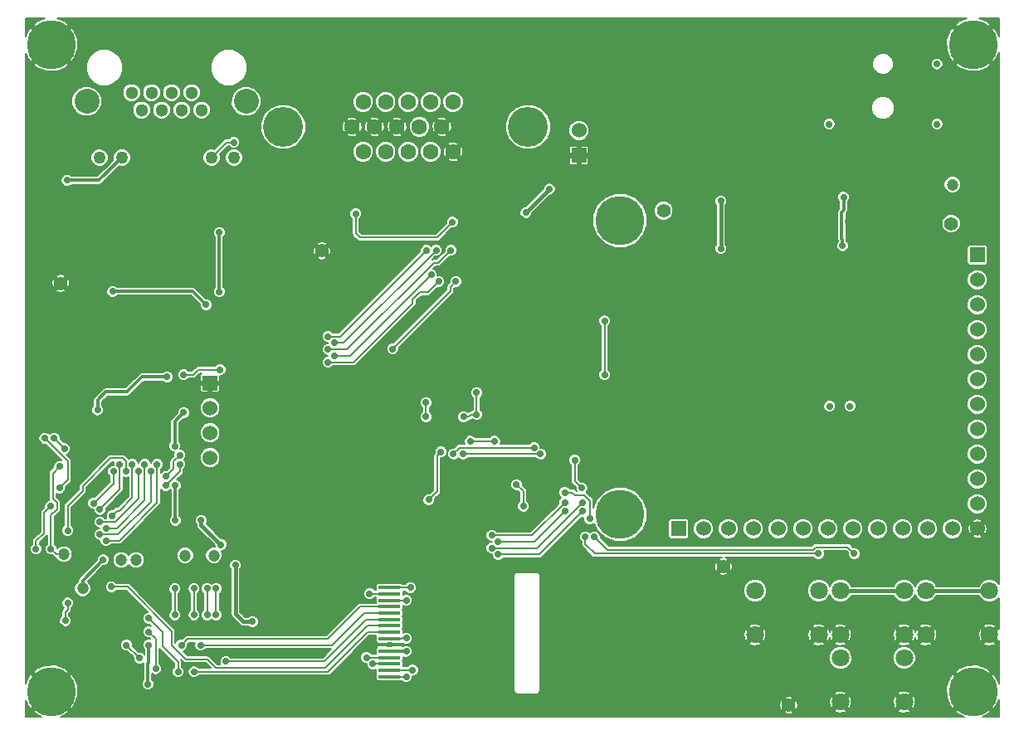
<source format=gbl>
G04 (created by PCBNEW (2013-mar-13)-stable) date Thu 30 Jun 2016 11:10:47 AM CEST*
%MOIN*%
G04 Gerber Fmt 3.4, Leading zero omitted, Abs format*
%FSLAX34Y34*%
G01*
G70*
G90*
G04 APERTURE LIST*
%ADD10C,0.005906*%
%ADD11C,0.051181*%
%ADD12C,0.100000*%
%ADD13C,0.050000*%
%ADD14C,0.160000*%
%ADD15C,0.063000*%
%ADD16R,0.086614X0.015748*%
%ADD17R,0.060000X0.060000*%
%ADD18C,0.060000*%
%ADD19C,0.196850*%
%ADD20C,0.055100*%
%ADD21C,0.070900*%
%ADD22C,0.047200*%
%ADD23C,0.028000*%
%ADD24C,0.024000*%
%ADD25C,0.016000*%
%ADD26C,0.008000*%
%ADD27C,0.012000*%
%ADD28C,0.006000*%
G04 APERTURE END LIST*
G54D10*
G54D11*
X44570Y-22810D03*
X45775Y-23510D03*
X44972Y-23510D03*
X43767Y-22810D03*
X44169Y-23510D03*
X45374Y-22810D03*
X46578Y-23510D03*
X46177Y-22810D03*
G54D12*
X48374Y-23160D03*
X41972Y-23160D03*
G54D13*
X47874Y-25424D03*
X46972Y-25424D03*
X43374Y-25424D03*
X42472Y-25424D03*
G54D14*
X49854Y-24190D03*
X59696Y-24190D03*
G54D15*
X56677Y-23190D03*
X56226Y-24190D03*
X55775Y-23190D03*
X54874Y-23190D03*
X53972Y-23190D03*
X53070Y-23190D03*
X55324Y-24190D03*
X54423Y-24190D03*
X53521Y-24190D03*
X52620Y-24190D03*
X56677Y-25190D03*
X55775Y-25190D03*
X54874Y-25190D03*
X53972Y-25190D03*
X53070Y-25190D03*
G54D16*
X54129Y-46279D03*
X54129Y-46023D03*
X54129Y-45767D03*
X54129Y-45511D03*
X54129Y-45255D03*
X54129Y-45000D03*
X54129Y-44744D03*
X54129Y-44488D03*
X54129Y-44232D03*
X54129Y-43976D03*
X54129Y-43720D03*
X54129Y-43464D03*
X54129Y-43208D03*
X54129Y-42952D03*
X54129Y-42696D03*
G54D17*
X46920Y-34480D03*
G54D18*
X46920Y-35480D03*
X46920Y-36480D03*
X46920Y-37480D03*
G54D19*
X63385Y-39763D03*
X63385Y-27952D03*
G54D20*
X65140Y-27560D03*
G54D21*
X71370Y-44606D03*
X68810Y-44606D03*
X71370Y-42834D03*
X68810Y-42834D03*
X74800Y-44606D03*
X72240Y-44606D03*
X74800Y-42834D03*
X72240Y-42834D03*
X78230Y-44606D03*
X75670Y-44606D03*
X78230Y-42834D03*
X75670Y-42834D03*
X74800Y-47306D03*
X72240Y-47306D03*
X74800Y-45534D03*
X72240Y-45534D03*
G54D22*
X43350Y-41590D03*
X43940Y-41590D03*
X41800Y-42740D03*
G54D20*
X76685Y-28080D03*
G54D22*
X41050Y-41360D03*
G54D17*
X61740Y-25338D03*
G54D18*
X61740Y-24338D03*
G54D19*
X40531Y-20885D03*
X77566Y-20885D03*
X40531Y-46881D03*
X77566Y-46881D03*
G54D20*
X67540Y-41850D03*
G54D22*
X47070Y-41410D03*
X45920Y-41410D03*
G54D20*
X51410Y-29170D03*
G54D17*
X77740Y-29338D03*
G54D18*
X77740Y-30338D03*
X77740Y-31338D03*
X77740Y-32338D03*
X77740Y-33338D03*
X77740Y-34338D03*
X77740Y-35338D03*
X77740Y-36338D03*
X77740Y-37338D03*
X77740Y-38338D03*
X77740Y-39338D03*
X77740Y-40338D03*
G54D17*
X65740Y-40338D03*
G54D18*
X66740Y-40338D03*
X67740Y-40338D03*
X68740Y-40338D03*
X69740Y-40338D03*
X70740Y-40338D03*
X71740Y-40338D03*
X72740Y-40338D03*
X73740Y-40338D03*
X74740Y-40338D03*
X75740Y-40338D03*
X76740Y-40338D03*
G54D20*
X40920Y-30480D03*
G54D22*
X76740Y-26510D03*
G54D20*
X70160Y-47430D03*
G54D23*
X47360Y-40980D03*
X59610Y-27630D03*
X60550Y-26690D03*
X55590Y-35270D03*
X55590Y-35840D03*
X40510Y-39440D03*
X39930Y-41150D03*
X48620Y-44070D03*
X47940Y-41800D03*
X57380Y-36820D03*
X58350Y-36820D03*
X67440Y-29090D03*
X67440Y-27170D03*
X44450Y-45010D03*
X44420Y-46590D03*
X62770Y-34150D03*
X62770Y-31990D03*
X57630Y-34870D03*
X57630Y-35750D03*
X57100Y-35840D03*
X45500Y-37010D03*
X45860Y-35670D03*
X45520Y-40000D03*
X45520Y-38600D03*
X47290Y-28430D03*
X47290Y-30810D03*
X54800Y-44740D03*
X46560Y-40000D03*
X46760Y-31340D03*
X43010Y-30800D03*
X42400Y-35560D03*
X45190Y-34240D03*
X54800Y-45260D03*
X76115Y-24081D03*
X76115Y-21660D03*
X61990Y-40660D03*
X71360Y-41340D03*
X72790Y-41340D03*
X62350Y-40660D03*
X62170Y-39940D03*
X61170Y-38880D03*
X45700Y-37750D03*
X45140Y-38600D03*
X45700Y-37380D03*
X45140Y-38240D03*
X45855Y-34150D03*
X47320Y-33950D03*
X47880Y-24810D03*
X71810Y-35410D03*
X72630Y-35410D03*
X48620Y-46480D03*
X48620Y-45355D03*
X65010Y-38090D03*
X71420Y-29470D03*
X77570Y-22600D03*
X70980Y-24080D03*
X71784Y-21660D03*
X75660Y-25850D03*
X75660Y-26420D03*
X78350Y-27380D03*
X75660Y-27020D03*
X73870Y-28790D03*
X75600Y-28790D03*
X75690Y-30250D03*
X69710Y-27530D03*
X61140Y-20870D03*
X61140Y-21800D03*
X68190Y-26120D03*
X61740Y-27450D03*
X68190Y-27170D03*
X57540Y-27510D03*
X58127Y-28630D03*
X39600Y-33200D03*
X40150Y-33110D03*
X39600Y-25200D03*
X39600Y-22700D03*
X39600Y-23700D03*
X39600Y-24700D03*
X39600Y-25700D03*
X39600Y-26700D03*
X39600Y-27700D03*
X39600Y-28700D03*
X39600Y-29700D03*
X39600Y-30200D03*
X39600Y-29200D03*
X39600Y-28200D03*
X39600Y-27200D03*
X39600Y-26200D03*
X39600Y-24200D03*
X39600Y-23200D03*
X39600Y-22200D03*
X39600Y-30700D03*
X39600Y-40200D03*
X39600Y-40700D03*
X68830Y-46770D03*
X71230Y-42100D03*
X39600Y-31200D03*
X42220Y-41090D03*
X53980Y-29640D03*
X58990Y-39570D03*
X57540Y-39940D03*
X65400Y-34270D03*
X55980Y-47160D03*
G54D24*
X43260Y-39300D03*
G54D23*
X44500Y-40070D03*
X39600Y-38700D03*
X40140Y-38700D03*
X69620Y-46130D03*
X77250Y-42540D03*
X74340Y-41610D03*
X42400Y-36840D03*
X39600Y-35700D03*
X40280Y-35960D03*
X41880Y-44190D03*
X62600Y-47175D03*
X63150Y-43825D03*
X63150Y-43210D03*
X60410Y-43825D03*
X74920Y-28310D03*
X71890Y-46130D03*
X64700Y-37780D03*
X61050Y-25950D03*
X71420Y-27990D03*
X71990Y-27990D03*
X67020Y-28440D03*
X62110Y-28160D03*
X59740Y-28050D03*
X57710Y-41790D03*
X51570Y-28320D03*
X47600Y-37700D03*
X54160Y-30110D03*
X54120Y-38310D03*
X55330Y-31200D03*
X54750Y-27980D03*
X53370Y-28320D03*
X55330Y-32870D03*
X56400Y-30140D03*
X62770Y-31400D03*
X39600Y-31700D03*
X39600Y-32700D03*
X39600Y-32200D03*
X39600Y-36200D03*
X39600Y-34700D03*
X39600Y-34200D03*
X39600Y-35200D03*
X39600Y-33700D03*
X72560Y-27990D03*
X73880Y-27520D03*
X73830Y-26370D03*
X78220Y-23340D03*
X57970Y-30140D03*
X47600Y-37200D03*
X45860Y-37010D03*
X47600Y-36700D03*
X47600Y-35700D03*
X47600Y-34700D03*
X47600Y-33700D03*
X47600Y-34200D03*
X47600Y-35200D03*
X47600Y-36200D03*
X48150Y-31200D03*
X48150Y-30700D03*
X39600Y-39700D03*
X39600Y-39200D03*
X39600Y-38200D03*
X39600Y-37200D03*
X39600Y-37700D03*
X55540Y-39550D03*
X49240Y-41800D03*
X51940Y-40760D03*
X49940Y-42760D03*
X47910Y-38100D03*
X47600Y-33200D03*
X47600Y-32200D03*
X47600Y-32700D03*
X40530Y-44620D03*
X47600Y-31700D03*
X41690Y-30390D03*
X39600Y-36700D03*
X40250Y-33590D03*
X46100Y-38140D03*
X46600Y-38200D03*
X61215Y-45355D03*
X39930Y-42830D03*
X44060Y-47050D03*
X46540Y-47270D03*
X55080Y-41890D03*
X53730Y-41890D03*
X52380Y-41890D03*
X55330Y-37110D03*
X59940Y-37580D03*
X61910Y-37580D03*
X62780Y-34740D03*
X42690Y-27000D03*
X47650Y-27000D03*
X42170Y-30000D03*
X48170Y-30000D03*
X43280Y-34140D03*
X45530Y-32690D03*
X46100Y-31740D03*
X45210Y-32010D03*
X46280Y-43800D03*
X46280Y-42740D03*
X47160Y-42740D03*
X47160Y-43800D03*
X45640Y-46090D03*
X44450Y-43940D03*
X46800Y-42740D03*
X46800Y-43800D03*
X44740Y-45960D03*
X44450Y-44480D03*
X45510Y-42740D03*
X45510Y-43800D03*
X42950Y-42670D03*
X41210Y-43320D03*
X41110Y-44030D03*
X59500Y-39430D03*
X59230Y-38560D03*
X40660Y-36700D03*
X41080Y-37120D03*
X44790Y-37750D03*
X42740Y-40810D03*
X43040Y-38030D03*
X42240Y-39310D03*
X43290Y-37750D03*
X42490Y-39560D03*
X42990Y-39810D03*
X43790Y-37750D03*
X42490Y-40060D03*
X44040Y-38030D03*
X42740Y-40310D03*
X44290Y-37750D03*
X44540Y-38030D03*
X42490Y-40560D03*
X41200Y-40410D03*
X43540Y-38030D03*
X47070Y-41410D03*
X45920Y-41410D03*
X40280Y-36700D03*
X40880Y-38700D03*
X43350Y-41590D03*
X43940Y-41590D03*
X42630Y-41590D03*
X41800Y-42740D03*
X41180Y-26340D03*
X47550Y-45670D03*
X54800Y-43210D03*
X53330Y-42950D03*
X46540Y-45010D03*
X45770Y-45010D03*
X46280Y-46090D03*
X54970Y-42700D03*
X53460Y-45770D03*
X54800Y-46280D03*
X55060Y-46020D03*
X53200Y-45510D03*
X72365Y-27020D03*
X72320Y-28960D03*
X76740Y-26510D03*
X71784Y-24081D03*
X40880Y-37830D03*
X40530Y-41150D03*
X61870Y-39640D03*
X58490Y-41370D03*
X60190Y-37330D03*
X57080Y-37330D03*
X55710Y-39170D03*
X56190Y-37250D03*
X58490Y-40860D03*
X61850Y-38700D03*
X61565Y-37580D03*
X61170Y-39640D03*
X58240Y-40600D03*
X61170Y-39290D03*
X56690Y-37330D03*
X59940Y-37080D03*
X61870Y-39290D03*
X58240Y-41120D03*
X56000Y-29150D03*
X51910Y-32870D03*
X51910Y-33390D03*
X55800Y-30140D03*
X54250Y-33110D03*
X56790Y-30400D03*
X51650Y-33650D03*
X56100Y-30400D03*
X51650Y-32610D03*
X55610Y-29150D03*
X56590Y-29150D03*
X51650Y-33130D03*
X44090Y-45540D03*
X43560Y-45010D03*
X56660Y-28020D03*
X52770Y-27680D03*
G54D25*
X46560Y-40000D02*
X46560Y-40180D01*
X46560Y-40180D02*
X47360Y-40980D01*
X59610Y-27630D02*
X60550Y-26690D01*
G54D26*
X55590Y-35840D02*
X55590Y-35270D01*
X39930Y-41150D02*
X39930Y-40830D01*
X39930Y-40830D02*
X40250Y-40510D01*
X40250Y-40510D02*
X40250Y-39700D01*
X40250Y-39700D02*
X40510Y-39440D01*
G54D25*
X47940Y-41800D02*
X47940Y-43760D01*
X47940Y-43760D02*
X48250Y-44070D01*
X48250Y-44070D02*
X48620Y-44070D01*
G54D26*
X57380Y-36820D02*
X58350Y-36820D01*
G54D25*
X67440Y-27170D02*
X67440Y-29090D01*
G54D27*
X44450Y-45010D02*
X44450Y-45740D01*
X44420Y-45770D02*
X44420Y-46590D01*
X44450Y-45740D02*
X44420Y-45770D01*
G54D26*
X62770Y-34150D02*
X62770Y-31990D01*
X57630Y-35750D02*
X57630Y-34870D01*
X57100Y-35840D02*
X57300Y-35840D01*
X57300Y-35840D02*
X57390Y-35750D01*
X57390Y-35750D02*
X57630Y-35750D01*
G54D27*
X45500Y-37010D02*
X45500Y-36030D01*
X45500Y-36030D02*
X45860Y-35670D01*
X45520Y-40000D02*
X45520Y-38600D01*
X47290Y-28430D02*
X47290Y-30810D01*
G54D26*
X54800Y-44740D02*
X54630Y-44740D01*
X54129Y-44744D02*
X54625Y-44744D01*
X54630Y-44740D02*
X54625Y-44744D01*
G54D27*
X46220Y-30800D02*
X46760Y-31340D01*
X43010Y-30800D02*
X46220Y-30800D01*
X45190Y-34240D02*
X44190Y-34240D01*
X42400Y-35170D02*
X42400Y-35560D01*
X42730Y-34840D02*
X42400Y-35170D01*
X43590Y-34840D02*
X42730Y-34840D01*
X44190Y-34240D02*
X43590Y-34840D01*
X54800Y-45260D02*
X54640Y-45260D01*
X54635Y-45255D02*
X54129Y-45255D01*
X54640Y-45260D02*
X54635Y-45255D01*
G54D25*
X72240Y-42834D02*
X74800Y-42834D01*
G54D26*
X61990Y-40660D02*
X61990Y-40960D01*
X61990Y-40960D02*
X62370Y-41340D01*
X62370Y-41340D02*
X71360Y-41340D01*
X72530Y-41080D02*
X72790Y-41340D01*
X71150Y-41180D02*
X62870Y-41180D01*
X71150Y-41180D02*
X71250Y-41080D01*
X61570Y-38990D02*
X61950Y-38990D01*
X61460Y-38880D02*
X61570Y-38990D01*
X61170Y-38880D02*
X61460Y-38880D01*
X61950Y-38990D02*
X62170Y-39210D01*
X62170Y-39940D02*
X62170Y-39210D01*
X62870Y-41180D02*
X62350Y-40660D01*
X71250Y-41080D02*
X72530Y-41080D01*
G54D25*
X75670Y-42834D02*
X78230Y-42834D01*
G54D26*
X45700Y-37750D02*
X45700Y-38040D01*
X45700Y-38040D02*
X45140Y-38600D01*
X45440Y-37640D02*
X45440Y-37940D01*
X45700Y-37380D02*
X45440Y-37640D01*
X45440Y-37940D02*
X45140Y-38240D01*
X45855Y-34150D02*
X46250Y-34150D01*
X46450Y-33950D02*
X47320Y-33950D01*
X46250Y-34150D02*
X46450Y-33950D01*
X47586Y-24810D02*
X46972Y-25424D01*
X47880Y-24810D02*
X47586Y-24810D01*
G54D27*
X64700Y-37780D02*
X65010Y-38090D01*
X71420Y-29470D02*
X71420Y-27990D01*
G54D25*
X77570Y-22600D02*
X77570Y-22355D01*
X77570Y-22355D02*
X77365Y-22150D01*
X70980Y-24080D02*
X70980Y-27275D01*
X70980Y-23640D02*
X71784Y-22835D01*
X71784Y-22835D02*
X71784Y-21660D01*
X73630Y-22540D02*
X72750Y-21660D01*
X72750Y-21660D02*
X71784Y-21660D01*
X70980Y-24080D02*
X70980Y-23640D01*
X71420Y-27715D02*
X71420Y-27990D01*
X70980Y-27275D02*
X71420Y-27715D01*
X73730Y-24940D02*
X75170Y-24940D01*
X73730Y-24940D02*
X73160Y-24370D01*
X73160Y-24370D02*
X73160Y-23010D01*
X73630Y-22540D02*
X73160Y-23010D01*
X75170Y-24940D02*
X75660Y-25430D01*
X75660Y-25850D02*
X75660Y-25430D01*
X78350Y-27380D02*
X78350Y-25370D01*
X75660Y-25430D02*
X76150Y-24940D01*
X77920Y-24940D02*
X78350Y-25370D01*
X76150Y-24940D02*
X77920Y-24940D01*
G54D27*
X73870Y-28790D02*
X74440Y-28790D01*
X74440Y-28790D02*
X74920Y-28310D01*
X75600Y-28790D02*
X75600Y-28435D01*
X75600Y-28435D02*
X75475Y-28310D01*
X75475Y-28310D02*
X74920Y-28310D01*
X75690Y-30250D02*
X75690Y-29140D01*
X75600Y-29050D02*
X75600Y-28790D01*
X75690Y-29140D02*
X75600Y-29050D01*
G54D25*
X69705Y-27525D02*
X68860Y-26680D01*
X69710Y-27530D02*
X69705Y-27525D01*
X70170Y-27990D02*
X69710Y-27530D01*
X68860Y-26680D02*
X68190Y-26680D01*
X71420Y-27990D02*
X70170Y-27990D01*
G54D27*
X61140Y-19920D02*
X61140Y-20870D01*
X61140Y-20870D02*
X61140Y-21800D01*
X68190Y-26690D02*
X68190Y-26120D01*
X68190Y-26680D02*
X68190Y-26690D01*
X68190Y-26690D02*
X68190Y-27170D01*
X64520Y-29740D02*
X65190Y-29070D01*
G54D25*
X66270Y-27990D02*
X65190Y-29070D01*
G54D27*
X64520Y-29740D02*
X63580Y-29740D01*
G54D26*
X57540Y-27510D02*
X58360Y-27510D01*
X58900Y-28050D02*
X59740Y-28050D01*
X58360Y-27510D02*
X58900Y-28050D01*
G54D27*
X39600Y-33200D02*
X39820Y-33200D01*
X39910Y-33110D02*
X40150Y-33110D01*
X39820Y-33200D02*
X39910Y-33110D01*
X42170Y-30000D02*
X41400Y-30000D01*
X41400Y-30000D02*
X40920Y-30480D01*
X76601Y-19920D02*
X61140Y-19920D01*
X61140Y-19920D02*
X41496Y-19920D01*
X77566Y-20885D02*
X76601Y-19920D01*
X41496Y-19920D02*
X40531Y-20885D01*
X39600Y-22200D02*
X39600Y-21816D01*
X39600Y-21816D02*
X40531Y-20885D01*
X39930Y-42830D02*
X39600Y-42830D01*
X39600Y-42500D02*
X39600Y-42830D01*
G54D26*
X39600Y-40700D02*
X39600Y-41280D01*
X39600Y-41280D02*
X39600Y-42500D01*
G54D27*
X39600Y-42830D02*
X39600Y-45950D01*
X39600Y-45950D02*
X40531Y-46881D01*
X71890Y-46130D02*
X71890Y-46584D01*
X71890Y-46584D02*
X71704Y-46770D01*
X68830Y-46770D02*
X71704Y-46770D01*
X71704Y-46770D02*
X72240Y-47306D01*
G54D26*
X70714Y-43950D02*
X70714Y-42616D01*
X70714Y-42616D02*
X71230Y-42100D01*
G54D25*
X69466Y-43950D02*
X70714Y-43950D01*
X68810Y-44606D02*
X69466Y-43950D01*
X70714Y-43950D02*
X71370Y-44606D01*
X77574Y-43950D02*
X76326Y-43950D01*
X76326Y-43950D02*
X75670Y-44606D01*
X78230Y-44606D02*
X77574Y-43950D01*
X72896Y-43950D02*
X74144Y-43950D01*
X74144Y-43950D02*
X74800Y-44606D01*
X72240Y-44606D02*
X72896Y-43950D01*
X76447Y-45383D02*
X77452Y-45383D01*
X77452Y-45383D02*
X78230Y-44606D01*
X76447Y-45762D02*
X76447Y-45732D01*
X76447Y-45762D02*
X77566Y-46881D01*
X76447Y-45732D02*
X76447Y-45383D01*
X76447Y-45383D02*
X75670Y-44606D01*
X76608Y-47840D02*
X75334Y-47840D01*
X75334Y-47840D02*
X74800Y-47306D01*
X77566Y-46881D02*
X76608Y-47840D01*
X74266Y-47840D02*
X72774Y-47840D01*
X72774Y-47840D02*
X72240Y-47306D01*
X74800Y-47306D02*
X74266Y-47840D01*
X77250Y-42540D02*
X78170Y-41620D01*
X78170Y-40768D02*
X77740Y-40338D01*
X78170Y-41620D02*
X78170Y-40768D01*
G54D27*
X57020Y-25532D02*
X57020Y-27160D01*
X56677Y-25190D02*
X57020Y-25532D01*
X56200Y-27980D02*
X54750Y-27980D01*
X57020Y-27160D02*
X56200Y-27980D01*
G54D25*
X57875Y-24605D02*
X56641Y-24605D01*
X56641Y-24605D02*
X56226Y-24190D01*
G54D27*
X39600Y-31200D02*
X40200Y-31200D01*
X40200Y-31200D02*
X40920Y-30480D01*
G54D26*
X53980Y-29640D02*
X53980Y-29930D01*
X53980Y-29930D02*
X54160Y-30110D01*
G54D27*
X61740Y-25338D02*
X61740Y-25950D01*
G54D26*
X58990Y-39570D02*
X58990Y-39770D01*
X59880Y-39760D02*
X59880Y-39380D01*
X59730Y-39910D02*
X59880Y-39760D01*
X59130Y-39910D02*
X59730Y-39910D01*
X58990Y-39770D02*
X59130Y-39910D01*
X57540Y-39940D02*
X56420Y-39940D01*
X56420Y-39940D02*
X56030Y-39550D01*
X40250Y-41890D02*
X41290Y-41890D01*
X41600Y-41280D02*
X42005Y-40875D01*
X41600Y-41580D02*
X41600Y-41280D01*
X41290Y-41890D02*
X41600Y-41580D01*
G54D25*
X65400Y-34270D02*
X63250Y-34270D01*
X63250Y-34270D02*
X62780Y-34740D01*
X55980Y-47160D02*
X60550Y-47160D01*
X60550Y-47160D02*
X61215Y-46495D01*
G54D26*
X55540Y-39550D02*
X56030Y-39550D01*
X56300Y-39280D02*
X56300Y-37580D01*
X56030Y-39550D02*
X56300Y-39280D01*
X59940Y-37580D02*
X56580Y-37580D01*
X56580Y-37580D02*
X56440Y-37440D01*
X56300Y-37580D02*
X56440Y-37440D01*
X56440Y-36520D02*
X56440Y-37440D01*
X56300Y-36380D02*
X56440Y-36520D01*
X40250Y-41890D02*
X40250Y-42510D01*
X40250Y-42510D02*
X39930Y-42830D01*
X42005Y-39985D02*
X42005Y-40875D01*
X42180Y-39810D02*
X42620Y-39810D01*
X42005Y-39985D02*
X42180Y-39810D01*
X43030Y-39530D02*
X43260Y-39300D01*
X42900Y-39530D02*
X43030Y-39530D01*
X42620Y-39810D02*
X42900Y-39530D01*
X42005Y-40875D02*
X42220Y-41090D01*
X43480Y-41090D02*
X44500Y-40070D01*
X42220Y-41090D02*
X43480Y-41090D01*
X39600Y-38700D02*
X40140Y-38700D01*
G54D27*
X71890Y-46130D02*
X69620Y-46130D01*
X77250Y-42540D02*
X76190Y-42540D01*
X74340Y-41820D02*
X74340Y-41610D01*
X74430Y-41910D02*
X74340Y-41820D01*
X75560Y-41910D02*
X74430Y-41910D01*
X76190Y-42540D02*
X75560Y-41910D01*
X40280Y-35960D02*
X41520Y-35960D01*
X41520Y-35960D02*
X42400Y-36840D01*
X40280Y-35960D02*
X39860Y-35960D01*
X39860Y-35960D02*
X39600Y-35700D01*
G54D26*
X41880Y-44190D02*
X41880Y-44370D01*
X41880Y-44370D02*
X41630Y-44620D01*
G54D25*
X62600Y-47175D02*
X61895Y-47175D01*
X61215Y-45355D02*
X61215Y-46495D01*
X61895Y-47175D02*
X61215Y-46495D01*
X63150Y-43825D02*
X63150Y-43210D01*
X63150Y-43825D02*
X60410Y-43825D01*
X61215Y-45355D02*
X62605Y-45355D01*
X62605Y-45355D02*
X62970Y-44990D01*
X57710Y-41790D02*
X59990Y-41790D01*
X60410Y-42210D02*
X60410Y-43825D01*
X59990Y-41790D02*
X60410Y-42210D01*
X74920Y-28310D02*
X73730Y-28310D01*
X73730Y-28310D02*
X73410Y-27990D01*
X74920Y-28310D02*
X74920Y-27260D01*
X74920Y-27260D02*
X75160Y-27020D01*
G54D26*
X63140Y-37580D02*
X63340Y-37780D01*
X63340Y-37780D02*
X64700Y-37780D01*
X63140Y-37580D02*
X61910Y-37580D01*
G54D25*
X61050Y-25950D02*
X60310Y-25950D01*
X60310Y-25950D02*
X59860Y-25500D01*
X64230Y-25950D02*
X61740Y-25950D01*
X61740Y-25950D02*
X61050Y-25950D01*
X67020Y-26990D02*
X67020Y-27990D01*
X67330Y-26680D02*
X67020Y-26990D01*
X68190Y-26680D02*
X67330Y-26680D01*
X67020Y-27990D02*
X67020Y-28440D01*
G54D26*
X62110Y-28160D02*
X61170Y-28160D01*
X61060Y-28050D02*
X59740Y-28050D01*
X61170Y-28160D02*
X61060Y-28050D01*
G54D27*
X57970Y-30140D02*
X57970Y-29680D01*
X57150Y-28860D02*
X57970Y-29680D01*
G54D26*
X59740Y-28050D02*
X59740Y-28550D01*
X59510Y-29400D02*
X59510Y-28780D01*
X59740Y-28550D02*
X59510Y-28780D01*
X57710Y-41790D02*
X57030Y-41790D01*
X56390Y-42430D02*
X57030Y-41790D01*
X59880Y-39380D02*
X59940Y-39320D01*
X59940Y-39320D02*
X59940Y-37580D01*
G54D25*
X57875Y-24605D02*
X58770Y-25500D01*
X58770Y-25500D02*
X59860Y-25500D01*
X64230Y-25950D02*
X66270Y-27990D01*
X51570Y-28320D02*
X51230Y-28320D01*
X51070Y-25740D02*
X52620Y-24190D01*
X51070Y-28160D02*
X51070Y-25740D01*
X51230Y-28320D02*
X51070Y-28160D01*
G54D26*
X59510Y-29400D02*
X58710Y-29400D01*
X58710Y-29400D02*
X57970Y-30140D01*
X51570Y-28320D02*
X52390Y-28320D01*
X53140Y-28320D02*
X53370Y-28320D01*
X53030Y-28210D02*
X53140Y-28320D01*
X53030Y-27580D02*
X53030Y-28210D01*
X52870Y-27420D02*
X53030Y-27580D01*
X52670Y-27420D02*
X52870Y-27420D01*
X52510Y-27580D02*
X52670Y-27420D01*
X52510Y-28200D02*
X52510Y-27580D01*
X52390Y-28320D02*
X52510Y-28200D01*
G54D25*
X54160Y-30110D02*
X48740Y-30110D01*
X48740Y-30110D02*
X48610Y-30110D01*
X48500Y-30000D02*
X48170Y-30000D01*
X48610Y-30110D02*
X48500Y-30000D01*
G54D27*
X54120Y-38310D02*
X54120Y-37540D01*
X54550Y-37110D02*
X55330Y-37110D01*
X54120Y-37540D02*
X54550Y-37110D01*
G54D26*
X55330Y-31200D02*
X55890Y-31200D01*
X56400Y-30690D02*
X56400Y-30140D01*
X55890Y-31200D02*
X56400Y-30690D01*
G54D27*
X55716Y-23680D02*
X54933Y-23680D01*
X56226Y-24190D02*
X55716Y-23680D01*
X54933Y-23680D02*
X54423Y-24190D01*
X54410Y-28320D02*
X54750Y-27980D01*
X54410Y-28320D02*
X53370Y-28320D01*
G54D26*
X55330Y-32870D02*
X55330Y-37110D01*
X57970Y-32870D02*
X57970Y-33590D01*
X56300Y-36380D02*
X55570Y-37110D01*
X56300Y-35260D02*
X56300Y-36380D01*
X57970Y-33590D02*
X56300Y-35260D01*
X55330Y-32870D02*
X57970Y-32870D01*
X57970Y-30140D02*
X56400Y-30140D01*
X62770Y-31400D02*
X62770Y-30550D01*
X62770Y-30550D02*
X63580Y-29740D01*
G54D27*
X39950Y-33700D02*
X40060Y-33590D01*
X39600Y-33700D02*
X39950Y-33700D01*
X40250Y-33590D02*
X40060Y-33590D01*
G54D25*
X67020Y-27990D02*
X66270Y-27990D01*
G54D26*
X63580Y-29740D02*
X63140Y-29740D01*
X59510Y-29400D02*
X62800Y-29400D01*
X63140Y-29740D02*
X62800Y-29400D01*
G54D25*
X72560Y-27990D02*
X73410Y-27990D01*
X73410Y-27990D02*
X73880Y-27520D01*
X73830Y-26370D02*
X74510Y-26370D01*
X74510Y-26370D02*
X75160Y-27020D01*
X78220Y-23340D02*
X75070Y-23340D01*
X75070Y-23340D02*
X74270Y-22540D01*
X77365Y-22150D02*
X74660Y-22150D01*
X74270Y-22540D02*
X73630Y-22540D01*
X74660Y-22150D02*
X74270Y-22540D01*
G54D26*
X57970Y-30140D02*
X57970Y-32870D01*
G54D27*
X46920Y-34480D02*
X45790Y-34480D01*
X45530Y-34220D02*
X45530Y-32690D01*
X45790Y-34480D02*
X45530Y-34220D01*
X45860Y-37010D02*
X47410Y-37010D01*
X47410Y-37010D02*
X47600Y-37200D01*
X42170Y-30000D02*
X45990Y-30000D01*
X47190Y-31200D02*
X48150Y-31200D01*
X45990Y-30000D02*
X47190Y-31200D01*
G54D26*
X54129Y-45000D02*
X55020Y-45000D01*
X56390Y-43630D02*
X56390Y-42430D01*
X55020Y-45000D02*
X56390Y-43630D01*
X55080Y-42300D02*
X55080Y-41890D01*
X56390Y-42430D02*
X55210Y-42430D01*
X55210Y-42430D02*
X55080Y-42300D01*
G54D25*
X49240Y-41800D02*
X49650Y-42210D01*
X49650Y-42210D02*
X49650Y-42470D01*
X49650Y-42470D02*
X49940Y-42760D01*
G54D26*
X52380Y-41200D02*
X52380Y-41890D01*
X52380Y-41200D02*
X51940Y-40760D01*
X55540Y-39550D02*
X55540Y-40680D01*
X55080Y-41890D02*
X55080Y-41140D01*
X55540Y-40680D02*
X55080Y-41140D01*
G54D27*
X47910Y-38100D02*
X47060Y-38100D01*
X47060Y-38100D02*
X46960Y-38200D01*
X46960Y-38200D02*
X46600Y-38200D01*
X45530Y-32690D02*
X44730Y-32690D01*
X44730Y-32690D02*
X43280Y-34140D01*
X46100Y-31740D02*
X47300Y-31740D01*
X47300Y-31740D02*
X47340Y-31700D01*
X47340Y-31700D02*
X47600Y-31700D01*
X41690Y-30390D02*
X42000Y-30390D01*
X42170Y-30220D02*
X42170Y-30000D01*
X42000Y-30390D02*
X42170Y-30220D01*
G54D26*
X43280Y-34140D02*
X41440Y-34140D01*
X41440Y-34140D02*
X40890Y-33590D01*
X40890Y-33590D02*
X40250Y-33590D01*
G54D25*
X46100Y-38140D02*
X46320Y-38140D01*
X46320Y-38140D02*
X46380Y-38200D01*
X46380Y-38200D02*
X46600Y-38200D01*
X75160Y-27020D02*
X75720Y-27020D01*
G54D26*
X39930Y-44020D02*
X39930Y-42830D01*
X39930Y-44020D02*
X40530Y-44620D01*
X40530Y-44620D02*
X41630Y-44620D01*
X41630Y-44620D02*
X44060Y-47050D01*
X54129Y-45000D02*
X53100Y-45000D01*
X47330Y-46480D02*
X46540Y-47270D01*
X51620Y-46480D02*
X48620Y-46480D01*
X48620Y-46480D02*
X47330Y-46480D01*
X53100Y-45000D02*
X51620Y-46480D01*
X44280Y-47270D02*
X44060Y-47050D01*
X46540Y-47270D02*
X44280Y-47270D01*
X55080Y-41890D02*
X53730Y-41890D01*
X53730Y-41890D02*
X52380Y-41890D01*
X55330Y-37110D02*
X55570Y-37110D01*
X59940Y-37580D02*
X60670Y-37580D01*
X60670Y-37580D02*
X61020Y-37230D01*
X61020Y-37230D02*
X61910Y-37230D01*
X62780Y-34740D02*
X62550Y-34740D01*
X61910Y-35380D02*
X61910Y-37230D01*
X61910Y-37230D02*
X61910Y-37580D01*
X62550Y-34740D02*
X61910Y-35380D01*
G54D27*
X47650Y-27000D02*
X47650Y-29480D01*
X47650Y-29480D02*
X48170Y-30000D01*
X47650Y-27000D02*
X42690Y-27000D01*
G54D25*
X46100Y-31740D02*
X46100Y-32120D01*
X46100Y-32120D02*
X45530Y-32690D01*
G54D26*
X46100Y-31740D02*
X45480Y-31740D01*
X45480Y-31740D02*
X45210Y-32010D01*
X46280Y-42740D02*
X46280Y-43800D01*
X47160Y-42740D02*
X47160Y-43800D01*
X45000Y-45050D02*
X45000Y-44490D01*
X45640Y-45690D02*
X45000Y-45050D01*
X45640Y-46090D02*
X45640Y-45690D01*
X45000Y-44490D02*
X44450Y-43940D01*
X46800Y-43800D02*
X46800Y-42740D01*
X44740Y-45960D02*
X44740Y-44770D01*
X44740Y-44770D02*
X44450Y-44480D01*
X45510Y-43800D02*
X45510Y-42740D01*
X45960Y-45590D02*
X46800Y-45590D01*
X43600Y-42670D02*
X45380Y-44450D01*
X45380Y-44450D02*
X45380Y-45010D01*
X45380Y-45010D02*
X45960Y-45590D01*
X42950Y-42670D02*
X43600Y-42670D01*
X53237Y-44232D02*
X54129Y-44232D01*
X51540Y-45930D02*
X53237Y-44232D01*
X47140Y-45930D02*
X51540Y-45930D01*
X46800Y-45590D02*
X47140Y-45930D01*
X41110Y-43680D02*
X41210Y-43580D01*
X41210Y-43580D02*
X41210Y-43320D01*
X41110Y-44030D02*
X41110Y-43680D01*
X59500Y-39430D02*
X59500Y-38830D01*
X59500Y-38830D02*
X59230Y-38560D01*
X41080Y-37120D02*
X40660Y-36700D01*
X42740Y-40810D02*
X43270Y-40810D01*
X44790Y-39290D02*
X44790Y-37750D01*
X43270Y-40810D02*
X44790Y-39290D01*
X43040Y-38030D02*
X43040Y-38510D01*
X43040Y-38510D02*
X42240Y-39310D01*
X43290Y-37750D02*
X43290Y-38760D01*
X43290Y-38760D02*
X42490Y-39560D01*
X43790Y-37750D02*
X43790Y-39090D01*
X43190Y-39610D02*
X42990Y-39810D01*
X43270Y-39610D02*
X43190Y-39610D01*
X43790Y-39090D02*
X43270Y-39610D01*
X44040Y-38030D02*
X44040Y-39140D01*
X43120Y-40060D02*
X42490Y-40060D01*
X44040Y-39140D02*
X43120Y-40060D01*
X44290Y-37750D02*
X44290Y-39190D01*
X43170Y-40310D02*
X42740Y-40310D01*
X44290Y-39190D02*
X43170Y-40310D01*
X44540Y-38030D02*
X44540Y-39250D01*
X43230Y-40560D02*
X42490Y-40560D01*
X44540Y-39250D02*
X43230Y-40560D01*
X41200Y-39420D02*
X41810Y-38810D01*
X41810Y-38810D02*
X41810Y-38620D01*
X43400Y-37500D02*
X42930Y-37500D01*
X43540Y-37640D02*
X43400Y-37500D01*
X43540Y-38030D02*
X43540Y-37640D01*
X42930Y-37500D02*
X41810Y-38620D01*
X41200Y-40410D02*
X41200Y-39420D01*
X40880Y-38700D02*
X41210Y-38370D01*
X41210Y-37630D02*
X40280Y-36700D01*
X41210Y-38370D02*
X41210Y-37630D01*
G54D27*
X41800Y-42420D02*
X42630Y-41590D01*
X41800Y-42740D02*
X41800Y-42420D01*
X41180Y-26340D02*
X42458Y-26340D01*
X42458Y-26340D02*
X43374Y-25424D01*
G54D26*
X53193Y-43976D02*
X51500Y-45670D01*
X51500Y-45670D02*
X47550Y-45670D01*
X53193Y-43976D02*
X54129Y-43976D01*
X54800Y-43210D02*
X54640Y-43210D01*
X54638Y-43208D02*
X54129Y-43208D01*
X54640Y-43210D02*
X54638Y-43208D01*
X53330Y-42950D02*
X53510Y-42950D01*
X54129Y-42952D02*
X53512Y-42952D01*
X53510Y-42950D02*
X53512Y-42952D01*
X53109Y-43720D02*
X51820Y-45010D01*
X51820Y-45010D02*
X46540Y-45010D01*
X54129Y-43720D02*
X53109Y-43720D01*
X54129Y-43464D02*
X52955Y-43464D01*
X46020Y-44760D02*
X45770Y-45010D01*
X51660Y-44760D02*
X46020Y-44760D01*
X52955Y-43464D02*
X51660Y-44760D01*
X53261Y-44488D02*
X51660Y-46090D01*
X51660Y-46090D02*
X46280Y-46090D01*
X54129Y-44488D02*
X53261Y-44488D01*
X54970Y-42700D02*
X54720Y-42700D01*
X54716Y-42696D02*
X54129Y-42696D01*
X54720Y-42700D02*
X54716Y-42696D01*
X53620Y-45770D02*
X53622Y-45767D01*
X53622Y-45767D02*
X54129Y-45767D01*
X53460Y-45770D02*
X53620Y-45770D01*
X54640Y-46280D02*
X54639Y-46279D01*
X54639Y-46279D02*
X54129Y-46279D01*
X54800Y-46280D02*
X54640Y-46280D01*
X55060Y-46020D02*
X54780Y-46020D01*
X54776Y-46023D02*
X54129Y-46023D01*
X54780Y-46020D02*
X54776Y-46023D01*
X53200Y-45510D02*
X53490Y-45510D01*
X53491Y-45511D02*
X54129Y-45511D01*
X53490Y-45510D02*
X53491Y-45511D01*
G54D27*
X72320Y-28960D02*
X72320Y-28730D01*
X72295Y-27610D02*
X72365Y-27540D01*
X72365Y-27540D02*
X72365Y-27020D01*
X72295Y-28705D02*
X72295Y-27610D01*
X72320Y-28730D02*
X72295Y-28705D01*
G54D26*
X40530Y-41150D02*
X40530Y-39800D01*
X40770Y-39560D02*
X40770Y-39300D01*
X40770Y-39300D02*
X40600Y-39130D01*
X40600Y-39130D02*
X40600Y-38110D01*
X40600Y-38110D02*
X40880Y-37830D01*
X40530Y-39800D02*
X40770Y-39560D01*
X41050Y-41360D02*
X40740Y-41360D01*
X40740Y-41360D02*
X40530Y-41150D01*
X61870Y-39640D02*
X60140Y-41370D01*
X58490Y-41370D02*
X60140Y-41370D01*
X57080Y-37330D02*
X60190Y-37330D01*
X56040Y-37400D02*
X56040Y-38840D01*
X56040Y-38840D02*
X55710Y-39170D01*
X56190Y-37250D02*
X56040Y-37400D01*
X59950Y-40860D02*
X61170Y-39640D01*
X61565Y-38415D02*
X61850Y-38700D01*
X61565Y-37580D02*
X61565Y-38415D01*
X58490Y-40860D02*
X59950Y-40860D01*
X59860Y-40600D02*
X61170Y-39290D01*
X58240Y-40600D02*
X59860Y-40600D01*
X56940Y-37080D02*
X56690Y-37330D01*
X59940Y-37080D02*
X56940Y-37080D01*
X61870Y-39290D02*
X60040Y-41120D01*
X58240Y-41120D02*
X60040Y-41120D01*
X51910Y-32870D02*
X52280Y-32870D01*
X52280Y-32870D02*
X56000Y-29150D01*
X52550Y-33390D02*
X55800Y-30140D01*
X51910Y-33390D02*
X52550Y-33390D01*
X56570Y-30790D02*
X56570Y-30620D01*
X56570Y-30620D02*
X56790Y-30400D01*
X56570Y-30790D02*
X54250Y-33110D01*
X52690Y-33650D02*
X51650Y-33650D01*
X52690Y-33650D02*
X55050Y-31290D01*
X55050Y-31290D02*
X55050Y-31120D01*
X55050Y-31120D02*
X55340Y-30830D01*
X55340Y-30830D02*
X55670Y-30830D01*
X55670Y-30830D02*
X56100Y-30400D01*
X51650Y-32610D02*
X52150Y-32610D01*
X52150Y-32610D02*
X55610Y-29150D01*
X56090Y-29650D02*
X55910Y-29650D01*
X56590Y-29150D02*
X56090Y-29650D01*
X52430Y-33130D02*
X51650Y-33130D01*
X55910Y-29650D02*
X52430Y-33130D01*
X44090Y-45540D02*
X43560Y-45010D01*
X56040Y-28640D02*
X56660Y-28020D01*
X52940Y-28640D02*
X52770Y-28470D01*
X52770Y-28470D02*
X52770Y-27680D01*
X52940Y-28640D02*
X56040Y-28640D01*
G54D10*
G36*
X43640Y-39027D02*
X43207Y-39460D01*
X43190Y-39460D01*
X43132Y-39471D01*
X43083Y-39503D01*
X43083Y-39503D01*
X43027Y-39560D01*
X42940Y-39559D01*
X42848Y-39597D01*
X42778Y-39668D01*
X42740Y-39760D01*
X42739Y-39859D01*
X42760Y-39910D01*
X42693Y-39910D01*
X42631Y-39848D01*
X42539Y-39810D01*
X42539Y-39810D01*
X42631Y-39772D01*
X42701Y-39701D01*
X42739Y-39609D01*
X42740Y-39522D01*
X43396Y-38866D01*
X43428Y-38817D01*
X43428Y-38817D01*
X43440Y-38760D01*
X43440Y-38259D01*
X43490Y-38279D01*
X43589Y-38280D01*
X43640Y-38259D01*
X43640Y-39027D01*
X43640Y-39027D01*
G37*
G54D28*
X43640Y-39027D02*
X43207Y-39460D01*
X43190Y-39460D01*
X43132Y-39471D01*
X43083Y-39503D01*
X43083Y-39503D01*
X43027Y-39560D01*
X42940Y-39559D01*
X42848Y-39597D01*
X42778Y-39668D01*
X42740Y-39760D01*
X42739Y-39859D01*
X42760Y-39910D01*
X42693Y-39910D01*
X42631Y-39848D01*
X42539Y-39810D01*
X42539Y-39810D01*
X42631Y-39772D01*
X42701Y-39701D01*
X42739Y-39609D01*
X42740Y-39522D01*
X43396Y-38866D01*
X43428Y-38817D01*
X43428Y-38817D01*
X43440Y-38760D01*
X43440Y-38259D01*
X43490Y-38279D01*
X43589Y-38280D01*
X43640Y-38259D01*
X43640Y-39027D01*
G54D10*
G36*
X51797Y-45160D02*
X51437Y-45520D01*
X47753Y-45520D01*
X47691Y-45458D01*
X47599Y-45420D01*
X47500Y-45419D01*
X47408Y-45457D01*
X47338Y-45528D01*
X47300Y-45620D01*
X47299Y-45719D01*
X47324Y-45780D01*
X47202Y-45780D01*
X46906Y-45483D01*
X46857Y-45451D01*
X46800Y-45440D01*
X46022Y-45440D01*
X45835Y-45253D01*
X45911Y-45222D01*
X45981Y-45151D01*
X46019Y-45059D01*
X46020Y-44972D01*
X46082Y-44910D01*
X46310Y-44910D01*
X46290Y-44960D01*
X46289Y-45059D01*
X46327Y-45151D01*
X46398Y-45221D01*
X46490Y-45259D01*
X46589Y-45260D01*
X46681Y-45222D01*
X46743Y-45160D01*
X51797Y-45160D01*
X51797Y-45160D01*
G37*
G54D28*
X51797Y-45160D02*
X51437Y-45520D01*
X47753Y-45520D01*
X47691Y-45458D01*
X47599Y-45420D01*
X47500Y-45419D01*
X47408Y-45457D01*
X47338Y-45528D01*
X47300Y-45620D01*
X47299Y-45719D01*
X47324Y-45780D01*
X47202Y-45780D01*
X46906Y-45483D01*
X46857Y-45451D01*
X46800Y-45440D01*
X46022Y-45440D01*
X45835Y-45253D01*
X45911Y-45222D01*
X45981Y-45151D01*
X46019Y-45059D01*
X46020Y-44972D01*
X46082Y-44910D01*
X46310Y-44910D01*
X46290Y-44960D01*
X46289Y-45059D01*
X46327Y-45151D01*
X46398Y-45221D01*
X46490Y-45259D01*
X46589Y-45260D01*
X46681Y-45222D01*
X46743Y-45160D01*
X51797Y-45160D01*
G54D10*
G36*
X78600Y-47891D02*
X77949Y-47891D01*
X78152Y-47807D01*
X78274Y-47688D01*
X77566Y-46980D01*
X77467Y-47079D01*
X77467Y-46881D01*
X76760Y-46174D01*
X76641Y-46296D01*
X76487Y-46694D01*
X76498Y-47122D01*
X76641Y-47467D01*
X76760Y-47589D01*
X77467Y-46881D01*
X77467Y-47079D01*
X76859Y-47688D01*
X76981Y-47807D01*
X77199Y-47891D01*
X76121Y-47891D01*
X76121Y-44642D01*
X76101Y-44466D01*
X76073Y-44399D01*
X76020Y-44354D01*
X75921Y-44453D01*
X75921Y-44255D01*
X75876Y-44202D01*
X75706Y-44154D01*
X75530Y-44174D01*
X75463Y-44202D01*
X75418Y-44255D01*
X75670Y-44507D01*
X75921Y-44255D01*
X75921Y-44453D01*
X75768Y-44606D01*
X76020Y-44857D01*
X76073Y-44812D01*
X76121Y-44642D01*
X76121Y-47891D01*
X75921Y-47891D01*
X75921Y-44956D01*
X75670Y-44704D01*
X75571Y-44803D01*
X75571Y-44606D01*
X75319Y-44354D01*
X75266Y-44399D01*
X75235Y-44507D01*
X75231Y-44466D01*
X75203Y-44399D01*
X75150Y-44354D01*
X75051Y-44453D01*
X75051Y-44255D01*
X75006Y-44202D01*
X74836Y-44154D01*
X74660Y-44174D01*
X74593Y-44202D01*
X74548Y-44255D01*
X74800Y-44507D01*
X75051Y-44255D01*
X75051Y-44453D01*
X74898Y-44606D01*
X75150Y-44857D01*
X75203Y-44812D01*
X75234Y-44704D01*
X75238Y-44745D01*
X75266Y-44812D01*
X75319Y-44857D01*
X75571Y-44606D01*
X75571Y-44803D01*
X75418Y-44956D01*
X75463Y-45009D01*
X75633Y-45057D01*
X75809Y-45037D01*
X75876Y-45009D01*
X75921Y-44956D01*
X75921Y-47891D01*
X75264Y-47891D01*
X75264Y-45442D01*
X75194Y-45271D01*
X75063Y-45140D01*
X75051Y-45135D01*
X75051Y-44956D01*
X74800Y-44704D01*
X74701Y-44803D01*
X74701Y-44606D01*
X74449Y-44354D01*
X74396Y-44399D01*
X74348Y-44569D01*
X74368Y-44745D01*
X74396Y-44812D01*
X74449Y-44857D01*
X74701Y-44606D01*
X74701Y-44803D01*
X74548Y-44956D01*
X74593Y-45009D01*
X74763Y-45057D01*
X74939Y-45037D01*
X75006Y-45009D01*
X75051Y-44956D01*
X75051Y-45135D01*
X74892Y-45069D01*
X74708Y-45069D01*
X74537Y-45139D01*
X74406Y-45270D01*
X74335Y-45441D01*
X74335Y-45625D01*
X74405Y-45796D01*
X74536Y-45927D01*
X74707Y-45998D01*
X74891Y-45998D01*
X75062Y-45928D01*
X75193Y-45797D01*
X75264Y-45626D01*
X75264Y-45442D01*
X75264Y-47891D01*
X75251Y-47891D01*
X75251Y-47342D01*
X75231Y-47166D01*
X75203Y-47099D01*
X75150Y-47054D01*
X75051Y-47153D01*
X75051Y-46955D01*
X75006Y-46902D01*
X74836Y-46854D01*
X74660Y-46874D01*
X74593Y-46902D01*
X74548Y-46955D01*
X74800Y-47207D01*
X75051Y-46955D01*
X75051Y-47153D01*
X74898Y-47306D01*
X75150Y-47557D01*
X75203Y-47512D01*
X75251Y-47342D01*
X75251Y-47891D01*
X75051Y-47891D01*
X75051Y-47656D01*
X74800Y-47404D01*
X74701Y-47503D01*
X74701Y-47306D01*
X74449Y-47054D01*
X74396Y-47099D01*
X74348Y-47269D01*
X74368Y-47445D01*
X74396Y-47512D01*
X74449Y-47557D01*
X74701Y-47306D01*
X74701Y-47503D01*
X74548Y-47656D01*
X74593Y-47709D01*
X74763Y-47757D01*
X74939Y-47737D01*
X75006Y-47709D01*
X75051Y-47656D01*
X75051Y-47891D01*
X72704Y-47891D01*
X72704Y-45442D01*
X72691Y-45410D01*
X72691Y-44642D01*
X72671Y-44466D01*
X72643Y-44399D01*
X72590Y-44354D01*
X72491Y-44453D01*
X72491Y-44255D01*
X72446Y-44202D01*
X72276Y-44154D01*
X72100Y-44174D01*
X72033Y-44202D01*
X71988Y-44255D01*
X72240Y-44507D01*
X72491Y-44255D01*
X72491Y-44453D01*
X72338Y-44606D01*
X72590Y-44857D01*
X72643Y-44812D01*
X72691Y-44642D01*
X72691Y-45410D01*
X72634Y-45271D01*
X72503Y-45140D01*
X72491Y-45135D01*
X72491Y-44956D01*
X72240Y-44704D01*
X72141Y-44803D01*
X72141Y-44606D01*
X71889Y-44354D01*
X71836Y-44399D01*
X71805Y-44507D01*
X71801Y-44466D01*
X71773Y-44399D01*
X71720Y-44354D01*
X71621Y-44453D01*
X71621Y-44255D01*
X71576Y-44202D01*
X71406Y-44154D01*
X71230Y-44174D01*
X71163Y-44202D01*
X71118Y-44255D01*
X71370Y-44507D01*
X71621Y-44255D01*
X71621Y-44453D01*
X71468Y-44606D01*
X71720Y-44857D01*
X71773Y-44812D01*
X71804Y-44704D01*
X71808Y-44745D01*
X71836Y-44812D01*
X71889Y-44857D01*
X72141Y-44606D01*
X72141Y-44803D01*
X71988Y-44956D01*
X72033Y-45009D01*
X72203Y-45057D01*
X72379Y-45037D01*
X72446Y-45009D01*
X72491Y-44956D01*
X72491Y-45135D01*
X72332Y-45069D01*
X72148Y-45069D01*
X71977Y-45139D01*
X71846Y-45270D01*
X71775Y-45441D01*
X71775Y-45625D01*
X71845Y-45796D01*
X71976Y-45927D01*
X72147Y-45998D01*
X72331Y-45998D01*
X72502Y-45928D01*
X72633Y-45797D01*
X72704Y-45626D01*
X72704Y-45442D01*
X72704Y-47891D01*
X72691Y-47891D01*
X72691Y-47342D01*
X72671Y-47166D01*
X72643Y-47099D01*
X72590Y-47054D01*
X72491Y-47153D01*
X72491Y-46955D01*
X72446Y-46902D01*
X72276Y-46854D01*
X72100Y-46874D01*
X72033Y-46902D01*
X71988Y-46955D01*
X72240Y-47207D01*
X72491Y-46955D01*
X72491Y-47153D01*
X72338Y-47306D01*
X72590Y-47557D01*
X72643Y-47512D01*
X72691Y-47342D01*
X72691Y-47891D01*
X72491Y-47891D01*
X72491Y-47656D01*
X72240Y-47404D01*
X72141Y-47503D01*
X72141Y-47306D01*
X71889Y-47054D01*
X71836Y-47099D01*
X71788Y-47269D01*
X71808Y-47445D01*
X71836Y-47512D01*
X71889Y-47557D01*
X72141Y-47306D01*
X72141Y-47503D01*
X71988Y-47656D01*
X72033Y-47709D01*
X72203Y-47757D01*
X72379Y-47737D01*
X72446Y-47709D01*
X72491Y-47656D01*
X72491Y-47891D01*
X71621Y-47891D01*
X71621Y-44956D01*
X71370Y-44704D01*
X71271Y-44803D01*
X71271Y-44606D01*
X71019Y-44354D01*
X70966Y-44399D01*
X70918Y-44569D01*
X70938Y-44745D01*
X70966Y-44812D01*
X71019Y-44857D01*
X71271Y-44606D01*
X71271Y-44803D01*
X71118Y-44956D01*
X71163Y-45009D01*
X71333Y-45057D01*
X71509Y-45037D01*
X71576Y-45009D01*
X71621Y-44956D01*
X71621Y-47891D01*
X70532Y-47891D01*
X70532Y-47447D01*
X70510Y-47303D01*
X70497Y-47271D01*
X70452Y-47236D01*
X70353Y-47335D01*
X70353Y-47137D01*
X70318Y-47092D01*
X70177Y-47057D01*
X70033Y-47079D01*
X70001Y-47092D01*
X69966Y-47137D01*
X70160Y-47331D01*
X70353Y-47137D01*
X70353Y-47335D01*
X70258Y-47430D01*
X70452Y-47623D01*
X70497Y-47588D01*
X70532Y-47447D01*
X70532Y-47891D01*
X70353Y-47891D01*
X70353Y-47722D01*
X70160Y-47528D01*
X70061Y-47627D01*
X70061Y-47430D01*
X69867Y-47236D01*
X69822Y-47271D01*
X69787Y-47412D01*
X69809Y-47556D01*
X69822Y-47588D01*
X69867Y-47623D01*
X70061Y-47430D01*
X70061Y-47627D01*
X69966Y-47722D01*
X70001Y-47767D01*
X70142Y-47802D01*
X70286Y-47780D01*
X70318Y-47767D01*
X70353Y-47722D01*
X70353Y-47891D01*
X69274Y-47891D01*
X69274Y-42742D01*
X69204Y-42571D01*
X69073Y-42440D01*
X68902Y-42369D01*
X68718Y-42369D01*
X68547Y-42439D01*
X68416Y-42570D01*
X68345Y-42741D01*
X68345Y-42925D01*
X68415Y-43096D01*
X68546Y-43227D01*
X68717Y-43298D01*
X68901Y-43298D01*
X69072Y-43228D01*
X69203Y-43097D01*
X69274Y-42926D01*
X69274Y-42742D01*
X69274Y-47891D01*
X69261Y-47891D01*
X69261Y-44642D01*
X69241Y-44466D01*
X69213Y-44399D01*
X69160Y-44354D01*
X69061Y-44453D01*
X69061Y-44255D01*
X69016Y-44202D01*
X68846Y-44154D01*
X68670Y-44174D01*
X68603Y-44202D01*
X68558Y-44255D01*
X68810Y-44507D01*
X69061Y-44255D01*
X69061Y-44453D01*
X68908Y-44606D01*
X69160Y-44857D01*
X69213Y-44812D01*
X69261Y-44642D01*
X69261Y-47891D01*
X69061Y-47891D01*
X69061Y-44956D01*
X68810Y-44704D01*
X68711Y-44803D01*
X68711Y-44606D01*
X68459Y-44354D01*
X68406Y-44399D01*
X68358Y-44569D01*
X68378Y-44745D01*
X68406Y-44812D01*
X68459Y-44857D01*
X68711Y-44606D01*
X68711Y-44803D01*
X68558Y-44956D01*
X68603Y-45009D01*
X68773Y-45057D01*
X68949Y-45037D01*
X69016Y-45009D01*
X69061Y-44956D01*
X69061Y-47891D01*
X67912Y-47891D01*
X67912Y-41867D01*
X67890Y-41723D01*
X67877Y-41691D01*
X67832Y-41656D01*
X67638Y-41850D01*
X67832Y-42043D01*
X67877Y-42008D01*
X67912Y-41867D01*
X67912Y-47891D01*
X67733Y-47891D01*
X67733Y-42142D01*
X67540Y-41948D01*
X67441Y-42047D01*
X67441Y-41850D01*
X67247Y-41656D01*
X67202Y-41691D01*
X67167Y-41832D01*
X67189Y-41976D01*
X67202Y-42008D01*
X67247Y-42043D01*
X67441Y-41850D01*
X67441Y-42047D01*
X67346Y-42142D01*
X67381Y-42187D01*
X67522Y-42222D01*
X67666Y-42200D01*
X67698Y-42187D01*
X67733Y-42142D01*
X67733Y-47891D01*
X60169Y-47891D01*
X60169Y-46850D01*
X60169Y-42224D01*
X60159Y-42174D01*
X60131Y-42132D01*
X60088Y-42104D01*
X60039Y-42094D01*
X59251Y-42094D01*
X59202Y-42104D01*
X59160Y-42132D01*
X59132Y-42174D01*
X59122Y-42224D01*
X59122Y-46850D01*
X59132Y-46900D01*
X59160Y-46942D01*
X59202Y-46970D01*
X59251Y-46980D01*
X60039Y-46980D01*
X60088Y-46970D01*
X60131Y-46942D01*
X60159Y-46900D01*
X60169Y-46850D01*
X60169Y-47891D01*
X55310Y-47891D01*
X55310Y-45970D01*
X55272Y-45878D01*
X55220Y-45826D01*
X55220Y-42650D01*
X55182Y-42558D01*
X55111Y-42488D01*
X55019Y-42450D01*
X54920Y-42449D01*
X54828Y-42487D01*
X54766Y-42550D01*
X54732Y-42550D01*
X54716Y-42546D01*
X54647Y-42546D01*
X54625Y-42524D01*
X54584Y-42508D01*
X54540Y-42508D01*
X53674Y-42508D01*
X53634Y-42524D01*
X53603Y-42555D01*
X53586Y-42596D01*
X53586Y-42639D01*
X53586Y-42797D01*
X53588Y-42802D01*
X53536Y-42802D01*
X53471Y-42738D01*
X53379Y-42700D01*
X53280Y-42699D01*
X53188Y-42737D01*
X53118Y-42808D01*
X53080Y-42900D01*
X53079Y-42999D01*
X53117Y-43091D01*
X53188Y-43161D01*
X53280Y-43199D01*
X53379Y-43200D01*
X53471Y-43162D01*
X53530Y-43102D01*
X53588Y-43102D01*
X53586Y-43108D01*
X53586Y-43151D01*
X53586Y-43309D01*
X53588Y-43314D01*
X52955Y-43314D01*
X52898Y-43325D01*
X52878Y-43339D01*
X52849Y-43358D01*
X52849Y-43358D01*
X51597Y-44610D01*
X50764Y-44610D01*
X50764Y-24009D01*
X50626Y-23675D01*
X50370Y-23418D01*
X50036Y-23280D01*
X49674Y-23279D01*
X49339Y-23418D01*
X49083Y-23673D01*
X48984Y-23913D01*
X48984Y-23039D01*
X48891Y-22815D01*
X48720Y-22643D01*
X48495Y-22550D01*
X48413Y-22550D01*
X48413Y-21663D01*
X48300Y-21391D01*
X48092Y-21183D01*
X47821Y-21070D01*
X47526Y-21069D01*
X47254Y-21182D01*
X47046Y-21390D01*
X46933Y-21662D01*
X46933Y-21956D01*
X47045Y-22228D01*
X47253Y-22436D01*
X47525Y-22549D01*
X47819Y-22550D01*
X48091Y-22437D01*
X48300Y-22229D01*
X48413Y-21957D01*
X48413Y-21663D01*
X48413Y-22550D01*
X48253Y-22550D01*
X48028Y-22642D01*
X47857Y-22814D01*
X47764Y-23038D01*
X47763Y-23281D01*
X47856Y-23505D01*
X48028Y-23677D01*
X48252Y-23770D01*
X48494Y-23770D01*
X48719Y-23677D01*
X48890Y-23506D01*
X48983Y-23282D01*
X48984Y-23039D01*
X48984Y-23913D01*
X48944Y-24008D01*
X48944Y-24370D01*
X49082Y-24704D01*
X49338Y-24961D01*
X49672Y-25099D01*
X50034Y-25100D01*
X50369Y-24961D01*
X50625Y-24706D01*
X50764Y-24371D01*
X50764Y-24009D01*
X50764Y-44610D01*
X48870Y-44610D01*
X48870Y-44020D01*
X48832Y-43928D01*
X48761Y-43858D01*
X48669Y-43820D01*
X48570Y-43819D01*
X48478Y-43857D01*
X48456Y-43880D01*
X48328Y-43880D01*
X48234Y-43785D01*
X48234Y-25352D01*
X48179Y-25220D01*
X48130Y-25171D01*
X48130Y-24760D01*
X48092Y-24668D01*
X48021Y-24598D01*
X47929Y-24560D01*
X47830Y-24559D01*
X47738Y-24597D01*
X47676Y-24660D01*
X47586Y-24660D01*
X47529Y-24671D01*
X47480Y-24703D01*
X47097Y-25086D01*
X47044Y-25064D01*
X46944Y-25064D01*
X46944Y-23438D01*
X46889Y-23303D01*
X46786Y-23200D01*
X46651Y-23144D01*
X46543Y-23144D01*
X46543Y-22737D01*
X46487Y-22603D01*
X46384Y-22499D01*
X46250Y-22444D01*
X46104Y-22444D01*
X45970Y-22499D01*
X45867Y-22602D01*
X45811Y-22736D01*
X45811Y-22882D01*
X45866Y-23016D01*
X45969Y-23120D01*
X46104Y-23175D01*
X46249Y-23175D01*
X46384Y-23120D01*
X46487Y-23017D01*
X46543Y-22883D01*
X46543Y-22737D01*
X46543Y-23144D01*
X46506Y-23144D01*
X46371Y-23200D01*
X46268Y-23303D01*
X46212Y-23437D01*
X46212Y-23583D01*
X46268Y-23717D01*
X46371Y-23820D01*
X46505Y-23876D01*
X46651Y-23876D01*
X46785Y-23821D01*
X46888Y-23718D01*
X46944Y-23583D01*
X46944Y-23438D01*
X46944Y-25064D01*
X46901Y-25064D01*
X46768Y-25118D01*
X46667Y-25219D01*
X46612Y-25352D01*
X46612Y-25495D01*
X46667Y-25627D01*
X46768Y-25729D01*
X46900Y-25784D01*
X47043Y-25784D01*
X47176Y-25729D01*
X47277Y-25628D01*
X47332Y-25496D01*
X47332Y-25352D01*
X47310Y-25298D01*
X47648Y-24960D01*
X47676Y-24960D01*
X47738Y-25021D01*
X47830Y-25059D01*
X47929Y-25060D01*
X48021Y-25022D01*
X48091Y-24951D01*
X48129Y-24859D01*
X48130Y-24760D01*
X48130Y-25171D01*
X48078Y-25119D01*
X47945Y-25064D01*
X47802Y-25064D01*
X47670Y-25118D01*
X47569Y-25219D01*
X47514Y-25352D01*
X47513Y-25495D01*
X47568Y-25627D01*
X47669Y-25729D01*
X47802Y-25784D01*
X47945Y-25784D01*
X48077Y-25729D01*
X48179Y-25628D01*
X48233Y-25496D01*
X48234Y-25352D01*
X48234Y-43785D01*
X48130Y-43681D01*
X48130Y-41963D01*
X48151Y-41941D01*
X48189Y-41849D01*
X48190Y-41750D01*
X48152Y-41658D01*
X48081Y-41588D01*
X47989Y-41550D01*
X47890Y-41549D01*
X47798Y-41587D01*
X47728Y-41658D01*
X47690Y-41750D01*
X47689Y-41849D01*
X47727Y-41941D01*
X47750Y-41963D01*
X47750Y-43760D01*
X47764Y-43832D01*
X47805Y-43894D01*
X48115Y-44204D01*
X48177Y-44245D01*
X48250Y-44260D01*
X48250Y-44260D01*
X48250Y-44260D01*
X48456Y-44260D01*
X48478Y-44281D01*
X48570Y-44319D01*
X48669Y-44320D01*
X48761Y-44282D01*
X48831Y-44211D01*
X48869Y-44119D01*
X48870Y-44020D01*
X48870Y-44610D01*
X47610Y-44610D01*
X47610Y-40930D01*
X47572Y-40838D01*
X47570Y-40836D01*
X47570Y-33900D01*
X47540Y-33827D01*
X47540Y-30760D01*
X47502Y-30668D01*
X47460Y-30626D01*
X47460Y-28613D01*
X47501Y-28571D01*
X47539Y-28479D01*
X47540Y-28380D01*
X47502Y-28288D01*
X47431Y-28218D01*
X47339Y-28180D01*
X47240Y-28179D01*
X47148Y-28217D01*
X47078Y-28288D01*
X47040Y-28380D01*
X47039Y-28479D01*
X47077Y-28571D01*
X47120Y-28613D01*
X47120Y-30626D01*
X47078Y-30668D01*
X47040Y-30760D01*
X47039Y-30859D01*
X47077Y-30951D01*
X47148Y-31021D01*
X47240Y-31059D01*
X47339Y-31060D01*
X47431Y-31022D01*
X47501Y-30951D01*
X47539Y-30859D01*
X47540Y-30760D01*
X47540Y-33827D01*
X47532Y-33808D01*
X47461Y-33738D01*
X47369Y-33700D01*
X47270Y-33699D01*
X47178Y-33737D01*
X47116Y-33800D01*
X47010Y-33800D01*
X47010Y-31290D01*
X46972Y-31198D01*
X46901Y-31128D01*
X46809Y-31090D01*
X46750Y-31089D01*
X46340Y-30679D01*
X46285Y-30642D01*
X46220Y-30630D01*
X46141Y-30630D01*
X46141Y-23438D01*
X46085Y-23303D01*
X45983Y-23200D01*
X45848Y-23144D01*
X45739Y-23144D01*
X45739Y-22737D01*
X45684Y-22603D01*
X45581Y-22499D01*
X45447Y-22444D01*
X45301Y-22444D01*
X45167Y-22499D01*
X45063Y-22602D01*
X45008Y-22736D01*
X45008Y-22882D01*
X45063Y-23016D01*
X45166Y-23120D01*
X45300Y-23175D01*
X45446Y-23175D01*
X45581Y-23120D01*
X45684Y-23017D01*
X45739Y-22883D01*
X45739Y-22737D01*
X45739Y-23144D01*
X45703Y-23144D01*
X45568Y-23200D01*
X45465Y-23303D01*
X45409Y-23437D01*
X45409Y-23583D01*
X45465Y-23717D01*
X45568Y-23820D01*
X45702Y-23876D01*
X45848Y-23876D01*
X45982Y-23821D01*
X46085Y-23718D01*
X46141Y-23583D01*
X46141Y-23438D01*
X46141Y-30630D01*
X45338Y-30630D01*
X45338Y-23438D01*
X45282Y-23303D01*
X45179Y-23200D01*
X45045Y-23144D01*
X44936Y-23144D01*
X44936Y-22737D01*
X44881Y-22603D01*
X44778Y-22499D01*
X44643Y-22444D01*
X44498Y-22444D01*
X44363Y-22499D01*
X44260Y-22602D01*
X44205Y-22736D01*
X44204Y-22882D01*
X44260Y-23016D01*
X44363Y-23120D01*
X44497Y-23175D01*
X44643Y-23175D01*
X44777Y-23120D01*
X44880Y-23017D01*
X44936Y-22883D01*
X44936Y-22737D01*
X44936Y-23144D01*
X44899Y-23144D01*
X44765Y-23200D01*
X44662Y-23303D01*
X44606Y-23437D01*
X44606Y-23583D01*
X44662Y-23717D01*
X44764Y-23820D01*
X44899Y-23876D01*
X45044Y-23876D01*
X45179Y-23821D01*
X45282Y-23718D01*
X45338Y-23583D01*
X45338Y-23438D01*
X45338Y-30630D01*
X44535Y-30630D01*
X44535Y-23438D01*
X44479Y-23303D01*
X44376Y-23200D01*
X44242Y-23144D01*
X44133Y-23144D01*
X44133Y-22737D01*
X44078Y-22603D01*
X43975Y-22499D01*
X43840Y-22444D01*
X43695Y-22444D01*
X43560Y-22499D01*
X43457Y-22602D01*
X43413Y-22709D01*
X43413Y-21663D01*
X43300Y-21391D01*
X43092Y-21183D01*
X42821Y-21070D01*
X42526Y-21069D01*
X42254Y-21182D01*
X42046Y-21390D01*
X41933Y-21662D01*
X41933Y-21956D01*
X42045Y-22228D01*
X42253Y-22436D01*
X42525Y-22549D01*
X42819Y-22550D01*
X43091Y-22437D01*
X43300Y-22229D01*
X43413Y-21957D01*
X43413Y-21663D01*
X43413Y-22709D01*
X43401Y-22736D01*
X43401Y-22882D01*
X43457Y-23016D01*
X43560Y-23120D01*
X43694Y-23175D01*
X43840Y-23175D01*
X43974Y-23120D01*
X44077Y-23017D01*
X44133Y-22883D01*
X44133Y-22737D01*
X44133Y-23144D01*
X44096Y-23144D01*
X43962Y-23200D01*
X43859Y-23303D01*
X43803Y-23437D01*
X43803Y-23583D01*
X43858Y-23717D01*
X43961Y-23820D01*
X44096Y-23876D01*
X44241Y-23876D01*
X44376Y-23821D01*
X44479Y-23718D01*
X44535Y-23583D01*
X44535Y-23438D01*
X44535Y-30630D01*
X43734Y-30630D01*
X43734Y-25352D01*
X43679Y-25220D01*
X43578Y-25119D01*
X43445Y-25064D01*
X43302Y-25064D01*
X43170Y-25118D01*
X43069Y-25219D01*
X43014Y-25352D01*
X43013Y-25495D01*
X43028Y-25529D01*
X42832Y-25725D01*
X42832Y-25352D01*
X42777Y-25220D01*
X42676Y-25119D01*
X42582Y-25080D01*
X42582Y-23039D01*
X42489Y-22815D01*
X42318Y-22643D01*
X42094Y-22550D01*
X41851Y-22550D01*
X41627Y-22642D01*
X41610Y-22659D01*
X41610Y-21072D01*
X41600Y-20644D01*
X41456Y-20299D01*
X41337Y-20177D01*
X40630Y-20885D01*
X41337Y-21592D01*
X41456Y-21470D01*
X41610Y-21072D01*
X41610Y-22659D01*
X41455Y-22814D01*
X41362Y-23038D01*
X41362Y-23281D01*
X41455Y-23505D01*
X41626Y-23677D01*
X41850Y-23770D01*
X42093Y-23770D01*
X42317Y-23677D01*
X42489Y-23506D01*
X42582Y-23282D01*
X42582Y-23039D01*
X42582Y-25080D01*
X42544Y-25064D01*
X42401Y-25064D01*
X42268Y-25118D01*
X42167Y-25219D01*
X42112Y-25352D01*
X42112Y-25495D01*
X42167Y-25627D01*
X42268Y-25729D01*
X42400Y-25784D01*
X42543Y-25784D01*
X42676Y-25729D01*
X42777Y-25628D01*
X42832Y-25496D01*
X42832Y-25352D01*
X42832Y-25725D01*
X42387Y-26170D01*
X41363Y-26170D01*
X41321Y-26128D01*
X41238Y-26093D01*
X41238Y-21691D01*
X40531Y-20984D01*
X39824Y-21691D01*
X39945Y-21810D01*
X40344Y-21964D01*
X40771Y-21953D01*
X41117Y-21810D01*
X41238Y-21691D01*
X41238Y-26093D01*
X41229Y-26090D01*
X41130Y-26089D01*
X41038Y-26127D01*
X40968Y-26198D01*
X40930Y-26290D01*
X40929Y-26389D01*
X40967Y-26481D01*
X41038Y-26551D01*
X41130Y-26589D01*
X41229Y-26590D01*
X41321Y-26552D01*
X41363Y-26510D01*
X42458Y-26510D01*
X42523Y-26497D01*
X42523Y-26497D01*
X42578Y-26460D01*
X43268Y-25770D01*
X43302Y-25784D01*
X43445Y-25784D01*
X43577Y-25729D01*
X43679Y-25628D01*
X43733Y-25496D01*
X43734Y-25352D01*
X43734Y-30630D01*
X43193Y-30630D01*
X43151Y-30588D01*
X43059Y-30550D01*
X42960Y-30549D01*
X42868Y-30587D01*
X42798Y-30658D01*
X42760Y-30750D01*
X42759Y-30849D01*
X42797Y-30941D01*
X42868Y-31011D01*
X42960Y-31049D01*
X43059Y-31050D01*
X43151Y-31012D01*
X43193Y-30970D01*
X46149Y-30970D01*
X46510Y-31330D01*
X46509Y-31389D01*
X46547Y-31481D01*
X46618Y-31551D01*
X46710Y-31589D01*
X46809Y-31590D01*
X46901Y-31552D01*
X46971Y-31481D01*
X47009Y-31389D01*
X47010Y-31290D01*
X47010Y-33800D01*
X46450Y-33800D01*
X46392Y-33811D01*
X46343Y-33843D01*
X46343Y-33843D01*
X46187Y-34000D01*
X46058Y-34000D01*
X45996Y-33938D01*
X45904Y-33900D01*
X45805Y-33899D01*
X45713Y-33937D01*
X45643Y-34008D01*
X45605Y-34100D01*
X45604Y-34199D01*
X45642Y-34291D01*
X45713Y-34361D01*
X45805Y-34399D01*
X45904Y-34400D01*
X45996Y-34362D01*
X46058Y-34300D01*
X46250Y-34300D01*
X46307Y-34288D01*
X46307Y-34288D01*
X46356Y-34256D01*
X46512Y-34100D01*
X46577Y-34100D01*
X46569Y-34103D01*
X46543Y-34129D01*
X46530Y-34162D01*
X46530Y-34387D01*
X46552Y-34410D01*
X46850Y-34410D01*
X46850Y-34402D01*
X46990Y-34402D01*
X46990Y-34410D01*
X47287Y-34410D01*
X47310Y-34387D01*
X47310Y-34199D01*
X47369Y-34200D01*
X47461Y-34162D01*
X47531Y-34091D01*
X47569Y-33999D01*
X47570Y-33900D01*
X47570Y-40836D01*
X47501Y-40768D01*
X47409Y-40730D01*
X47378Y-40730D01*
X47330Y-40681D01*
X47330Y-37398D01*
X47330Y-36398D01*
X47330Y-35398D01*
X47310Y-35350D01*
X47310Y-34797D01*
X47310Y-34572D01*
X47287Y-34550D01*
X46990Y-34550D01*
X46990Y-34847D01*
X47012Y-34870D01*
X47202Y-34870D01*
X47237Y-34870D01*
X47270Y-34856D01*
X47296Y-34830D01*
X47310Y-34797D01*
X47310Y-35350D01*
X47267Y-35248D01*
X47152Y-35132D01*
X47001Y-35070D01*
X46850Y-35069D01*
X46850Y-34847D01*
X46850Y-34550D01*
X46552Y-34550D01*
X46530Y-34572D01*
X46530Y-34797D01*
X46543Y-34830D01*
X46569Y-34856D01*
X46602Y-34870D01*
X46637Y-34870D01*
X46827Y-34870D01*
X46850Y-34847D01*
X46850Y-35069D01*
X46838Y-35069D01*
X46688Y-35132D01*
X46572Y-35247D01*
X46510Y-35398D01*
X46509Y-35561D01*
X46572Y-35711D01*
X46687Y-35827D01*
X46838Y-35889D01*
X47001Y-35890D01*
X47151Y-35827D01*
X47267Y-35712D01*
X47329Y-35561D01*
X47330Y-35398D01*
X47330Y-36398D01*
X47267Y-36248D01*
X47152Y-36132D01*
X47001Y-36070D01*
X46838Y-36069D01*
X46688Y-36132D01*
X46572Y-36247D01*
X46510Y-36398D01*
X46509Y-36561D01*
X46572Y-36711D01*
X46687Y-36827D01*
X46838Y-36889D01*
X47001Y-36890D01*
X47151Y-36827D01*
X47267Y-36712D01*
X47329Y-36561D01*
X47330Y-36398D01*
X47330Y-37398D01*
X47267Y-37248D01*
X47152Y-37132D01*
X47001Y-37070D01*
X46838Y-37069D01*
X46688Y-37132D01*
X46572Y-37247D01*
X46510Y-37398D01*
X46509Y-37561D01*
X46572Y-37711D01*
X46687Y-37827D01*
X46838Y-37889D01*
X47001Y-37890D01*
X47151Y-37827D01*
X47267Y-37712D01*
X47329Y-37561D01*
X47330Y-37398D01*
X47330Y-40681D01*
X46777Y-40128D01*
X46809Y-40049D01*
X46810Y-39950D01*
X46772Y-39858D01*
X46701Y-39788D01*
X46609Y-39750D01*
X46510Y-39749D01*
X46418Y-39787D01*
X46348Y-39858D01*
X46310Y-39950D01*
X46309Y-40049D01*
X46347Y-40141D01*
X46370Y-40163D01*
X46370Y-40180D01*
X46384Y-40252D01*
X46425Y-40314D01*
X47109Y-40998D01*
X47109Y-41029D01*
X47124Y-41064D01*
X47001Y-41063D01*
X46874Y-41116D01*
X46776Y-41213D01*
X46724Y-41340D01*
X46723Y-41478D01*
X46776Y-41605D01*
X46873Y-41703D01*
X47000Y-41755D01*
X47138Y-41756D01*
X47265Y-41703D01*
X47363Y-41606D01*
X47415Y-41479D01*
X47416Y-41341D01*
X47370Y-41230D01*
X47409Y-41230D01*
X47501Y-41192D01*
X47571Y-41121D01*
X47609Y-41029D01*
X47610Y-40930D01*
X47610Y-44610D01*
X47410Y-44610D01*
X47410Y-43750D01*
X47372Y-43658D01*
X47310Y-43596D01*
X47310Y-42943D01*
X47371Y-42881D01*
X47409Y-42789D01*
X47410Y-42690D01*
X47372Y-42598D01*
X47301Y-42528D01*
X47209Y-42490D01*
X47110Y-42489D01*
X47018Y-42527D01*
X46979Y-42566D01*
X46941Y-42528D01*
X46849Y-42490D01*
X46750Y-42489D01*
X46658Y-42527D01*
X46588Y-42598D01*
X46550Y-42690D01*
X46549Y-42789D01*
X46587Y-42881D01*
X46650Y-42943D01*
X46650Y-43596D01*
X46588Y-43658D01*
X46550Y-43750D01*
X46549Y-43849D01*
X46587Y-43941D01*
X46658Y-44011D01*
X46750Y-44049D01*
X46849Y-44050D01*
X46941Y-44012D01*
X46980Y-43973D01*
X47018Y-44011D01*
X47110Y-44049D01*
X47209Y-44050D01*
X47301Y-44012D01*
X47371Y-43941D01*
X47409Y-43849D01*
X47410Y-43750D01*
X47410Y-44610D01*
X46530Y-44610D01*
X46530Y-43750D01*
X46492Y-43658D01*
X46430Y-43596D01*
X46430Y-42943D01*
X46491Y-42881D01*
X46529Y-42789D01*
X46530Y-42690D01*
X46492Y-42598D01*
X46421Y-42528D01*
X46329Y-42490D01*
X46266Y-42489D01*
X46266Y-41341D01*
X46213Y-41214D01*
X46116Y-41116D01*
X46110Y-41114D01*
X46110Y-35620D01*
X46072Y-35528D01*
X46001Y-35458D01*
X45909Y-35420D01*
X45810Y-35419D01*
X45718Y-35457D01*
X45648Y-35528D01*
X45610Y-35620D01*
X45609Y-35679D01*
X45440Y-35849D01*
X45440Y-34190D01*
X45402Y-34098D01*
X45331Y-34028D01*
X45239Y-33990D01*
X45140Y-33989D01*
X45048Y-34027D01*
X45006Y-34070D01*
X44190Y-34070D01*
X44124Y-34082D01*
X44069Y-34119D01*
X44069Y-34119D01*
X43519Y-34670D01*
X42730Y-34670D01*
X42730Y-34669D01*
X42675Y-34680D01*
X42664Y-34682D01*
X42609Y-34719D01*
X42279Y-35049D01*
X42242Y-35104D01*
X42230Y-35170D01*
X42230Y-35376D01*
X42188Y-35418D01*
X42150Y-35510D01*
X42149Y-35609D01*
X42187Y-35701D01*
X42258Y-35771D01*
X42350Y-35809D01*
X42449Y-35810D01*
X42541Y-35772D01*
X42611Y-35701D01*
X42649Y-35609D01*
X42650Y-35510D01*
X42612Y-35418D01*
X42570Y-35376D01*
X42570Y-35240D01*
X42800Y-35010D01*
X43590Y-35010D01*
X43655Y-34997D01*
X43655Y-34997D01*
X43710Y-34960D01*
X44260Y-34410D01*
X45006Y-34410D01*
X45048Y-34451D01*
X45140Y-34489D01*
X45239Y-34490D01*
X45331Y-34452D01*
X45401Y-34381D01*
X45439Y-34289D01*
X45440Y-34190D01*
X45440Y-35849D01*
X45379Y-35909D01*
X45342Y-35964D01*
X45330Y-36030D01*
X45330Y-36826D01*
X45288Y-36868D01*
X45250Y-36960D01*
X45249Y-37059D01*
X45287Y-37151D01*
X45358Y-37221D01*
X45450Y-37259D01*
X45479Y-37259D01*
X45450Y-37330D01*
X45449Y-37417D01*
X45333Y-37533D01*
X45301Y-37582D01*
X45290Y-37640D01*
X45290Y-37877D01*
X45177Y-37990D01*
X45090Y-37989D01*
X44998Y-38027D01*
X44940Y-38086D01*
X44940Y-37953D01*
X45001Y-37891D01*
X45039Y-37799D01*
X45040Y-37700D01*
X45002Y-37608D01*
X44931Y-37538D01*
X44839Y-37500D01*
X44740Y-37499D01*
X44648Y-37537D01*
X44578Y-37608D01*
X44540Y-37700D01*
X44540Y-37700D01*
X44502Y-37608D01*
X44431Y-37538D01*
X44339Y-37500D01*
X44240Y-37499D01*
X44148Y-37537D01*
X44078Y-37608D01*
X44040Y-37700D01*
X44040Y-37700D01*
X44002Y-37608D01*
X43931Y-37538D01*
X43839Y-37500D01*
X43740Y-37499D01*
X43648Y-37537D01*
X43646Y-37533D01*
X43646Y-37533D01*
X43506Y-37393D01*
X43457Y-37361D01*
X43400Y-37350D01*
X42930Y-37350D01*
X42930Y-37349D01*
X42872Y-37361D01*
X42823Y-37393D01*
X41703Y-38513D01*
X41671Y-38562D01*
X41660Y-38620D01*
X41660Y-38747D01*
X41093Y-39313D01*
X41061Y-39362D01*
X41050Y-39420D01*
X41050Y-40206D01*
X40988Y-40268D01*
X40950Y-40360D01*
X40949Y-40459D01*
X40987Y-40551D01*
X41058Y-40621D01*
X41150Y-40659D01*
X41249Y-40660D01*
X41341Y-40622D01*
X41411Y-40551D01*
X41449Y-40459D01*
X41450Y-40360D01*
X41412Y-40268D01*
X41350Y-40206D01*
X41350Y-39482D01*
X41916Y-38916D01*
X41916Y-38916D01*
X41916Y-38916D01*
X41948Y-38867D01*
X41948Y-38867D01*
X41960Y-38810D01*
X41960Y-38682D01*
X42992Y-37650D01*
X43060Y-37650D01*
X43040Y-37700D01*
X43039Y-37779D01*
X42990Y-37779D01*
X42898Y-37817D01*
X42828Y-37888D01*
X42790Y-37980D01*
X42789Y-38079D01*
X42827Y-38171D01*
X42890Y-38233D01*
X42890Y-38447D01*
X42277Y-39060D01*
X42190Y-39059D01*
X42098Y-39097D01*
X42028Y-39168D01*
X41990Y-39260D01*
X41989Y-39359D01*
X42027Y-39451D01*
X42098Y-39521D01*
X42190Y-39559D01*
X42240Y-39559D01*
X42239Y-39609D01*
X42277Y-39701D01*
X42348Y-39771D01*
X42440Y-39809D01*
X42539Y-39810D01*
X42440Y-39809D01*
X42348Y-39847D01*
X42278Y-39918D01*
X42240Y-40010D01*
X42239Y-40109D01*
X42277Y-40201D01*
X42348Y-40271D01*
X42440Y-40309D01*
X42490Y-40309D01*
X42490Y-40310D01*
X42440Y-40309D01*
X42348Y-40347D01*
X42278Y-40418D01*
X42240Y-40510D01*
X42239Y-40609D01*
X42277Y-40701D01*
X42348Y-40771D01*
X42440Y-40809D01*
X42490Y-40809D01*
X42489Y-40859D01*
X42527Y-40951D01*
X42598Y-41021D01*
X42690Y-41059D01*
X42789Y-41060D01*
X42881Y-41022D01*
X42943Y-40960D01*
X43270Y-40960D01*
X43327Y-40948D01*
X43327Y-40948D01*
X43376Y-40916D01*
X44896Y-39396D01*
X44896Y-39396D01*
X44896Y-39396D01*
X44928Y-39347D01*
X44940Y-39290D01*
X44940Y-39290D01*
X44940Y-39289D01*
X44940Y-38753D01*
X44998Y-38811D01*
X45090Y-38849D01*
X45189Y-38850D01*
X45281Y-38812D01*
X45330Y-38763D01*
X45350Y-38783D01*
X45350Y-39816D01*
X45308Y-39858D01*
X45270Y-39950D01*
X45269Y-40049D01*
X45307Y-40141D01*
X45378Y-40211D01*
X45470Y-40249D01*
X45569Y-40250D01*
X45661Y-40212D01*
X45731Y-40141D01*
X45769Y-40049D01*
X45770Y-39950D01*
X45732Y-39858D01*
X45690Y-39816D01*
X45690Y-38783D01*
X45731Y-38741D01*
X45769Y-38649D01*
X45770Y-38550D01*
X45732Y-38458D01*
X45661Y-38388D01*
X45592Y-38359D01*
X45806Y-38146D01*
X45806Y-38146D01*
X45806Y-38146D01*
X45838Y-38097D01*
X45838Y-38097D01*
X45850Y-38040D01*
X45850Y-37953D01*
X45911Y-37891D01*
X45949Y-37799D01*
X45950Y-37700D01*
X45912Y-37608D01*
X45868Y-37564D01*
X45911Y-37521D01*
X45949Y-37429D01*
X45950Y-37330D01*
X45912Y-37238D01*
X45841Y-37168D01*
X45749Y-37130D01*
X45720Y-37130D01*
X45749Y-37059D01*
X45750Y-36960D01*
X45712Y-36868D01*
X45670Y-36826D01*
X45670Y-36100D01*
X45850Y-35919D01*
X45909Y-35920D01*
X46001Y-35882D01*
X46071Y-35811D01*
X46109Y-35719D01*
X46110Y-35620D01*
X46110Y-41114D01*
X45989Y-41064D01*
X45851Y-41063D01*
X45724Y-41116D01*
X45626Y-41213D01*
X45574Y-41340D01*
X45573Y-41478D01*
X45626Y-41605D01*
X45723Y-41703D01*
X45850Y-41755D01*
X45988Y-41756D01*
X46115Y-41703D01*
X46213Y-41606D01*
X46265Y-41479D01*
X46266Y-41341D01*
X46266Y-42489D01*
X46230Y-42489D01*
X46138Y-42527D01*
X46068Y-42598D01*
X46030Y-42690D01*
X46029Y-42789D01*
X46067Y-42881D01*
X46130Y-42943D01*
X46130Y-43596D01*
X46068Y-43658D01*
X46030Y-43750D01*
X46029Y-43849D01*
X46067Y-43941D01*
X46138Y-44011D01*
X46230Y-44049D01*
X46329Y-44050D01*
X46421Y-44012D01*
X46491Y-43941D01*
X46529Y-43849D01*
X46530Y-43750D01*
X46530Y-44610D01*
X46020Y-44610D01*
X46020Y-44609D01*
X45962Y-44621D01*
X45913Y-44653D01*
X45913Y-44653D01*
X45807Y-44760D01*
X45760Y-44759D01*
X45760Y-43750D01*
X45722Y-43658D01*
X45660Y-43596D01*
X45660Y-42943D01*
X45721Y-42881D01*
X45759Y-42789D01*
X45760Y-42690D01*
X45722Y-42598D01*
X45651Y-42528D01*
X45559Y-42490D01*
X45460Y-42489D01*
X45368Y-42527D01*
X45298Y-42598D01*
X45260Y-42690D01*
X45259Y-42789D01*
X45297Y-42881D01*
X45360Y-42943D01*
X45360Y-43596D01*
X45298Y-43658D01*
X45260Y-43750D01*
X45259Y-43849D01*
X45297Y-43941D01*
X45368Y-44011D01*
X45460Y-44049D01*
X45559Y-44050D01*
X45651Y-44012D01*
X45721Y-43941D01*
X45759Y-43849D01*
X45760Y-43750D01*
X45760Y-44759D01*
X45720Y-44759D01*
X45628Y-44797D01*
X45558Y-44868D01*
X45530Y-44936D01*
X45530Y-44450D01*
X45518Y-44392D01*
X45518Y-44392D01*
X45505Y-44373D01*
X45486Y-44343D01*
X45486Y-44343D01*
X44286Y-43143D01*
X44286Y-41521D01*
X44233Y-41394D01*
X44136Y-41296D01*
X44009Y-41244D01*
X43871Y-41243D01*
X43744Y-41296D01*
X43646Y-41393D01*
X43645Y-41398D01*
X43643Y-41394D01*
X43546Y-41296D01*
X43419Y-41244D01*
X43281Y-41243D01*
X43154Y-41296D01*
X43056Y-41393D01*
X43004Y-41520D01*
X43003Y-41658D01*
X43056Y-41785D01*
X43153Y-41883D01*
X43280Y-41935D01*
X43418Y-41936D01*
X43545Y-41883D01*
X43643Y-41786D01*
X43644Y-41781D01*
X43646Y-41785D01*
X43743Y-41883D01*
X43870Y-41935D01*
X44008Y-41936D01*
X44135Y-41883D01*
X44233Y-41786D01*
X44285Y-41659D01*
X44286Y-41521D01*
X44286Y-43143D01*
X43706Y-42563D01*
X43657Y-42531D01*
X43600Y-42520D01*
X43153Y-42520D01*
X43091Y-42458D01*
X42999Y-42420D01*
X42900Y-42419D01*
X42880Y-42428D01*
X42880Y-41540D01*
X42842Y-41448D01*
X42771Y-41378D01*
X42679Y-41340D01*
X42580Y-41339D01*
X42488Y-41377D01*
X42418Y-41448D01*
X42380Y-41540D01*
X42379Y-41599D01*
X41679Y-42299D01*
X41642Y-42354D01*
X41630Y-42420D01*
X41630Y-42435D01*
X41604Y-42446D01*
X41506Y-42543D01*
X41454Y-42670D01*
X41453Y-42808D01*
X41506Y-42935D01*
X41603Y-43033D01*
X41730Y-43085D01*
X41868Y-43086D01*
X41995Y-43033D01*
X42093Y-42936D01*
X42145Y-42809D01*
X42146Y-42671D01*
X42093Y-42544D01*
X42004Y-42455D01*
X42620Y-41839D01*
X42679Y-41840D01*
X42771Y-41802D01*
X42841Y-41731D01*
X42879Y-41639D01*
X42880Y-41540D01*
X42880Y-42428D01*
X42808Y-42457D01*
X42738Y-42528D01*
X42700Y-42620D01*
X42699Y-42719D01*
X42737Y-42811D01*
X42808Y-42881D01*
X42900Y-42919D01*
X42999Y-42920D01*
X43091Y-42882D01*
X43153Y-42820D01*
X43537Y-42820D01*
X44407Y-43689D01*
X44400Y-43689D01*
X44308Y-43727D01*
X44238Y-43798D01*
X44200Y-43890D01*
X44199Y-43989D01*
X44237Y-44081D01*
X44308Y-44151D01*
X44400Y-44189D01*
X44487Y-44190D01*
X44547Y-44249D01*
X44499Y-44230D01*
X44400Y-44229D01*
X44308Y-44267D01*
X44238Y-44338D01*
X44200Y-44430D01*
X44199Y-44529D01*
X44237Y-44621D01*
X44308Y-44691D01*
X44400Y-44729D01*
X44487Y-44730D01*
X44530Y-44772D01*
X44499Y-44760D01*
X44400Y-44759D01*
X44308Y-44797D01*
X44238Y-44868D01*
X44200Y-44960D01*
X44199Y-45059D01*
X44237Y-45151D01*
X44280Y-45193D01*
X44280Y-45376D01*
X44231Y-45328D01*
X44139Y-45290D01*
X44052Y-45289D01*
X43809Y-45047D01*
X43810Y-44960D01*
X43772Y-44868D01*
X43701Y-44798D01*
X43609Y-44760D01*
X43510Y-44759D01*
X43418Y-44797D01*
X43348Y-44868D01*
X43310Y-44960D01*
X43309Y-45059D01*
X43347Y-45151D01*
X43418Y-45221D01*
X43510Y-45259D01*
X43597Y-45260D01*
X43840Y-45502D01*
X43839Y-45589D01*
X43877Y-45681D01*
X43948Y-45751D01*
X44040Y-45789D01*
X44139Y-45790D01*
X44231Y-45752D01*
X44259Y-45724D01*
X44250Y-45770D01*
X44250Y-46406D01*
X44208Y-46448D01*
X44170Y-46540D01*
X44169Y-46639D01*
X44207Y-46731D01*
X44278Y-46801D01*
X44370Y-46839D01*
X44469Y-46840D01*
X44561Y-46802D01*
X44631Y-46731D01*
X44669Y-46639D01*
X44670Y-46540D01*
X44632Y-46448D01*
X44590Y-46406D01*
X44590Y-46163D01*
X44598Y-46171D01*
X44690Y-46209D01*
X44789Y-46210D01*
X44881Y-46172D01*
X44951Y-46101D01*
X44989Y-46009D01*
X44990Y-45910D01*
X44952Y-45818D01*
X44890Y-45756D01*
X44890Y-45150D01*
X44893Y-45156D01*
X45490Y-45752D01*
X45490Y-45886D01*
X45428Y-45948D01*
X45390Y-46040D01*
X45389Y-46139D01*
X45427Y-46231D01*
X45498Y-46301D01*
X45590Y-46339D01*
X45689Y-46340D01*
X45781Y-46302D01*
X45851Y-46231D01*
X45889Y-46139D01*
X45890Y-46040D01*
X45852Y-45948D01*
X45790Y-45886D01*
X45790Y-45690D01*
X45790Y-45690D01*
X45790Y-45690D01*
X45778Y-45632D01*
X45754Y-45596D01*
X45853Y-45696D01*
X45853Y-45696D01*
X45902Y-45728D01*
X45902Y-45728D01*
X45960Y-45740D01*
X46737Y-45740D01*
X46937Y-45940D01*
X46483Y-45940D01*
X46421Y-45878D01*
X46329Y-45840D01*
X46230Y-45839D01*
X46138Y-45877D01*
X46068Y-45948D01*
X46030Y-46040D01*
X46029Y-46139D01*
X46067Y-46231D01*
X46138Y-46301D01*
X46230Y-46339D01*
X46329Y-46340D01*
X46421Y-46302D01*
X46483Y-46240D01*
X51660Y-46240D01*
X51717Y-46228D01*
X51717Y-46228D01*
X51766Y-46196D01*
X53323Y-44638D01*
X53588Y-44638D01*
X53586Y-44643D01*
X53586Y-44687D01*
X53586Y-44844D01*
X53603Y-44885D01*
X53610Y-44892D01*
X53606Y-44903D01*
X53606Y-44938D01*
X53629Y-44960D01*
X54059Y-44960D01*
X54059Y-44932D01*
X54199Y-44932D01*
X54199Y-44960D01*
X54630Y-44960D01*
X54648Y-44942D01*
X54658Y-44951D01*
X54750Y-44989D01*
X54849Y-44990D01*
X54941Y-44952D01*
X55011Y-44881D01*
X55049Y-44789D01*
X55050Y-44690D01*
X55012Y-44598D01*
X54941Y-44528D01*
X54849Y-44490D01*
X54750Y-44489D01*
X54672Y-44522D01*
X54672Y-44387D01*
X54661Y-44360D01*
X54672Y-44332D01*
X54672Y-44289D01*
X54672Y-44131D01*
X54661Y-44104D01*
X54672Y-44076D01*
X54672Y-44033D01*
X54672Y-43875D01*
X54661Y-43848D01*
X54672Y-43821D01*
X54672Y-43777D01*
X54672Y-43619D01*
X54661Y-43592D01*
X54672Y-43565D01*
X54672Y-43521D01*
X54672Y-43427D01*
X54750Y-43459D01*
X54849Y-43460D01*
X54941Y-43422D01*
X55011Y-43351D01*
X55049Y-43259D01*
X55050Y-43160D01*
X55012Y-43068D01*
X54941Y-42998D01*
X54849Y-42960D01*
X54750Y-42959D01*
X54672Y-42992D01*
X54672Y-42852D01*
X54670Y-42846D01*
X54704Y-42846D01*
X54704Y-42846D01*
X54720Y-42850D01*
X54720Y-42850D01*
X54720Y-42850D01*
X54766Y-42850D01*
X54828Y-42911D01*
X54920Y-42949D01*
X55019Y-42950D01*
X55111Y-42912D01*
X55181Y-42841D01*
X55219Y-42749D01*
X55220Y-42650D01*
X55220Y-45826D01*
X55201Y-45808D01*
X55109Y-45770D01*
X55010Y-45769D01*
X54918Y-45807D01*
X54856Y-45870D01*
X54780Y-45870D01*
X54780Y-45869D01*
X54761Y-45873D01*
X54670Y-45873D01*
X54672Y-45868D01*
X54672Y-45824D01*
X54672Y-45667D01*
X54661Y-45639D01*
X54672Y-45612D01*
X54672Y-45568D01*
X54672Y-45477D01*
X54750Y-45509D01*
X54849Y-45510D01*
X54941Y-45472D01*
X55011Y-45401D01*
X55049Y-45309D01*
X55050Y-45210D01*
X55012Y-45118D01*
X54941Y-45048D01*
X54849Y-45010D01*
X54750Y-45009D01*
X54658Y-45047D01*
X54648Y-45057D01*
X54630Y-45039D01*
X54199Y-45039D01*
X54199Y-45067D01*
X54059Y-45067D01*
X54059Y-45039D01*
X53629Y-45039D01*
X53606Y-45061D01*
X53606Y-45096D01*
X53610Y-45107D01*
X53603Y-45114D01*
X53586Y-45155D01*
X53586Y-45199D01*
X53586Y-45356D01*
X53588Y-45361D01*
X53499Y-45361D01*
X53490Y-45360D01*
X53403Y-45360D01*
X53341Y-45298D01*
X53249Y-45260D01*
X53150Y-45259D01*
X53058Y-45297D01*
X52988Y-45368D01*
X52950Y-45460D01*
X52949Y-45559D01*
X52987Y-45651D01*
X53058Y-45721D01*
X53150Y-45759D01*
X53210Y-45760D01*
X53209Y-45819D01*
X53247Y-45911D01*
X53318Y-45981D01*
X53410Y-46019D01*
X53509Y-46020D01*
X53586Y-45988D01*
X53586Y-46124D01*
X53597Y-46151D01*
X53586Y-46178D01*
X53586Y-46222D01*
X53586Y-46380D01*
X53603Y-46420D01*
X53634Y-46451D01*
X53674Y-46468D01*
X53718Y-46468D01*
X54584Y-46468D01*
X54620Y-46453D01*
X54658Y-46491D01*
X54750Y-46529D01*
X54849Y-46530D01*
X54941Y-46492D01*
X55011Y-46421D01*
X55049Y-46329D01*
X55050Y-46269D01*
X55109Y-46270D01*
X55201Y-46232D01*
X55271Y-46161D01*
X55309Y-46069D01*
X55310Y-45970D01*
X55310Y-47891D01*
X41610Y-47891D01*
X41610Y-47068D01*
X41600Y-46641D01*
X41460Y-46303D01*
X41460Y-43270D01*
X41422Y-43178D01*
X41396Y-43152D01*
X41396Y-41291D01*
X41343Y-41164D01*
X41246Y-41066D01*
X41119Y-41014D01*
X40981Y-41013D01*
X40854Y-41066D01*
X40780Y-41140D01*
X40780Y-41100D01*
X40742Y-41008D01*
X40680Y-40946D01*
X40680Y-39862D01*
X40876Y-39666D01*
X40876Y-39666D01*
X40876Y-39666D01*
X40908Y-39617D01*
X40920Y-39560D01*
X40920Y-39560D01*
X40920Y-39559D01*
X40920Y-39300D01*
X40908Y-39242D01*
X40908Y-39242D01*
X40876Y-39193D01*
X40876Y-39193D01*
X40750Y-39067D01*
X40750Y-38916D01*
X40830Y-38949D01*
X40929Y-38950D01*
X41021Y-38912D01*
X41091Y-38841D01*
X41129Y-38749D01*
X41130Y-38662D01*
X41316Y-38476D01*
X41348Y-38427D01*
X41360Y-38370D01*
X41360Y-38370D01*
X41360Y-38369D01*
X41360Y-37630D01*
X41348Y-37572D01*
X41348Y-37572D01*
X41335Y-37553D01*
X41316Y-37523D01*
X41316Y-37523D01*
X41152Y-37360D01*
X41221Y-37332D01*
X41291Y-37261D01*
X41329Y-37169D01*
X41330Y-37070D01*
X41292Y-36979D01*
X41292Y-30497D01*
X41270Y-30353D01*
X41257Y-30321D01*
X41212Y-30286D01*
X41113Y-30385D01*
X41113Y-30187D01*
X41078Y-30142D01*
X40937Y-30107D01*
X40793Y-30129D01*
X40761Y-30142D01*
X40726Y-30187D01*
X40920Y-30381D01*
X41113Y-30187D01*
X41113Y-30385D01*
X41018Y-30480D01*
X41212Y-30673D01*
X41257Y-30638D01*
X41292Y-30497D01*
X41292Y-36979D01*
X41292Y-36978D01*
X41221Y-36908D01*
X41129Y-36870D01*
X41113Y-36870D01*
X41113Y-30772D01*
X40920Y-30578D01*
X40821Y-30677D01*
X40821Y-30480D01*
X40627Y-30286D01*
X40582Y-30321D01*
X40547Y-30462D01*
X40569Y-30606D01*
X40582Y-30638D01*
X40627Y-30673D01*
X40821Y-30480D01*
X40821Y-30677D01*
X40726Y-30772D01*
X40761Y-30817D01*
X40902Y-30852D01*
X41046Y-30830D01*
X41078Y-30817D01*
X41113Y-30772D01*
X41113Y-36870D01*
X41042Y-36869D01*
X40909Y-36737D01*
X40910Y-36650D01*
X40872Y-36558D01*
X40801Y-36488D01*
X40709Y-36450D01*
X40610Y-36449D01*
X40518Y-36487D01*
X40469Y-36536D01*
X40421Y-36488D01*
X40329Y-36450D01*
X40230Y-36449D01*
X40138Y-36487D01*
X40068Y-36558D01*
X40030Y-36650D01*
X40029Y-36749D01*
X40067Y-36841D01*
X40138Y-36911D01*
X40230Y-36949D01*
X40317Y-36950D01*
X40960Y-37592D01*
X40929Y-37580D01*
X40830Y-37579D01*
X40738Y-37617D01*
X40668Y-37688D01*
X40630Y-37780D01*
X40629Y-37867D01*
X40493Y-38003D01*
X40461Y-38052D01*
X40450Y-38110D01*
X40450Y-39130D01*
X40461Y-39187D01*
X40463Y-39189D01*
X40460Y-39189D01*
X40368Y-39227D01*
X40298Y-39298D01*
X40260Y-39390D01*
X40259Y-39477D01*
X40143Y-39593D01*
X40111Y-39642D01*
X40100Y-39700D01*
X40100Y-40447D01*
X39823Y-40723D01*
X39791Y-40772D01*
X39780Y-40830D01*
X39780Y-40946D01*
X39718Y-41008D01*
X39680Y-41100D01*
X39679Y-41199D01*
X39717Y-41291D01*
X39788Y-41361D01*
X39880Y-41399D01*
X39979Y-41400D01*
X40071Y-41362D01*
X40141Y-41291D01*
X40179Y-41199D01*
X40180Y-41100D01*
X40142Y-41008D01*
X40080Y-40946D01*
X40080Y-40892D01*
X40356Y-40616D01*
X40380Y-40580D01*
X40380Y-40946D01*
X40318Y-41008D01*
X40280Y-41100D01*
X40279Y-41199D01*
X40317Y-41291D01*
X40388Y-41361D01*
X40480Y-41399D01*
X40567Y-41400D01*
X40633Y-41466D01*
X40633Y-41466D01*
X40633Y-41466D01*
X40682Y-41498D01*
X40737Y-41509D01*
X40756Y-41555D01*
X40853Y-41653D01*
X40980Y-41705D01*
X41118Y-41706D01*
X41245Y-41653D01*
X41343Y-41556D01*
X41395Y-41429D01*
X41396Y-41291D01*
X41396Y-43152D01*
X41351Y-43108D01*
X41259Y-43070D01*
X41160Y-43069D01*
X41068Y-43107D01*
X40998Y-43178D01*
X40960Y-43270D01*
X40959Y-43369D01*
X40997Y-43461D01*
X41057Y-43520D01*
X41003Y-43573D01*
X40971Y-43622D01*
X40960Y-43680D01*
X40960Y-43826D01*
X40898Y-43888D01*
X40860Y-43980D01*
X40859Y-44079D01*
X40897Y-44171D01*
X40968Y-44241D01*
X41060Y-44279D01*
X41159Y-44280D01*
X41251Y-44242D01*
X41321Y-44171D01*
X41359Y-44079D01*
X41360Y-43980D01*
X41322Y-43888D01*
X41260Y-43826D01*
X41260Y-43742D01*
X41316Y-43686D01*
X41348Y-43637D01*
X41348Y-43637D01*
X41360Y-43580D01*
X41360Y-43523D01*
X41421Y-43461D01*
X41459Y-43369D01*
X41460Y-43270D01*
X41460Y-46303D01*
X41456Y-46296D01*
X41337Y-46174D01*
X41238Y-46273D01*
X41238Y-46075D01*
X41117Y-45956D01*
X40718Y-45802D01*
X40291Y-45813D01*
X39945Y-45956D01*
X39824Y-46075D01*
X40531Y-46782D01*
X41238Y-46075D01*
X41238Y-46273D01*
X40630Y-46881D01*
X41337Y-47589D01*
X41456Y-47467D01*
X41610Y-47068D01*
X41610Y-47891D01*
X40914Y-47891D01*
X41117Y-47807D01*
X41238Y-47688D01*
X40531Y-46980D01*
X39824Y-47688D01*
X39945Y-47807D01*
X40163Y-47891D01*
X39510Y-47891D01*
X39510Y-47236D01*
X39606Y-47467D01*
X39725Y-47589D01*
X40432Y-46881D01*
X39725Y-46174D01*
X39606Y-46296D01*
X39510Y-46544D01*
X39510Y-21239D01*
X39606Y-21470D01*
X39725Y-21592D01*
X40432Y-20885D01*
X39725Y-20177D01*
X39606Y-20299D01*
X39510Y-20548D01*
X39510Y-19825D01*
X40270Y-19825D01*
X39945Y-19959D01*
X39824Y-20078D01*
X40531Y-20786D01*
X41238Y-20078D01*
X41117Y-19959D01*
X40768Y-19825D01*
X77305Y-19825D01*
X76981Y-19959D01*
X76859Y-20078D01*
X77566Y-20786D01*
X78274Y-20078D01*
X78152Y-19959D01*
X77803Y-19825D01*
X78600Y-19825D01*
X78600Y-20559D01*
X78492Y-20299D01*
X78373Y-20177D01*
X77665Y-20885D01*
X78373Y-21592D01*
X78492Y-21470D01*
X78600Y-21191D01*
X78600Y-42547D01*
X78493Y-42440D01*
X78322Y-42369D01*
X78274Y-42369D01*
X78274Y-21691D01*
X77566Y-20984D01*
X77467Y-21083D01*
X77467Y-20885D01*
X76760Y-20177D01*
X76641Y-20299D01*
X76487Y-20697D01*
X76498Y-21125D01*
X76641Y-21470D01*
X76760Y-21592D01*
X77467Y-20885D01*
X77467Y-21083D01*
X76859Y-21691D01*
X76981Y-21810D01*
X77379Y-21964D01*
X77807Y-21953D01*
X78152Y-21810D01*
X78274Y-21691D01*
X78274Y-42369D01*
X78150Y-42369D01*
X78150Y-39257D01*
X78150Y-38257D01*
X78150Y-37257D01*
X78150Y-36257D01*
X78150Y-35257D01*
X78150Y-34257D01*
X78150Y-33257D01*
X78150Y-32257D01*
X78150Y-31257D01*
X78150Y-30257D01*
X78150Y-30257D01*
X78150Y-29660D01*
X78150Y-29616D01*
X78150Y-29016D01*
X78133Y-28976D01*
X78102Y-28945D01*
X78062Y-28928D01*
X78018Y-28928D01*
X77418Y-28928D01*
X77377Y-28945D01*
X77346Y-28976D01*
X77330Y-29016D01*
X77330Y-29060D01*
X77330Y-29660D01*
X77346Y-29700D01*
X77377Y-29731D01*
X77418Y-29748D01*
X77462Y-29748D01*
X78062Y-29748D01*
X78102Y-29731D01*
X78133Y-29700D01*
X78150Y-29660D01*
X78150Y-30257D01*
X78087Y-30106D01*
X77972Y-29991D01*
X77822Y-29928D01*
X77658Y-29928D01*
X77508Y-29990D01*
X77392Y-30106D01*
X77330Y-30256D01*
X77330Y-30419D01*
X77392Y-30570D01*
X77507Y-30685D01*
X77658Y-30748D01*
X77821Y-30748D01*
X77972Y-30686D01*
X78087Y-30571D01*
X78150Y-30420D01*
X78150Y-30257D01*
X78150Y-31257D01*
X78087Y-31106D01*
X77972Y-30991D01*
X77822Y-30928D01*
X77658Y-30928D01*
X77508Y-30990D01*
X77392Y-31106D01*
X77330Y-31256D01*
X77330Y-31419D01*
X77392Y-31570D01*
X77507Y-31685D01*
X77658Y-31748D01*
X77821Y-31748D01*
X77972Y-31686D01*
X78087Y-31571D01*
X78150Y-31420D01*
X78150Y-31257D01*
X78150Y-32257D01*
X78087Y-32106D01*
X77972Y-31991D01*
X77822Y-31928D01*
X77658Y-31928D01*
X77508Y-31990D01*
X77392Y-32106D01*
X77330Y-32256D01*
X77330Y-32419D01*
X77392Y-32570D01*
X77507Y-32685D01*
X77658Y-32748D01*
X77821Y-32748D01*
X77972Y-32686D01*
X78087Y-32571D01*
X78150Y-32420D01*
X78150Y-32257D01*
X78150Y-33257D01*
X78087Y-33106D01*
X77972Y-32991D01*
X77822Y-32928D01*
X77658Y-32928D01*
X77508Y-32990D01*
X77392Y-33106D01*
X77330Y-33256D01*
X77330Y-33419D01*
X77392Y-33570D01*
X77507Y-33685D01*
X77658Y-33748D01*
X77821Y-33748D01*
X77972Y-33686D01*
X78087Y-33571D01*
X78150Y-33420D01*
X78150Y-33257D01*
X78150Y-34257D01*
X78087Y-34106D01*
X77972Y-33991D01*
X77822Y-33928D01*
X77658Y-33928D01*
X77508Y-33990D01*
X77392Y-34106D01*
X77330Y-34256D01*
X77330Y-34419D01*
X77392Y-34570D01*
X77507Y-34685D01*
X77658Y-34748D01*
X77821Y-34748D01*
X77972Y-34686D01*
X78087Y-34571D01*
X78150Y-34420D01*
X78150Y-34257D01*
X78150Y-35257D01*
X78087Y-35106D01*
X77972Y-34991D01*
X77822Y-34928D01*
X77658Y-34928D01*
X77508Y-34990D01*
X77392Y-35106D01*
X77330Y-35256D01*
X77330Y-35419D01*
X77392Y-35570D01*
X77507Y-35685D01*
X77658Y-35748D01*
X77821Y-35748D01*
X77972Y-35686D01*
X78087Y-35571D01*
X78150Y-35420D01*
X78150Y-35257D01*
X78150Y-36257D01*
X78087Y-36106D01*
X77972Y-35991D01*
X77822Y-35928D01*
X77658Y-35928D01*
X77508Y-35990D01*
X77392Y-36106D01*
X77330Y-36256D01*
X77330Y-36419D01*
X77392Y-36570D01*
X77507Y-36685D01*
X77658Y-36748D01*
X77821Y-36748D01*
X77972Y-36686D01*
X78087Y-36571D01*
X78150Y-36420D01*
X78150Y-36257D01*
X78150Y-37257D01*
X78087Y-37106D01*
X77972Y-36991D01*
X77822Y-36928D01*
X77658Y-36928D01*
X77508Y-36990D01*
X77392Y-37106D01*
X77330Y-37256D01*
X77330Y-37419D01*
X77392Y-37570D01*
X77507Y-37685D01*
X77658Y-37748D01*
X77821Y-37748D01*
X77972Y-37686D01*
X78087Y-37571D01*
X78150Y-37420D01*
X78150Y-37257D01*
X78150Y-38257D01*
X78087Y-38106D01*
X77972Y-37991D01*
X77822Y-37928D01*
X77658Y-37928D01*
X77508Y-37990D01*
X77392Y-38106D01*
X77330Y-38256D01*
X77330Y-38419D01*
X77392Y-38570D01*
X77507Y-38685D01*
X77658Y-38748D01*
X77821Y-38748D01*
X77972Y-38686D01*
X78087Y-38571D01*
X78150Y-38420D01*
X78150Y-38257D01*
X78150Y-39257D01*
X78087Y-39106D01*
X77972Y-38991D01*
X77822Y-38928D01*
X77658Y-38928D01*
X77508Y-38990D01*
X77392Y-39106D01*
X77330Y-39256D01*
X77330Y-39419D01*
X77392Y-39570D01*
X77507Y-39685D01*
X77658Y-39748D01*
X77821Y-39748D01*
X77972Y-39686D01*
X78087Y-39571D01*
X78150Y-39420D01*
X78150Y-39257D01*
X78150Y-42369D01*
X78138Y-42369D01*
X78137Y-42369D01*
X78137Y-40361D01*
X78115Y-40208D01*
X78097Y-40165D01*
X78050Y-40127D01*
X77951Y-40226D01*
X77951Y-40028D01*
X77913Y-39980D01*
X77763Y-39941D01*
X77609Y-39962D01*
X77566Y-39980D01*
X77529Y-40028D01*
X77740Y-40239D01*
X77951Y-40028D01*
X77951Y-40226D01*
X77839Y-40338D01*
X78050Y-40549D01*
X78097Y-40512D01*
X78137Y-40361D01*
X78137Y-42369D01*
X77967Y-42439D01*
X77951Y-42455D01*
X77951Y-40648D01*
X77740Y-40437D01*
X77641Y-40536D01*
X77641Y-40338D01*
X77430Y-40127D01*
X77382Y-40165D01*
X77343Y-40315D01*
X77364Y-40468D01*
X77382Y-40512D01*
X77430Y-40549D01*
X77641Y-40338D01*
X77641Y-40536D01*
X77529Y-40648D01*
X77566Y-40696D01*
X77716Y-40735D01*
X77870Y-40714D01*
X77913Y-40696D01*
X77951Y-40648D01*
X77951Y-42455D01*
X77836Y-42570D01*
X77805Y-42644D01*
X77150Y-42644D01*
X77150Y-40257D01*
X77087Y-40106D01*
X77086Y-40104D01*
X77086Y-26441D01*
X77033Y-26314D01*
X76936Y-26216D01*
X76809Y-26164D01*
X76671Y-26163D01*
X76544Y-26216D01*
X76446Y-26313D01*
X76394Y-26440D01*
X76393Y-26578D01*
X76446Y-26705D01*
X76543Y-26803D01*
X76670Y-26855D01*
X76808Y-26856D01*
X76935Y-26803D01*
X77033Y-26706D01*
X77085Y-26579D01*
X77086Y-26441D01*
X77086Y-40104D01*
X77070Y-40089D01*
X77070Y-28003D01*
X77012Y-27861D01*
X76903Y-27753D01*
X76762Y-27694D01*
X76608Y-27694D01*
X76466Y-27752D01*
X76365Y-27854D01*
X76365Y-24031D01*
X76365Y-21610D01*
X76327Y-21518D01*
X76257Y-21448D01*
X76165Y-21410D01*
X76065Y-21409D01*
X75973Y-21447D01*
X75903Y-21518D01*
X75865Y-21610D01*
X75865Y-21709D01*
X75903Y-21801D01*
X75973Y-21871D01*
X76065Y-21909D01*
X76164Y-21910D01*
X76256Y-21872D01*
X76327Y-21801D01*
X76365Y-21709D01*
X76365Y-21610D01*
X76365Y-24031D01*
X76327Y-23939D01*
X76257Y-23869D01*
X76165Y-23831D01*
X76065Y-23831D01*
X75973Y-23869D01*
X75903Y-23939D01*
X75865Y-24031D01*
X75865Y-24130D01*
X75903Y-24222D01*
X75973Y-24293D01*
X76065Y-24331D01*
X76164Y-24331D01*
X76256Y-24293D01*
X76327Y-24223D01*
X76365Y-24131D01*
X76365Y-24031D01*
X76365Y-27854D01*
X76358Y-27861D01*
X76299Y-28002D01*
X76299Y-28156D01*
X76357Y-28298D01*
X76466Y-28406D01*
X76607Y-28465D01*
X76761Y-28465D01*
X76903Y-28407D01*
X77011Y-28298D01*
X77070Y-28157D01*
X77070Y-28003D01*
X77070Y-40089D01*
X76972Y-39991D01*
X76822Y-39928D01*
X76658Y-39928D01*
X76508Y-39990D01*
X76392Y-40106D01*
X76330Y-40256D01*
X76330Y-40419D01*
X76392Y-40570D01*
X76507Y-40685D01*
X76658Y-40748D01*
X76821Y-40748D01*
X76972Y-40686D01*
X77087Y-40571D01*
X77150Y-40420D01*
X77150Y-40257D01*
X77150Y-42644D01*
X76150Y-42644D01*
X76150Y-40257D01*
X76087Y-40106D01*
X75972Y-39991D01*
X75822Y-39928D01*
X75658Y-39928D01*
X75508Y-39990D01*
X75392Y-40106D01*
X75330Y-40256D01*
X75330Y-40419D01*
X75392Y-40570D01*
X75507Y-40685D01*
X75658Y-40748D01*
X75821Y-40748D01*
X75972Y-40686D01*
X76087Y-40571D01*
X76150Y-40420D01*
X76150Y-40257D01*
X76150Y-42644D01*
X76094Y-42644D01*
X76064Y-42571D01*
X75933Y-42440D01*
X75762Y-42369D01*
X75578Y-42369D01*
X75407Y-42439D01*
X75276Y-42570D01*
X75234Y-42670D01*
X75194Y-42571D01*
X75150Y-42527D01*
X75150Y-40257D01*
X75087Y-40106D01*
X74972Y-39991D01*
X74822Y-39928D01*
X74658Y-39928D01*
X74508Y-39990D01*
X74414Y-40084D01*
X74414Y-23339D01*
X74375Y-23244D01*
X74375Y-21575D01*
X74310Y-21419D01*
X74191Y-21299D01*
X74034Y-21235D01*
X73865Y-21234D01*
X73709Y-21299D01*
X73589Y-21418D01*
X73525Y-21575D01*
X73524Y-21744D01*
X73589Y-21900D01*
X73708Y-22020D01*
X73865Y-22084D01*
X74034Y-22085D01*
X74190Y-22020D01*
X74310Y-21901D01*
X74374Y-21744D01*
X74375Y-21575D01*
X74375Y-23244D01*
X74343Y-23168D01*
X74213Y-23038D01*
X74042Y-22967D01*
X73858Y-22967D01*
X73687Y-23037D01*
X73556Y-23168D01*
X73485Y-23338D01*
X73485Y-23523D01*
X73556Y-23694D01*
X73686Y-23825D01*
X73857Y-23895D01*
X74041Y-23896D01*
X74212Y-23825D01*
X74343Y-23695D01*
X74414Y-23524D01*
X74414Y-23339D01*
X74414Y-40084D01*
X74392Y-40106D01*
X74330Y-40256D01*
X74330Y-40419D01*
X74392Y-40570D01*
X74507Y-40685D01*
X74658Y-40748D01*
X74821Y-40748D01*
X74972Y-40686D01*
X75087Y-40571D01*
X75150Y-40420D01*
X75150Y-40257D01*
X75150Y-42527D01*
X75063Y-42440D01*
X74892Y-42369D01*
X74708Y-42369D01*
X74537Y-42439D01*
X74406Y-42570D01*
X74375Y-42644D01*
X74150Y-42644D01*
X74150Y-40257D01*
X74087Y-40106D01*
X73972Y-39991D01*
X73822Y-39928D01*
X73658Y-39928D01*
X73508Y-39990D01*
X73392Y-40106D01*
X73330Y-40256D01*
X73330Y-40419D01*
X73392Y-40570D01*
X73507Y-40685D01*
X73658Y-40748D01*
X73821Y-40748D01*
X73972Y-40686D01*
X74087Y-40571D01*
X74150Y-40420D01*
X74150Y-40257D01*
X74150Y-42644D01*
X73150Y-42644D01*
X73150Y-40257D01*
X73087Y-40106D01*
X72972Y-39991D01*
X72880Y-39952D01*
X72880Y-35360D01*
X72842Y-35268D01*
X72771Y-35198D01*
X72679Y-35160D01*
X72615Y-35159D01*
X72615Y-26970D01*
X72577Y-26878D01*
X72506Y-26808D01*
X72414Y-26770D01*
X72315Y-26769D01*
X72223Y-26807D01*
X72153Y-26878D01*
X72115Y-26970D01*
X72114Y-27069D01*
X72152Y-27161D01*
X72195Y-27203D01*
X72195Y-27469D01*
X72174Y-27489D01*
X72137Y-27544D01*
X72125Y-27610D01*
X72125Y-28705D01*
X72137Y-28770D01*
X72145Y-28781D01*
X72108Y-28818D01*
X72070Y-28910D01*
X72069Y-29009D01*
X72107Y-29101D01*
X72178Y-29171D01*
X72270Y-29209D01*
X72369Y-29210D01*
X72461Y-29172D01*
X72531Y-29101D01*
X72569Y-29009D01*
X72570Y-28910D01*
X72532Y-28818D01*
X72490Y-28776D01*
X72490Y-28730D01*
X72490Y-28730D01*
X72490Y-28730D01*
X72477Y-28664D01*
X72477Y-28664D01*
X72465Y-28646D01*
X72465Y-27680D01*
X72485Y-27660D01*
X72522Y-27605D01*
X72522Y-27605D01*
X72535Y-27540D01*
X72535Y-27203D01*
X72576Y-27161D01*
X72614Y-27069D01*
X72615Y-26970D01*
X72615Y-35159D01*
X72580Y-35159D01*
X72488Y-35197D01*
X72418Y-35268D01*
X72380Y-35360D01*
X72379Y-35459D01*
X72417Y-35551D01*
X72488Y-35621D01*
X72580Y-35659D01*
X72679Y-35660D01*
X72771Y-35622D01*
X72841Y-35551D01*
X72879Y-35459D01*
X72880Y-35360D01*
X72880Y-39952D01*
X72822Y-39928D01*
X72658Y-39928D01*
X72508Y-39990D01*
X72392Y-40106D01*
X72330Y-40256D01*
X72330Y-40419D01*
X72392Y-40570D01*
X72507Y-40685D01*
X72658Y-40748D01*
X72821Y-40748D01*
X72972Y-40686D01*
X73087Y-40571D01*
X73150Y-40420D01*
X73150Y-40257D01*
X73150Y-42644D01*
X73040Y-42644D01*
X73040Y-41290D01*
X73002Y-41198D01*
X72931Y-41128D01*
X72839Y-41090D01*
X72752Y-41089D01*
X72636Y-40973D01*
X72587Y-40941D01*
X72530Y-40930D01*
X72150Y-40930D01*
X72150Y-40257D01*
X72087Y-40106D01*
X72060Y-40078D01*
X72060Y-35360D01*
X72034Y-35299D01*
X72034Y-24031D01*
X71996Y-23939D01*
X71926Y-23869D01*
X71834Y-23831D01*
X71735Y-23831D01*
X71643Y-23869D01*
X71572Y-23939D01*
X71534Y-24031D01*
X71534Y-24130D01*
X71572Y-24222D01*
X71642Y-24293D01*
X71734Y-24331D01*
X71834Y-24331D01*
X71926Y-24293D01*
X71996Y-24223D01*
X72034Y-24131D01*
X72034Y-24031D01*
X72034Y-35299D01*
X72022Y-35268D01*
X71951Y-35198D01*
X71859Y-35160D01*
X71760Y-35159D01*
X71668Y-35197D01*
X71598Y-35268D01*
X71560Y-35360D01*
X71559Y-35459D01*
X71597Y-35551D01*
X71668Y-35621D01*
X71760Y-35659D01*
X71859Y-35660D01*
X71951Y-35622D01*
X72021Y-35551D01*
X72059Y-35459D01*
X72060Y-35360D01*
X72060Y-40078D01*
X71972Y-39991D01*
X71822Y-39928D01*
X71658Y-39928D01*
X71508Y-39990D01*
X71392Y-40106D01*
X71330Y-40256D01*
X71330Y-40419D01*
X71392Y-40570D01*
X71507Y-40685D01*
X71658Y-40748D01*
X71821Y-40748D01*
X71972Y-40686D01*
X72087Y-40571D01*
X72150Y-40420D01*
X72150Y-40257D01*
X72150Y-40930D01*
X71250Y-40930D01*
X71192Y-40941D01*
X71150Y-40969D01*
X71150Y-40257D01*
X71087Y-40106D01*
X70972Y-39991D01*
X70822Y-39928D01*
X70658Y-39928D01*
X70508Y-39990D01*
X70392Y-40106D01*
X70330Y-40256D01*
X70330Y-40419D01*
X70392Y-40570D01*
X70507Y-40685D01*
X70658Y-40748D01*
X70821Y-40748D01*
X70972Y-40686D01*
X71087Y-40571D01*
X71150Y-40420D01*
X71150Y-40257D01*
X71150Y-40969D01*
X71143Y-40973D01*
X71087Y-41030D01*
X70150Y-41030D01*
X70150Y-40257D01*
X70087Y-40106D01*
X69972Y-39991D01*
X69822Y-39928D01*
X69658Y-39928D01*
X69508Y-39990D01*
X69392Y-40106D01*
X69330Y-40256D01*
X69330Y-40419D01*
X69392Y-40570D01*
X69507Y-40685D01*
X69658Y-40748D01*
X69821Y-40748D01*
X69972Y-40686D01*
X70087Y-40571D01*
X70150Y-40420D01*
X70150Y-40257D01*
X70150Y-41030D01*
X69150Y-41030D01*
X69150Y-40257D01*
X69087Y-40106D01*
X68972Y-39991D01*
X68822Y-39928D01*
X68658Y-39928D01*
X68508Y-39990D01*
X68392Y-40106D01*
X68330Y-40256D01*
X68330Y-40419D01*
X68392Y-40570D01*
X68507Y-40685D01*
X68658Y-40748D01*
X68821Y-40748D01*
X68972Y-40686D01*
X69087Y-40571D01*
X69150Y-40420D01*
X69150Y-40257D01*
X69150Y-41030D01*
X68150Y-41030D01*
X68150Y-40257D01*
X68087Y-40106D01*
X67972Y-39991D01*
X67822Y-39928D01*
X67690Y-39928D01*
X67690Y-29040D01*
X67652Y-28948D01*
X67630Y-28926D01*
X67630Y-27333D01*
X67651Y-27311D01*
X67689Y-27219D01*
X67690Y-27120D01*
X67652Y-27028D01*
X67581Y-26958D01*
X67489Y-26920D01*
X67390Y-26919D01*
X67298Y-26957D01*
X67228Y-27028D01*
X67190Y-27120D01*
X67189Y-27219D01*
X67227Y-27311D01*
X67250Y-27333D01*
X67250Y-28926D01*
X67228Y-28948D01*
X67190Y-29040D01*
X67189Y-29139D01*
X67227Y-29231D01*
X67298Y-29301D01*
X67390Y-29339D01*
X67489Y-29340D01*
X67581Y-29302D01*
X67651Y-29231D01*
X67689Y-29139D01*
X67690Y-29040D01*
X67690Y-39928D01*
X67658Y-39928D01*
X67508Y-39990D01*
X67392Y-40106D01*
X67330Y-40256D01*
X67330Y-40419D01*
X67392Y-40570D01*
X67507Y-40685D01*
X67658Y-40748D01*
X67821Y-40748D01*
X67972Y-40686D01*
X68087Y-40571D01*
X68150Y-40420D01*
X68150Y-40257D01*
X68150Y-41030D01*
X67150Y-41030D01*
X67150Y-40257D01*
X67087Y-40106D01*
X66972Y-39991D01*
X66822Y-39928D01*
X66658Y-39928D01*
X66508Y-39990D01*
X66392Y-40106D01*
X66330Y-40256D01*
X66330Y-40419D01*
X66392Y-40570D01*
X66507Y-40685D01*
X66658Y-40748D01*
X66821Y-40748D01*
X66972Y-40686D01*
X67087Y-40571D01*
X67150Y-40420D01*
X67150Y-40257D01*
X67150Y-41030D01*
X66150Y-41030D01*
X66150Y-40660D01*
X66150Y-40616D01*
X66150Y-40016D01*
X66133Y-39976D01*
X66102Y-39945D01*
X66062Y-39928D01*
X66018Y-39928D01*
X65525Y-39928D01*
X65525Y-27483D01*
X65467Y-27341D01*
X65358Y-27233D01*
X65217Y-27174D01*
X65063Y-27174D01*
X64921Y-27232D01*
X64813Y-27341D01*
X64754Y-27482D01*
X64754Y-27636D01*
X64812Y-27778D01*
X64921Y-27886D01*
X65062Y-27945D01*
X65216Y-27945D01*
X65358Y-27887D01*
X65466Y-27778D01*
X65525Y-27637D01*
X65525Y-27483D01*
X65525Y-39928D01*
X65418Y-39928D01*
X65377Y-39945D01*
X65346Y-39976D01*
X65330Y-40016D01*
X65330Y-40060D01*
X65330Y-40660D01*
X65346Y-40700D01*
X65377Y-40731D01*
X65418Y-40748D01*
X65462Y-40748D01*
X66062Y-40748D01*
X66102Y-40731D01*
X66133Y-40700D01*
X66150Y-40660D01*
X66150Y-41030D01*
X64480Y-41030D01*
X64480Y-39547D01*
X64480Y-27736D01*
X64314Y-27333D01*
X64006Y-27025D01*
X63604Y-26858D01*
X63169Y-26858D01*
X62766Y-27024D01*
X62458Y-27332D01*
X62291Y-27734D01*
X62291Y-28169D01*
X62457Y-28571D01*
X62765Y-28879D01*
X63167Y-29046D01*
X63602Y-29047D01*
X64004Y-28880D01*
X64312Y-28573D01*
X64479Y-28171D01*
X64480Y-27736D01*
X64480Y-39547D01*
X64314Y-39144D01*
X64006Y-38836D01*
X63604Y-38669D01*
X63169Y-38669D01*
X63020Y-38730D01*
X63020Y-34100D01*
X62982Y-34008D01*
X62920Y-33946D01*
X62920Y-32193D01*
X62981Y-32131D01*
X63019Y-32039D01*
X63020Y-31940D01*
X62982Y-31848D01*
X62911Y-31778D01*
X62819Y-31740D01*
X62720Y-31739D01*
X62628Y-31777D01*
X62558Y-31848D01*
X62520Y-31940D01*
X62519Y-32039D01*
X62557Y-32131D01*
X62620Y-32193D01*
X62620Y-33946D01*
X62558Y-34008D01*
X62520Y-34100D01*
X62519Y-34199D01*
X62557Y-34291D01*
X62628Y-34361D01*
X62720Y-34399D01*
X62819Y-34400D01*
X62911Y-34362D01*
X62981Y-34291D01*
X63019Y-34199D01*
X63020Y-34100D01*
X63020Y-38730D01*
X62766Y-38835D01*
X62458Y-39143D01*
X62320Y-39477D01*
X62320Y-39210D01*
X62320Y-39210D01*
X62320Y-39210D01*
X62308Y-39152D01*
X62276Y-39103D01*
X62276Y-39103D01*
X62276Y-39103D01*
X62150Y-38978D01*
X62150Y-24257D01*
X62087Y-24106D01*
X61972Y-23991D01*
X61822Y-23928D01*
X61658Y-23928D01*
X61508Y-23990D01*
X61392Y-24106D01*
X61330Y-24256D01*
X61330Y-24419D01*
X61392Y-24570D01*
X61507Y-24685D01*
X61658Y-24748D01*
X61821Y-24748D01*
X61972Y-24686D01*
X62087Y-24571D01*
X62150Y-24420D01*
X62150Y-24257D01*
X62150Y-38978D01*
X62130Y-38958D01*
X62130Y-25656D01*
X62130Y-25431D01*
X62130Y-25246D01*
X62130Y-25020D01*
X62116Y-24987D01*
X62091Y-24962D01*
X62058Y-24948D01*
X62022Y-24948D01*
X61832Y-24948D01*
X61810Y-24971D01*
X61810Y-25268D01*
X62107Y-25268D01*
X62130Y-25246D01*
X62130Y-25431D01*
X62107Y-25408D01*
X61810Y-25408D01*
X61810Y-25706D01*
X61832Y-25728D01*
X62022Y-25728D01*
X62058Y-25728D01*
X62091Y-25714D01*
X62116Y-25689D01*
X62130Y-25656D01*
X62130Y-38958D01*
X62056Y-38883D01*
X62034Y-38869D01*
X62061Y-38841D01*
X62099Y-38749D01*
X62100Y-38650D01*
X62062Y-38558D01*
X61991Y-38488D01*
X61899Y-38450D01*
X61812Y-38449D01*
X61715Y-38352D01*
X61715Y-37783D01*
X61776Y-37721D01*
X61814Y-37629D01*
X61815Y-37530D01*
X61777Y-37438D01*
X61706Y-37368D01*
X61670Y-37352D01*
X61670Y-25706D01*
X61670Y-25408D01*
X61670Y-25268D01*
X61670Y-24971D01*
X61647Y-24948D01*
X61458Y-24948D01*
X61422Y-24948D01*
X61389Y-24962D01*
X61363Y-24987D01*
X61350Y-25020D01*
X61350Y-25246D01*
X61372Y-25268D01*
X61670Y-25268D01*
X61670Y-25408D01*
X61372Y-25408D01*
X61350Y-25431D01*
X61350Y-25656D01*
X61363Y-25689D01*
X61389Y-25714D01*
X61422Y-25728D01*
X61458Y-25728D01*
X61647Y-25728D01*
X61670Y-25706D01*
X61670Y-37352D01*
X61614Y-37330D01*
X61515Y-37329D01*
X61423Y-37367D01*
X61353Y-37438D01*
X61315Y-37530D01*
X61314Y-37629D01*
X61352Y-37721D01*
X61415Y-37783D01*
X61415Y-38415D01*
X61426Y-38472D01*
X61458Y-38521D01*
X61600Y-38662D01*
X61599Y-38749D01*
X61637Y-38840D01*
X61632Y-38840D01*
X61566Y-38773D01*
X61517Y-38741D01*
X61460Y-38730D01*
X61373Y-38730D01*
X61311Y-38668D01*
X61219Y-38630D01*
X61120Y-38629D01*
X61028Y-38667D01*
X60958Y-38738D01*
X60920Y-38830D01*
X60919Y-38929D01*
X60957Y-39021D01*
X61021Y-39085D01*
X60958Y-39148D01*
X60920Y-39240D01*
X60919Y-39327D01*
X60800Y-39447D01*
X60800Y-26640D01*
X60762Y-26548D01*
X60691Y-26478D01*
X60606Y-26442D01*
X60606Y-24009D01*
X60468Y-23675D01*
X60212Y-23418D01*
X59878Y-23280D01*
X59516Y-23279D01*
X59181Y-23418D01*
X58925Y-23673D01*
X58786Y-24008D01*
X58786Y-24370D01*
X58924Y-24704D01*
X59180Y-24961D01*
X59514Y-25099D01*
X59876Y-25100D01*
X60211Y-24961D01*
X60467Y-24706D01*
X60606Y-24371D01*
X60606Y-24009D01*
X60606Y-26442D01*
X60599Y-26440D01*
X60500Y-26439D01*
X60408Y-26477D01*
X60338Y-26548D01*
X60300Y-26640D01*
X60300Y-26671D01*
X59591Y-27379D01*
X59560Y-27379D01*
X59468Y-27417D01*
X59398Y-27488D01*
X59360Y-27580D01*
X59359Y-27679D01*
X59397Y-27771D01*
X59468Y-27841D01*
X59560Y-27879D01*
X59659Y-27880D01*
X59751Y-27842D01*
X59821Y-27771D01*
X59859Y-27679D01*
X59859Y-27648D01*
X60568Y-26940D01*
X60599Y-26940D01*
X60691Y-26902D01*
X60761Y-26831D01*
X60799Y-26739D01*
X60800Y-26640D01*
X60800Y-39447D01*
X60440Y-39807D01*
X60440Y-37280D01*
X60402Y-37188D01*
X60331Y-37118D01*
X60239Y-37080D01*
X60189Y-37080D01*
X60190Y-37030D01*
X60152Y-36938D01*
X60081Y-36868D01*
X59989Y-36830D01*
X59890Y-36829D01*
X59798Y-36867D01*
X59736Y-36930D01*
X58575Y-36930D01*
X58599Y-36869D01*
X58600Y-36770D01*
X58562Y-36678D01*
X58491Y-36608D01*
X58399Y-36570D01*
X58300Y-36569D01*
X58208Y-36607D01*
X58146Y-36670D01*
X57880Y-36670D01*
X57880Y-35700D01*
X57842Y-35608D01*
X57780Y-35546D01*
X57780Y-35073D01*
X57841Y-35011D01*
X57879Y-34919D01*
X57880Y-34820D01*
X57842Y-34728D01*
X57771Y-34658D01*
X57679Y-34620D01*
X57580Y-34619D01*
X57488Y-34657D01*
X57418Y-34728D01*
X57380Y-34820D01*
X57379Y-34919D01*
X57417Y-35011D01*
X57480Y-35073D01*
X57480Y-35546D01*
X57426Y-35600D01*
X57390Y-35600D01*
X57332Y-35611D01*
X57283Y-35643D01*
X57270Y-35657D01*
X57241Y-35628D01*
X57149Y-35590D01*
X57102Y-35590D01*
X57102Y-23105D01*
X57037Y-22949D01*
X56918Y-22829D01*
X56762Y-22765D01*
X56592Y-22764D01*
X56436Y-22829D01*
X56317Y-22948D01*
X56252Y-23105D01*
X56252Y-23274D01*
X56316Y-23430D01*
X56436Y-23550D01*
X56592Y-23614D01*
X56761Y-23615D01*
X56917Y-23550D01*
X57037Y-23431D01*
X57102Y-23274D01*
X57102Y-23105D01*
X57102Y-35590D01*
X57089Y-35589D01*
X57089Y-25216D01*
X57068Y-25057D01*
X57047Y-25007D01*
X56998Y-24967D01*
X56899Y-25066D01*
X56899Y-24868D01*
X56859Y-24819D01*
X56704Y-24777D01*
X56638Y-24786D01*
X56638Y-24216D01*
X56617Y-24057D01*
X56596Y-24007D01*
X56547Y-23967D01*
X56448Y-24066D01*
X56448Y-23868D01*
X56408Y-23819D01*
X56253Y-23777D01*
X56200Y-23784D01*
X56200Y-23105D01*
X56136Y-22949D01*
X56016Y-22829D01*
X55860Y-22765D01*
X55691Y-22764D01*
X55535Y-22829D01*
X55415Y-22948D01*
X55350Y-23105D01*
X55350Y-23274D01*
X55415Y-23430D01*
X55534Y-23550D01*
X55690Y-23614D01*
X55859Y-23615D01*
X56016Y-23550D01*
X56135Y-23431D01*
X56200Y-23274D01*
X56200Y-23105D01*
X56200Y-23784D01*
X56093Y-23799D01*
X56043Y-23819D01*
X56004Y-23868D01*
X56226Y-24091D01*
X56448Y-23868D01*
X56448Y-24066D01*
X56325Y-24190D01*
X56547Y-24412D01*
X56596Y-24372D01*
X56638Y-24216D01*
X56638Y-24786D01*
X56544Y-24799D01*
X56494Y-24819D01*
X56455Y-24868D01*
X56677Y-25091D01*
X56899Y-24868D01*
X56899Y-25066D01*
X56776Y-25190D01*
X56998Y-25412D01*
X57047Y-25372D01*
X57089Y-25216D01*
X57089Y-35589D01*
X57050Y-35589D01*
X57040Y-35594D01*
X57040Y-30350D01*
X57002Y-30258D01*
X56931Y-30188D01*
X56910Y-30179D01*
X56910Y-27970D01*
X56899Y-27944D01*
X56899Y-25511D01*
X56677Y-25288D01*
X56578Y-25387D01*
X56578Y-25190D01*
X56448Y-25060D01*
X56448Y-24511D01*
X56226Y-24288D01*
X56127Y-24387D01*
X56127Y-24190D01*
X55905Y-23967D01*
X55855Y-24007D01*
X55814Y-24163D01*
X55835Y-24322D01*
X55855Y-24372D01*
X55905Y-24412D01*
X56127Y-24190D01*
X56127Y-24387D01*
X56004Y-24511D01*
X56043Y-24560D01*
X56199Y-24602D01*
X56359Y-24580D01*
X56408Y-24560D01*
X56448Y-24511D01*
X56448Y-25060D01*
X56356Y-24967D01*
X56306Y-25007D01*
X56265Y-25163D01*
X56286Y-25322D01*
X56306Y-25372D01*
X56356Y-25412D01*
X56578Y-25190D01*
X56578Y-25387D01*
X56455Y-25511D01*
X56494Y-25560D01*
X56650Y-25602D01*
X56809Y-25580D01*
X56859Y-25560D01*
X56899Y-25511D01*
X56899Y-27944D01*
X56872Y-27878D01*
X56801Y-27808D01*
X56709Y-27770D01*
X56610Y-27769D01*
X56518Y-27807D01*
X56448Y-27878D01*
X56410Y-27970D01*
X56409Y-28057D01*
X56200Y-28267D01*
X56200Y-25105D01*
X56136Y-24949D01*
X56016Y-24829D01*
X55860Y-24765D01*
X55749Y-24764D01*
X55749Y-24105D01*
X55685Y-23949D01*
X55565Y-23829D01*
X55409Y-23765D01*
X55299Y-23764D01*
X55299Y-23105D01*
X55234Y-22949D01*
X55115Y-22829D01*
X54958Y-22765D01*
X54789Y-22764D01*
X54633Y-22829D01*
X54513Y-22948D01*
X54449Y-23105D01*
X54448Y-23274D01*
X54513Y-23430D01*
X54632Y-23550D01*
X54789Y-23614D01*
X54958Y-23615D01*
X55114Y-23550D01*
X55234Y-23431D01*
X55298Y-23274D01*
X55299Y-23105D01*
X55299Y-23764D01*
X55240Y-23764D01*
X55084Y-23829D01*
X54964Y-23948D01*
X54899Y-24105D01*
X54899Y-24274D01*
X54964Y-24430D01*
X55083Y-24550D01*
X55239Y-24614D01*
X55408Y-24615D01*
X55565Y-24550D01*
X55684Y-24431D01*
X55749Y-24274D01*
X55749Y-24105D01*
X55749Y-24764D01*
X55691Y-24764D01*
X55535Y-24829D01*
X55415Y-24948D01*
X55350Y-25105D01*
X55350Y-25274D01*
X55415Y-25430D01*
X55534Y-25550D01*
X55690Y-25614D01*
X55859Y-25615D01*
X56016Y-25550D01*
X56135Y-25431D01*
X56200Y-25274D01*
X56200Y-25105D01*
X56200Y-28267D01*
X55977Y-28490D01*
X55299Y-28490D01*
X55299Y-25105D01*
X55234Y-24949D01*
X55115Y-24829D01*
X54958Y-24765D01*
X54835Y-24764D01*
X54835Y-24216D01*
X54814Y-24057D01*
X54793Y-24007D01*
X54744Y-23967D01*
X54645Y-24066D01*
X54645Y-23868D01*
X54605Y-23819D01*
X54450Y-23777D01*
X54397Y-23784D01*
X54397Y-23105D01*
X54332Y-22949D01*
X54213Y-22829D01*
X54057Y-22765D01*
X53888Y-22764D01*
X53732Y-22829D01*
X53612Y-22948D01*
X53547Y-23105D01*
X53547Y-23274D01*
X53611Y-23430D01*
X53731Y-23550D01*
X53887Y-23614D01*
X54056Y-23615D01*
X54212Y-23550D01*
X54332Y-23431D01*
X54397Y-23274D01*
X54397Y-23105D01*
X54397Y-23784D01*
X54290Y-23799D01*
X54240Y-23819D01*
X54201Y-23868D01*
X54423Y-24091D01*
X54645Y-23868D01*
X54645Y-24066D01*
X54522Y-24190D01*
X54744Y-24412D01*
X54793Y-24372D01*
X54835Y-24216D01*
X54835Y-24764D01*
X54789Y-24764D01*
X54645Y-24824D01*
X54645Y-24511D01*
X54423Y-24288D01*
X54324Y-24387D01*
X54324Y-24190D01*
X54102Y-23967D01*
X54052Y-24007D01*
X54011Y-24163D01*
X54032Y-24322D01*
X54052Y-24372D01*
X54102Y-24412D01*
X54324Y-24190D01*
X54324Y-24387D01*
X54201Y-24511D01*
X54240Y-24560D01*
X54396Y-24602D01*
X54556Y-24580D01*
X54605Y-24560D01*
X54645Y-24511D01*
X54645Y-24824D01*
X54633Y-24829D01*
X54513Y-24948D01*
X54449Y-25105D01*
X54448Y-25274D01*
X54513Y-25430D01*
X54632Y-25550D01*
X54789Y-25614D01*
X54958Y-25615D01*
X55114Y-25550D01*
X55234Y-25431D01*
X55298Y-25274D01*
X55299Y-25105D01*
X55299Y-28490D01*
X54397Y-28490D01*
X54397Y-25105D01*
X54332Y-24949D01*
X54213Y-24829D01*
X54057Y-24765D01*
X53933Y-24764D01*
X53933Y-24216D01*
X53912Y-24057D01*
X53892Y-24007D01*
X53842Y-23967D01*
X53743Y-24066D01*
X53743Y-23868D01*
X53704Y-23819D01*
X53548Y-23777D01*
X53495Y-23784D01*
X53495Y-23105D01*
X53431Y-22949D01*
X53311Y-22829D01*
X53155Y-22765D01*
X52986Y-22764D01*
X52830Y-22829D01*
X52710Y-22948D01*
X52645Y-23105D01*
X52645Y-23274D01*
X52710Y-23430D01*
X52829Y-23550D01*
X52985Y-23614D01*
X53155Y-23615D01*
X53311Y-23550D01*
X53430Y-23431D01*
X53495Y-23274D01*
X53495Y-23105D01*
X53495Y-23784D01*
X53388Y-23799D01*
X53339Y-23819D01*
X53299Y-23868D01*
X53521Y-24091D01*
X53743Y-23868D01*
X53743Y-24066D01*
X53620Y-24190D01*
X53842Y-24412D01*
X53892Y-24372D01*
X53933Y-24216D01*
X53933Y-24764D01*
X53888Y-24764D01*
X53743Y-24824D01*
X53743Y-24511D01*
X53521Y-24288D01*
X53422Y-24387D01*
X53422Y-24190D01*
X53200Y-23967D01*
X53151Y-24007D01*
X53109Y-24163D01*
X53130Y-24322D01*
X53151Y-24372D01*
X53200Y-24412D01*
X53422Y-24190D01*
X53422Y-24387D01*
X53299Y-24511D01*
X53339Y-24560D01*
X53494Y-24602D01*
X53654Y-24580D01*
X53704Y-24560D01*
X53743Y-24511D01*
X53743Y-24824D01*
X53732Y-24829D01*
X53612Y-24948D01*
X53547Y-25105D01*
X53547Y-25274D01*
X53611Y-25430D01*
X53731Y-25550D01*
X53887Y-25614D01*
X54056Y-25615D01*
X54212Y-25550D01*
X54332Y-25431D01*
X54397Y-25274D01*
X54397Y-25105D01*
X54397Y-28490D01*
X53495Y-28490D01*
X53495Y-25105D01*
X53431Y-24949D01*
X53311Y-24829D01*
X53155Y-24765D01*
X53032Y-24764D01*
X53032Y-24216D01*
X53011Y-24057D01*
X52990Y-24007D01*
X52941Y-23967D01*
X52842Y-24066D01*
X52842Y-23868D01*
X52802Y-23819D01*
X52647Y-23777D01*
X52487Y-23799D01*
X52437Y-23819D01*
X52397Y-23868D01*
X52620Y-24091D01*
X52842Y-23868D01*
X52842Y-24066D01*
X52719Y-24190D01*
X52941Y-24412D01*
X52990Y-24372D01*
X53032Y-24216D01*
X53032Y-24764D01*
X52986Y-24764D01*
X52842Y-24824D01*
X52842Y-24511D01*
X52620Y-24288D01*
X52521Y-24387D01*
X52521Y-24190D01*
X52298Y-23967D01*
X52249Y-24007D01*
X52208Y-24163D01*
X52229Y-24322D01*
X52249Y-24372D01*
X52298Y-24412D01*
X52521Y-24190D01*
X52521Y-24387D01*
X52397Y-24511D01*
X52437Y-24560D01*
X52593Y-24602D01*
X52752Y-24580D01*
X52802Y-24560D01*
X52842Y-24511D01*
X52842Y-24824D01*
X52830Y-24829D01*
X52710Y-24948D01*
X52645Y-25105D01*
X52645Y-25274D01*
X52710Y-25430D01*
X52829Y-25550D01*
X52985Y-25614D01*
X53155Y-25615D01*
X53311Y-25550D01*
X53430Y-25431D01*
X53495Y-25274D01*
X53495Y-25105D01*
X53495Y-28490D01*
X53002Y-28490D01*
X52920Y-28407D01*
X52920Y-27883D01*
X52981Y-27821D01*
X53019Y-27729D01*
X53020Y-27630D01*
X52982Y-27538D01*
X52911Y-27468D01*
X52819Y-27430D01*
X52720Y-27429D01*
X52628Y-27467D01*
X52558Y-27538D01*
X52520Y-27630D01*
X52519Y-27729D01*
X52557Y-27821D01*
X52620Y-27883D01*
X52620Y-28470D01*
X52631Y-28527D01*
X52663Y-28576D01*
X52833Y-28746D01*
X52833Y-28746D01*
X52882Y-28778D01*
X52882Y-28778D01*
X52940Y-28790D01*
X56040Y-28790D01*
X56097Y-28778D01*
X56097Y-28778D01*
X56146Y-28746D01*
X56622Y-28269D01*
X56709Y-28270D01*
X56801Y-28232D01*
X56871Y-28161D01*
X56909Y-28069D01*
X56910Y-27970D01*
X56910Y-30179D01*
X56840Y-30150D01*
X56840Y-29100D01*
X56802Y-29008D01*
X56731Y-28938D01*
X56639Y-28900D01*
X56540Y-28899D01*
X56448Y-28937D01*
X56378Y-29008D01*
X56340Y-29100D01*
X56339Y-29187D01*
X56027Y-29500D01*
X55910Y-29500D01*
X55910Y-29499D01*
X55852Y-29511D01*
X55846Y-29515D01*
X55962Y-29399D01*
X56049Y-29400D01*
X56141Y-29362D01*
X56211Y-29291D01*
X56249Y-29199D01*
X56250Y-29100D01*
X56212Y-29008D01*
X56141Y-28938D01*
X56049Y-28900D01*
X55950Y-28899D01*
X55858Y-28937D01*
X55804Y-28991D01*
X55751Y-28938D01*
X55659Y-28900D01*
X55560Y-28899D01*
X55468Y-28937D01*
X55398Y-29008D01*
X55360Y-29100D01*
X55359Y-29187D01*
X52087Y-32460D01*
X51853Y-32460D01*
X51791Y-32398D01*
X51782Y-32394D01*
X51782Y-29187D01*
X51760Y-29043D01*
X51747Y-29011D01*
X51702Y-28976D01*
X51603Y-29075D01*
X51603Y-28877D01*
X51568Y-28832D01*
X51427Y-28797D01*
X51283Y-28819D01*
X51251Y-28832D01*
X51216Y-28877D01*
X51410Y-29071D01*
X51603Y-28877D01*
X51603Y-29075D01*
X51508Y-29170D01*
X51702Y-29363D01*
X51747Y-29328D01*
X51782Y-29187D01*
X51782Y-32394D01*
X51699Y-32360D01*
X51603Y-32359D01*
X51603Y-29462D01*
X51410Y-29268D01*
X51311Y-29367D01*
X51311Y-29170D01*
X51117Y-28976D01*
X51072Y-29011D01*
X51037Y-29152D01*
X51059Y-29296D01*
X51072Y-29328D01*
X51117Y-29363D01*
X51311Y-29170D01*
X51311Y-29367D01*
X51216Y-29462D01*
X51251Y-29507D01*
X51392Y-29542D01*
X51536Y-29520D01*
X51568Y-29507D01*
X51603Y-29462D01*
X51603Y-32359D01*
X51600Y-32359D01*
X51508Y-32397D01*
X51438Y-32468D01*
X51400Y-32560D01*
X51399Y-32659D01*
X51437Y-32751D01*
X51508Y-32821D01*
X51600Y-32859D01*
X51660Y-32860D01*
X51659Y-32880D01*
X51600Y-32879D01*
X51508Y-32917D01*
X51438Y-32988D01*
X51400Y-33080D01*
X51399Y-33179D01*
X51437Y-33271D01*
X51508Y-33341D01*
X51600Y-33379D01*
X51660Y-33380D01*
X51659Y-33400D01*
X51600Y-33399D01*
X51508Y-33437D01*
X51438Y-33508D01*
X51400Y-33600D01*
X51399Y-33699D01*
X51437Y-33791D01*
X51508Y-33861D01*
X51600Y-33899D01*
X51699Y-33900D01*
X51791Y-33862D01*
X51853Y-33800D01*
X52690Y-33800D01*
X52747Y-33788D01*
X52747Y-33788D01*
X52796Y-33756D01*
X55156Y-31396D01*
X55188Y-31347D01*
X55200Y-31290D01*
X55200Y-31290D01*
X55200Y-31289D01*
X55200Y-31182D01*
X55402Y-30980D01*
X55670Y-30980D01*
X55727Y-30968D01*
X55727Y-30968D01*
X55776Y-30936D01*
X56062Y-30649D01*
X56149Y-30650D01*
X56241Y-30612D01*
X56311Y-30541D01*
X56349Y-30449D01*
X56350Y-30350D01*
X56312Y-30258D01*
X56241Y-30188D01*
X56149Y-30150D01*
X56050Y-30149D01*
X56049Y-30150D01*
X56050Y-30090D01*
X56012Y-29998D01*
X55941Y-29928D01*
X55872Y-29899D01*
X55972Y-29800D01*
X56090Y-29800D01*
X56147Y-29788D01*
X56147Y-29788D01*
X56196Y-29756D01*
X56552Y-29399D01*
X56639Y-29400D01*
X56731Y-29362D01*
X56801Y-29291D01*
X56839Y-29199D01*
X56840Y-29100D01*
X56840Y-30150D01*
X56839Y-30150D01*
X56740Y-30149D01*
X56648Y-30187D01*
X56578Y-30258D01*
X56540Y-30350D01*
X56539Y-30437D01*
X56463Y-30513D01*
X56431Y-30562D01*
X56420Y-30620D01*
X56420Y-30727D01*
X54287Y-32860D01*
X54200Y-32859D01*
X54108Y-32897D01*
X54038Y-32968D01*
X54000Y-33060D01*
X53999Y-33159D01*
X54037Y-33251D01*
X54108Y-33321D01*
X54200Y-33359D01*
X54299Y-33360D01*
X54391Y-33322D01*
X54461Y-33251D01*
X54499Y-33159D01*
X54500Y-33072D01*
X56676Y-30896D01*
X56676Y-30896D01*
X56676Y-30896D01*
X56708Y-30847D01*
X56720Y-30790D01*
X56720Y-30790D01*
X56720Y-30789D01*
X56720Y-30682D01*
X56752Y-30649D01*
X56839Y-30650D01*
X56931Y-30612D01*
X57001Y-30541D01*
X57039Y-30449D01*
X57040Y-30350D01*
X57040Y-35594D01*
X56958Y-35627D01*
X56888Y-35698D01*
X56850Y-35790D01*
X56849Y-35889D01*
X56887Y-35981D01*
X56958Y-36051D01*
X57050Y-36089D01*
X57149Y-36090D01*
X57241Y-36052D01*
X57304Y-35989D01*
X57357Y-35978D01*
X57357Y-35978D01*
X57406Y-35946D01*
X57439Y-35912D01*
X57488Y-35961D01*
X57580Y-35999D01*
X57679Y-36000D01*
X57771Y-35962D01*
X57841Y-35891D01*
X57879Y-35799D01*
X57880Y-35700D01*
X57880Y-36670D01*
X57583Y-36670D01*
X57521Y-36608D01*
X57429Y-36570D01*
X57330Y-36569D01*
X57238Y-36607D01*
X57168Y-36678D01*
X57130Y-36770D01*
X57129Y-36869D01*
X57154Y-36930D01*
X56940Y-36930D01*
X56940Y-36929D01*
X56882Y-36941D01*
X56833Y-36973D01*
X56833Y-36973D01*
X56727Y-37080D01*
X56640Y-37079D01*
X56548Y-37117D01*
X56478Y-37188D01*
X56440Y-37280D01*
X56440Y-37280D01*
X56440Y-37200D01*
X56402Y-37108D01*
X56331Y-37038D01*
X56239Y-37000D01*
X56140Y-36999D01*
X56048Y-37037D01*
X55978Y-37108D01*
X55940Y-37200D01*
X55939Y-37287D01*
X55933Y-37293D01*
X55901Y-37342D01*
X55890Y-37400D01*
X55890Y-38777D01*
X55840Y-38827D01*
X55840Y-35790D01*
X55802Y-35698D01*
X55740Y-35636D01*
X55740Y-35473D01*
X55801Y-35411D01*
X55839Y-35319D01*
X55840Y-35220D01*
X55802Y-35128D01*
X55731Y-35058D01*
X55639Y-35020D01*
X55540Y-35019D01*
X55448Y-35057D01*
X55378Y-35128D01*
X55340Y-35220D01*
X55339Y-35319D01*
X55377Y-35411D01*
X55440Y-35473D01*
X55440Y-35636D01*
X55378Y-35698D01*
X55340Y-35790D01*
X55339Y-35889D01*
X55377Y-35981D01*
X55448Y-36051D01*
X55540Y-36089D01*
X55639Y-36090D01*
X55731Y-36052D01*
X55801Y-35981D01*
X55839Y-35889D01*
X55840Y-35790D01*
X55840Y-38827D01*
X55747Y-38920D01*
X55660Y-38919D01*
X55568Y-38957D01*
X55498Y-39028D01*
X55460Y-39120D01*
X55459Y-39219D01*
X55497Y-39311D01*
X55568Y-39381D01*
X55660Y-39419D01*
X55759Y-39420D01*
X55851Y-39382D01*
X55921Y-39311D01*
X55959Y-39219D01*
X55960Y-39132D01*
X56146Y-38946D01*
X56178Y-38897D01*
X56190Y-38840D01*
X56190Y-38840D01*
X56190Y-38839D01*
X56190Y-37499D01*
X56239Y-37500D01*
X56331Y-37462D01*
X56401Y-37391D01*
X56439Y-37299D01*
X56440Y-37200D01*
X56440Y-37280D01*
X56439Y-37379D01*
X56477Y-37471D01*
X56548Y-37541D01*
X56640Y-37579D01*
X56739Y-37580D01*
X56831Y-37542D01*
X56885Y-37488D01*
X56938Y-37541D01*
X57030Y-37579D01*
X57129Y-37580D01*
X57221Y-37542D01*
X57283Y-37480D01*
X59986Y-37480D01*
X60048Y-37541D01*
X60140Y-37579D01*
X60239Y-37580D01*
X60331Y-37542D01*
X60401Y-37471D01*
X60439Y-37379D01*
X60440Y-37280D01*
X60440Y-39807D01*
X59797Y-40450D01*
X59750Y-40450D01*
X59750Y-39380D01*
X59712Y-39288D01*
X59650Y-39226D01*
X59650Y-38830D01*
X59650Y-38830D01*
X59650Y-38830D01*
X59638Y-38772D01*
X59606Y-38723D01*
X59606Y-38723D01*
X59606Y-38723D01*
X59479Y-38597D01*
X59480Y-38510D01*
X59442Y-38418D01*
X59371Y-38348D01*
X59279Y-38310D01*
X59180Y-38309D01*
X59088Y-38347D01*
X59018Y-38418D01*
X58980Y-38510D01*
X58979Y-38609D01*
X59017Y-38701D01*
X59088Y-38771D01*
X59180Y-38809D01*
X59267Y-38810D01*
X59350Y-38892D01*
X59350Y-39226D01*
X59288Y-39288D01*
X59250Y-39380D01*
X59249Y-39479D01*
X59287Y-39571D01*
X59358Y-39641D01*
X59450Y-39679D01*
X59549Y-39680D01*
X59641Y-39642D01*
X59711Y-39571D01*
X59749Y-39479D01*
X59750Y-39380D01*
X59750Y-40450D01*
X58443Y-40450D01*
X58381Y-40388D01*
X58289Y-40350D01*
X58190Y-40349D01*
X58098Y-40387D01*
X58028Y-40458D01*
X57990Y-40550D01*
X57989Y-40649D01*
X58027Y-40741D01*
X58098Y-40811D01*
X58190Y-40849D01*
X58240Y-40850D01*
X58239Y-40869D01*
X58190Y-40869D01*
X58098Y-40907D01*
X58028Y-40978D01*
X57990Y-41070D01*
X57989Y-41169D01*
X58027Y-41261D01*
X58098Y-41331D01*
X58190Y-41369D01*
X58240Y-41369D01*
X58239Y-41419D01*
X58277Y-41511D01*
X58348Y-41581D01*
X58440Y-41619D01*
X58539Y-41620D01*
X58631Y-41582D01*
X58693Y-41520D01*
X60140Y-41520D01*
X60197Y-41508D01*
X60197Y-41508D01*
X60246Y-41476D01*
X61832Y-39889D01*
X61919Y-39890D01*
X61920Y-39889D01*
X61920Y-39890D01*
X61919Y-39989D01*
X61957Y-40081D01*
X62028Y-40151D01*
X62120Y-40189D01*
X62219Y-40190D01*
X62311Y-40152D01*
X62347Y-40116D01*
X62457Y-40382D01*
X62765Y-40690D01*
X63167Y-40857D01*
X63602Y-40858D01*
X64004Y-40691D01*
X64312Y-40384D01*
X64479Y-39982D01*
X64480Y-39547D01*
X64480Y-41030D01*
X62932Y-41030D01*
X62599Y-40697D01*
X62600Y-40610D01*
X62562Y-40518D01*
X62491Y-40448D01*
X62399Y-40410D01*
X62300Y-40409D01*
X62208Y-40447D01*
X62169Y-40486D01*
X62131Y-40448D01*
X62039Y-40410D01*
X61940Y-40409D01*
X61848Y-40447D01*
X61778Y-40518D01*
X61740Y-40610D01*
X61739Y-40709D01*
X61777Y-40801D01*
X61840Y-40863D01*
X61840Y-40960D01*
X61851Y-41017D01*
X61883Y-41066D01*
X62263Y-41446D01*
X62312Y-41478D01*
X62312Y-41478D01*
X62370Y-41490D01*
X67476Y-41490D01*
X67413Y-41499D01*
X67381Y-41512D01*
X67346Y-41557D01*
X67540Y-41751D01*
X67733Y-41557D01*
X67698Y-41512D01*
X67606Y-41490D01*
X71156Y-41490D01*
X71218Y-41551D01*
X71310Y-41589D01*
X71409Y-41590D01*
X71501Y-41552D01*
X71571Y-41481D01*
X71609Y-41389D01*
X71610Y-41290D01*
X71585Y-41230D01*
X72467Y-41230D01*
X72540Y-41302D01*
X72539Y-41389D01*
X72577Y-41481D01*
X72648Y-41551D01*
X72740Y-41589D01*
X72839Y-41590D01*
X72931Y-41552D01*
X73001Y-41481D01*
X73039Y-41389D01*
X73040Y-41290D01*
X73040Y-42644D01*
X72664Y-42644D01*
X72634Y-42571D01*
X72503Y-42440D01*
X72332Y-42369D01*
X72148Y-42369D01*
X71977Y-42439D01*
X71846Y-42570D01*
X71804Y-42670D01*
X71764Y-42571D01*
X71633Y-42440D01*
X71462Y-42369D01*
X71278Y-42369D01*
X71107Y-42439D01*
X70976Y-42570D01*
X70905Y-42741D01*
X70905Y-42925D01*
X70975Y-43096D01*
X71106Y-43227D01*
X71277Y-43298D01*
X71461Y-43298D01*
X71632Y-43228D01*
X71763Y-43097D01*
X71805Y-42997D01*
X71845Y-43096D01*
X71976Y-43227D01*
X72147Y-43298D01*
X72331Y-43298D01*
X72502Y-43228D01*
X72633Y-43097D01*
X72664Y-43024D01*
X74375Y-43024D01*
X74405Y-43096D01*
X74536Y-43227D01*
X74707Y-43298D01*
X74891Y-43298D01*
X75062Y-43228D01*
X75193Y-43097D01*
X75235Y-42997D01*
X75275Y-43096D01*
X75406Y-43227D01*
X75577Y-43298D01*
X75761Y-43298D01*
X75932Y-43228D01*
X76063Y-43097D01*
X76094Y-43024D01*
X77805Y-43024D01*
X77835Y-43096D01*
X77966Y-43227D01*
X78137Y-43298D01*
X78321Y-43298D01*
X78492Y-43228D01*
X78600Y-43120D01*
X78600Y-44371D01*
X78580Y-44354D01*
X78481Y-44453D01*
X78481Y-44255D01*
X78436Y-44202D01*
X78266Y-44154D01*
X78090Y-44174D01*
X78023Y-44202D01*
X77978Y-44255D01*
X78230Y-44507D01*
X78481Y-44255D01*
X78481Y-44453D01*
X78328Y-44606D01*
X78580Y-44857D01*
X78600Y-44840D01*
X78600Y-46556D01*
X78492Y-46296D01*
X78481Y-46284D01*
X78481Y-44956D01*
X78230Y-44704D01*
X78131Y-44803D01*
X78131Y-44606D01*
X77879Y-44354D01*
X77826Y-44399D01*
X77778Y-44569D01*
X77798Y-44745D01*
X77826Y-44812D01*
X77879Y-44857D01*
X78131Y-44606D01*
X78131Y-44803D01*
X77978Y-44956D01*
X78023Y-45009D01*
X78193Y-45057D01*
X78369Y-45037D01*
X78436Y-45009D01*
X78481Y-44956D01*
X78481Y-46284D01*
X78373Y-46174D01*
X78274Y-46273D01*
X78274Y-46075D01*
X78152Y-45956D01*
X77754Y-45802D01*
X77326Y-45813D01*
X76981Y-45956D01*
X76859Y-46075D01*
X77566Y-46782D01*
X78274Y-46075D01*
X78274Y-46273D01*
X77665Y-46881D01*
X78373Y-47589D01*
X78492Y-47467D01*
X78600Y-47188D01*
X78600Y-47891D01*
X78600Y-47891D01*
G37*
G54D28*
X78600Y-47891D02*
X77949Y-47891D01*
X78152Y-47807D01*
X78274Y-47688D01*
X77566Y-46980D01*
X77467Y-47079D01*
X77467Y-46881D01*
X76760Y-46174D01*
X76641Y-46296D01*
X76487Y-46694D01*
X76498Y-47122D01*
X76641Y-47467D01*
X76760Y-47589D01*
X77467Y-46881D01*
X77467Y-47079D01*
X76859Y-47688D01*
X76981Y-47807D01*
X77199Y-47891D01*
X76121Y-47891D01*
X76121Y-44642D01*
X76101Y-44466D01*
X76073Y-44399D01*
X76020Y-44354D01*
X75921Y-44453D01*
X75921Y-44255D01*
X75876Y-44202D01*
X75706Y-44154D01*
X75530Y-44174D01*
X75463Y-44202D01*
X75418Y-44255D01*
X75670Y-44507D01*
X75921Y-44255D01*
X75921Y-44453D01*
X75768Y-44606D01*
X76020Y-44857D01*
X76073Y-44812D01*
X76121Y-44642D01*
X76121Y-47891D01*
X75921Y-47891D01*
X75921Y-44956D01*
X75670Y-44704D01*
X75571Y-44803D01*
X75571Y-44606D01*
X75319Y-44354D01*
X75266Y-44399D01*
X75235Y-44507D01*
X75231Y-44466D01*
X75203Y-44399D01*
X75150Y-44354D01*
X75051Y-44453D01*
X75051Y-44255D01*
X75006Y-44202D01*
X74836Y-44154D01*
X74660Y-44174D01*
X74593Y-44202D01*
X74548Y-44255D01*
X74800Y-44507D01*
X75051Y-44255D01*
X75051Y-44453D01*
X74898Y-44606D01*
X75150Y-44857D01*
X75203Y-44812D01*
X75234Y-44704D01*
X75238Y-44745D01*
X75266Y-44812D01*
X75319Y-44857D01*
X75571Y-44606D01*
X75571Y-44803D01*
X75418Y-44956D01*
X75463Y-45009D01*
X75633Y-45057D01*
X75809Y-45037D01*
X75876Y-45009D01*
X75921Y-44956D01*
X75921Y-47891D01*
X75264Y-47891D01*
X75264Y-45442D01*
X75194Y-45271D01*
X75063Y-45140D01*
X75051Y-45135D01*
X75051Y-44956D01*
X74800Y-44704D01*
X74701Y-44803D01*
X74701Y-44606D01*
X74449Y-44354D01*
X74396Y-44399D01*
X74348Y-44569D01*
X74368Y-44745D01*
X74396Y-44812D01*
X74449Y-44857D01*
X74701Y-44606D01*
X74701Y-44803D01*
X74548Y-44956D01*
X74593Y-45009D01*
X74763Y-45057D01*
X74939Y-45037D01*
X75006Y-45009D01*
X75051Y-44956D01*
X75051Y-45135D01*
X74892Y-45069D01*
X74708Y-45069D01*
X74537Y-45139D01*
X74406Y-45270D01*
X74335Y-45441D01*
X74335Y-45625D01*
X74405Y-45796D01*
X74536Y-45927D01*
X74707Y-45998D01*
X74891Y-45998D01*
X75062Y-45928D01*
X75193Y-45797D01*
X75264Y-45626D01*
X75264Y-45442D01*
X75264Y-47891D01*
X75251Y-47891D01*
X75251Y-47342D01*
X75231Y-47166D01*
X75203Y-47099D01*
X75150Y-47054D01*
X75051Y-47153D01*
X75051Y-46955D01*
X75006Y-46902D01*
X74836Y-46854D01*
X74660Y-46874D01*
X74593Y-46902D01*
X74548Y-46955D01*
X74800Y-47207D01*
X75051Y-46955D01*
X75051Y-47153D01*
X74898Y-47306D01*
X75150Y-47557D01*
X75203Y-47512D01*
X75251Y-47342D01*
X75251Y-47891D01*
X75051Y-47891D01*
X75051Y-47656D01*
X74800Y-47404D01*
X74701Y-47503D01*
X74701Y-47306D01*
X74449Y-47054D01*
X74396Y-47099D01*
X74348Y-47269D01*
X74368Y-47445D01*
X74396Y-47512D01*
X74449Y-47557D01*
X74701Y-47306D01*
X74701Y-47503D01*
X74548Y-47656D01*
X74593Y-47709D01*
X74763Y-47757D01*
X74939Y-47737D01*
X75006Y-47709D01*
X75051Y-47656D01*
X75051Y-47891D01*
X72704Y-47891D01*
X72704Y-45442D01*
X72691Y-45410D01*
X72691Y-44642D01*
X72671Y-44466D01*
X72643Y-44399D01*
X72590Y-44354D01*
X72491Y-44453D01*
X72491Y-44255D01*
X72446Y-44202D01*
X72276Y-44154D01*
X72100Y-44174D01*
X72033Y-44202D01*
X71988Y-44255D01*
X72240Y-44507D01*
X72491Y-44255D01*
X72491Y-44453D01*
X72338Y-44606D01*
X72590Y-44857D01*
X72643Y-44812D01*
X72691Y-44642D01*
X72691Y-45410D01*
X72634Y-45271D01*
X72503Y-45140D01*
X72491Y-45135D01*
X72491Y-44956D01*
X72240Y-44704D01*
X72141Y-44803D01*
X72141Y-44606D01*
X71889Y-44354D01*
X71836Y-44399D01*
X71805Y-44507D01*
X71801Y-44466D01*
X71773Y-44399D01*
X71720Y-44354D01*
X71621Y-44453D01*
X71621Y-44255D01*
X71576Y-44202D01*
X71406Y-44154D01*
X71230Y-44174D01*
X71163Y-44202D01*
X71118Y-44255D01*
X71370Y-44507D01*
X71621Y-44255D01*
X71621Y-44453D01*
X71468Y-44606D01*
X71720Y-44857D01*
X71773Y-44812D01*
X71804Y-44704D01*
X71808Y-44745D01*
X71836Y-44812D01*
X71889Y-44857D01*
X72141Y-44606D01*
X72141Y-44803D01*
X71988Y-44956D01*
X72033Y-45009D01*
X72203Y-45057D01*
X72379Y-45037D01*
X72446Y-45009D01*
X72491Y-44956D01*
X72491Y-45135D01*
X72332Y-45069D01*
X72148Y-45069D01*
X71977Y-45139D01*
X71846Y-45270D01*
X71775Y-45441D01*
X71775Y-45625D01*
X71845Y-45796D01*
X71976Y-45927D01*
X72147Y-45998D01*
X72331Y-45998D01*
X72502Y-45928D01*
X72633Y-45797D01*
X72704Y-45626D01*
X72704Y-45442D01*
X72704Y-47891D01*
X72691Y-47891D01*
X72691Y-47342D01*
X72671Y-47166D01*
X72643Y-47099D01*
X72590Y-47054D01*
X72491Y-47153D01*
X72491Y-46955D01*
X72446Y-46902D01*
X72276Y-46854D01*
X72100Y-46874D01*
X72033Y-46902D01*
X71988Y-46955D01*
X72240Y-47207D01*
X72491Y-46955D01*
X72491Y-47153D01*
X72338Y-47306D01*
X72590Y-47557D01*
X72643Y-47512D01*
X72691Y-47342D01*
X72691Y-47891D01*
X72491Y-47891D01*
X72491Y-47656D01*
X72240Y-47404D01*
X72141Y-47503D01*
X72141Y-47306D01*
X71889Y-47054D01*
X71836Y-47099D01*
X71788Y-47269D01*
X71808Y-47445D01*
X71836Y-47512D01*
X71889Y-47557D01*
X72141Y-47306D01*
X72141Y-47503D01*
X71988Y-47656D01*
X72033Y-47709D01*
X72203Y-47757D01*
X72379Y-47737D01*
X72446Y-47709D01*
X72491Y-47656D01*
X72491Y-47891D01*
X71621Y-47891D01*
X71621Y-44956D01*
X71370Y-44704D01*
X71271Y-44803D01*
X71271Y-44606D01*
X71019Y-44354D01*
X70966Y-44399D01*
X70918Y-44569D01*
X70938Y-44745D01*
X70966Y-44812D01*
X71019Y-44857D01*
X71271Y-44606D01*
X71271Y-44803D01*
X71118Y-44956D01*
X71163Y-45009D01*
X71333Y-45057D01*
X71509Y-45037D01*
X71576Y-45009D01*
X71621Y-44956D01*
X71621Y-47891D01*
X70532Y-47891D01*
X70532Y-47447D01*
X70510Y-47303D01*
X70497Y-47271D01*
X70452Y-47236D01*
X70353Y-47335D01*
X70353Y-47137D01*
X70318Y-47092D01*
X70177Y-47057D01*
X70033Y-47079D01*
X70001Y-47092D01*
X69966Y-47137D01*
X70160Y-47331D01*
X70353Y-47137D01*
X70353Y-47335D01*
X70258Y-47430D01*
X70452Y-47623D01*
X70497Y-47588D01*
X70532Y-47447D01*
X70532Y-47891D01*
X70353Y-47891D01*
X70353Y-47722D01*
X70160Y-47528D01*
X70061Y-47627D01*
X70061Y-47430D01*
X69867Y-47236D01*
X69822Y-47271D01*
X69787Y-47412D01*
X69809Y-47556D01*
X69822Y-47588D01*
X69867Y-47623D01*
X70061Y-47430D01*
X70061Y-47627D01*
X69966Y-47722D01*
X70001Y-47767D01*
X70142Y-47802D01*
X70286Y-47780D01*
X70318Y-47767D01*
X70353Y-47722D01*
X70353Y-47891D01*
X69274Y-47891D01*
X69274Y-42742D01*
X69204Y-42571D01*
X69073Y-42440D01*
X68902Y-42369D01*
X68718Y-42369D01*
X68547Y-42439D01*
X68416Y-42570D01*
X68345Y-42741D01*
X68345Y-42925D01*
X68415Y-43096D01*
X68546Y-43227D01*
X68717Y-43298D01*
X68901Y-43298D01*
X69072Y-43228D01*
X69203Y-43097D01*
X69274Y-42926D01*
X69274Y-42742D01*
X69274Y-47891D01*
X69261Y-47891D01*
X69261Y-44642D01*
X69241Y-44466D01*
X69213Y-44399D01*
X69160Y-44354D01*
X69061Y-44453D01*
X69061Y-44255D01*
X69016Y-44202D01*
X68846Y-44154D01*
X68670Y-44174D01*
X68603Y-44202D01*
X68558Y-44255D01*
X68810Y-44507D01*
X69061Y-44255D01*
X69061Y-44453D01*
X68908Y-44606D01*
X69160Y-44857D01*
X69213Y-44812D01*
X69261Y-44642D01*
X69261Y-47891D01*
X69061Y-47891D01*
X69061Y-44956D01*
X68810Y-44704D01*
X68711Y-44803D01*
X68711Y-44606D01*
X68459Y-44354D01*
X68406Y-44399D01*
X68358Y-44569D01*
X68378Y-44745D01*
X68406Y-44812D01*
X68459Y-44857D01*
X68711Y-44606D01*
X68711Y-44803D01*
X68558Y-44956D01*
X68603Y-45009D01*
X68773Y-45057D01*
X68949Y-45037D01*
X69016Y-45009D01*
X69061Y-44956D01*
X69061Y-47891D01*
X67912Y-47891D01*
X67912Y-41867D01*
X67890Y-41723D01*
X67877Y-41691D01*
X67832Y-41656D01*
X67638Y-41850D01*
X67832Y-42043D01*
X67877Y-42008D01*
X67912Y-41867D01*
X67912Y-47891D01*
X67733Y-47891D01*
X67733Y-42142D01*
X67540Y-41948D01*
X67441Y-42047D01*
X67441Y-41850D01*
X67247Y-41656D01*
X67202Y-41691D01*
X67167Y-41832D01*
X67189Y-41976D01*
X67202Y-42008D01*
X67247Y-42043D01*
X67441Y-41850D01*
X67441Y-42047D01*
X67346Y-42142D01*
X67381Y-42187D01*
X67522Y-42222D01*
X67666Y-42200D01*
X67698Y-42187D01*
X67733Y-42142D01*
X67733Y-47891D01*
X60169Y-47891D01*
X60169Y-46850D01*
X60169Y-42224D01*
X60159Y-42174D01*
X60131Y-42132D01*
X60088Y-42104D01*
X60039Y-42094D01*
X59251Y-42094D01*
X59202Y-42104D01*
X59160Y-42132D01*
X59132Y-42174D01*
X59122Y-42224D01*
X59122Y-46850D01*
X59132Y-46900D01*
X59160Y-46942D01*
X59202Y-46970D01*
X59251Y-46980D01*
X60039Y-46980D01*
X60088Y-46970D01*
X60131Y-46942D01*
X60159Y-46900D01*
X60169Y-46850D01*
X60169Y-47891D01*
X55310Y-47891D01*
X55310Y-45970D01*
X55272Y-45878D01*
X55220Y-45826D01*
X55220Y-42650D01*
X55182Y-42558D01*
X55111Y-42488D01*
X55019Y-42450D01*
X54920Y-42449D01*
X54828Y-42487D01*
X54766Y-42550D01*
X54732Y-42550D01*
X54716Y-42546D01*
X54647Y-42546D01*
X54625Y-42524D01*
X54584Y-42508D01*
X54540Y-42508D01*
X53674Y-42508D01*
X53634Y-42524D01*
X53603Y-42555D01*
X53586Y-42596D01*
X53586Y-42639D01*
X53586Y-42797D01*
X53588Y-42802D01*
X53536Y-42802D01*
X53471Y-42738D01*
X53379Y-42700D01*
X53280Y-42699D01*
X53188Y-42737D01*
X53118Y-42808D01*
X53080Y-42900D01*
X53079Y-42999D01*
X53117Y-43091D01*
X53188Y-43161D01*
X53280Y-43199D01*
X53379Y-43200D01*
X53471Y-43162D01*
X53530Y-43102D01*
X53588Y-43102D01*
X53586Y-43108D01*
X53586Y-43151D01*
X53586Y-43309D01*
X53588Y-43314D01*
X52955Y-43314D01*
X52898Y-43325D01*
X52878Y-43339D01*
X52849Y-43358D01*
X52849Y-43358D01*
X51597Y-44610D01*
X50764Y-44610D01*
X50764Y-24009D01*
X50626Y-23675D01*
X50370Y-23418D01*
X50036Y-23280D01*
X49674Y-23279D01*
X49339Y-23418D01*
X49083Y-23673D01*
X48984Y-23913D01*
X48984Y-23039D01*
X48891Y-22815D01*
X48720Y-22643D01*
X48495Y-22550D01*
X48413Y-22550D01*
X48413Y-21663D01*
X48300Y-21391D01*
X48092Y-21183D01*
X47821Y-21070D01*
X47526Y-21069D01*
X47254Y-21182D01*
X47046Y-21390D01*
X46933Y-21662D01*
X46933Y-21956D01*
X47045Y-22228D01*
X47253Y-22436D01*
X47525Y-22549D01*
X47819Y-22550D01*
X48091Y-22437D01*
X48300Y-22229D01*
X48413Y-21957D01*
X48413Y-21663D01*
X48413Y-22550D01*
X48253Y-22550D01*
X48028Y-22642D01*
X47857Y-22814D01*
X47764Y-23038D01*
X47763Y-23281D01*
X47856Y-23505D01*
X48028Y-23677D01*
X48252Y-23770D01*
X48494Y-23770D01*
X48719Y-23677D01*
X48890Y-23506D01*
X48983Y-23282D01*
X48984Y-23039D01*
X48984Y-23913D01*
X48944Y-24008D01*
X48944Y-24370D01*
X49082Y-24704D01*
X49338Y-24961D01*
X49672Y-25099D01*
X50034Y-25100D01*
X50369Y-24961D01*
X50625Y-24706D01*
X50764Y-24371D01*
X50764Y-24009D01*
X50764Y-44610D01*
X48870Y-44610D01*
X48870Y-44020D01*
X48832Y-43928D01*
X48761Y-43858D01*
X48669Y-43820D01*
X48570Y-43819D01*
X48478Y-43857D01*
X48456Y-43880D01*
X48328Y-43880D01*
X48234Y-43785D01*
X48234Y-25352D01*
X48179Y-25220D01*
X48130Y-25171D01*
X48130Y-24760D01*
X48092Y-24668D01*
X48021Y-24598D01*
X47929Y-24560D01*
X47830Y-24559D01*
X47738Y-24597D01*
X47676Y-24660D01*
X47586Y-24660D01*
X47529Y-24671D01*
X47480Y-24703D01*
X47097Y-25086D01*
X47044Y-25064D01*
X46944Y-25064D01*
X46944Y-23438D01*
X46889Y-23303D01*
X46786Y-23200D01*
X46651Y-23144D01*
X46543Y-23144D01*
X46543Y-22737D01*
X46487Y-22603D01*
X46384Y-22499D01*
X46250Y-22444D01*
X46104Y-22444D01*
X45970Y-22499D01*
X45867Y-22602D01*
X45811Y-22736D01*
X45811Y-22882D01*
X45866Y-23016D01*
X45969Y-23120D01*
X46104Y-23175D01*
X46249Y-23175D01*
X46384Y-23120D01*
X46487Y-23017D01*
X46543Y-22883D01*
X46543Y-22737D01*
X46543Y-23144D01*
X46506Y-23144D01*
X46371Y-23200D01*
X46268Y-23303D01*
X46212Y-23437D01*
X46212Y-23583D01*
X46268Y-23717D01*
X46371Y-23820D01*
X46505Y-23876D01*
X46651Y-23876D01*
X46785Y-23821D01*
X46888Y-23718D01*
X46944Y-23583D01*
X46944Y-23438D01*
X46944Y-25064D01*
X46901Y-25064D01*
X46768Y-25118D01*
X46667Y-25219D01*
X46612Y-25352D01*
X46612Y-25495D01*
X46667Y-25627D01*
X46768Y-25729D01*
X46900Y-25784D01*
X47043Y-25784D01*
X47176Y-25729D01*
X47277Y-25628D01*
X47332Y-25496D01*
X47332Y-25352D01*
X47310Y-25298D01*
X47648Y-24960D01*
X47676Y-24960D01*
X47738Y-25021D01*
X47830Y-25059D01*
X47929Y-25060D01*
X48021Y-25022D01*
X48091Y-24951D01*
X48129Y-24859D01*
X48130Y-24760D01*
X48130Y-25171D01*
X48078Y-25119D01*
X47945Y-25064D01*
X47802Y-25064D01*
X47670Y-25118D01*
X47569Y-25219D01*
X47514Y-25352D01*
X47513Y-25495D01*
X47568Y-25627D01*
X47669Y-25729D01*
X47802Y-25784D01*
X47945Y-25784D01*
X48077Y-25729D01*
X48179Y-25628D01*
X48233Y-25496D01*
X48234Y-25352D01*
X48234Y-43785D01*
X48130Y-43681D01*
X48130Y-41963D01*
X48151Y-41941D01*
X48189Y-41849D01*
X48190Y-41750D01*
X48152Y-41658D01*
X48081Y-41588D01*
X47989Y-41550D01*
X47890Y-41549D01*
X47798Y-41587D01*
X47728Y-41658D01*
X47690Y-41750D01*
X47689Y-41849D01*
X47727Y-41941D01*
X47750Y-41963D01*
X47750Y-43760D01*
X47764Y-43832D01*
X47805Y-43894D01*
X48115Y-44204D01*
X48177Y-44245D01*
X48250Y-44260D01*
X48250Y-44260D01*
X48250Y-44260D01*
X48456Y-44260D01*
X48478Y-44281D01*
X48570Y-44319D01*
X48669Y-44320D01*
X48761Y-44282D01*
X48831Y-44211D01*
X48869Y-44119D01*
X48870Y-44020D01*
X48870Y-44610D01*
X47610Y-44610D01*
X47610Y-40930D01*
X47572Y-40838D01*
X47570Y-40836D01*
X47570Y-33900D01*
X47540Y-33827D01*
X47540Y-30760D01*
X47502Y-30668D01*
X47460Y-30626D01*
X47460Y-28613D01*
X47501Y-28571D01*
X47539Y-28479D01*
X47540Y-28380D01*
X47502Y-28288D01*
X47431Y-28218D01*
X47339Y-28180D01*
X47240Y-28179D01*
X47148Y-28217D01*
X47078Y-28288D01*
X47040Y-28380D01*
X47039Y-28479D01*
X47077Y-28571D01*
X47120Y-28613D01*
X47120Y-30626D01*
X47078Y-30668D01*
X47040Y-30760D01*
X47039Y-30859D01*
X47077Y-30951D01*
X47148Y-31021D01*
X47240Y-31059D01*
X47339Y-31060D01*
X47431Y-31022D01*
X47501Y-30951D01*
X47539Y-30859D01*
X47540Y-30760D01*
X47540Y-33827D01*
X47532Y-33808D01*
X47461Y-33738D01*
X47369Y-33700D01*
X47270Y-33699D01*
X47178Y-33737D01*
X47116Y-33800D01*
X47010Y-33800D01*
X47010Y-31290D01*
X46972Y-31198D01*
X46901Y-31128D01*
X46809Y-31090D01*
X46750Y-31089D01*
X46340Y-30679D01*
X46285Y-30642D01*
X46220Y-30630D01*
X46141Y-30630D01*
X46141Y-23438D01*
X46085Y-23303D01*
X45983Y-23200D01*
X45848Y-23144D01*
X45739Y-23144D01*
X45739Y-22737D01*
X45684Y-22603D01*
X45581Y-22499D01*
X45447Y-22444D01*
X45301Y-22444D01*
X45167Y-22499D01*
X45063Y-22602D01*
X45008Y-22736D01*
X45008Y-22882D01*
X45063Y-23016D01*
X45166Y-23120D01*
X45300Y-23175D01*
X45446Y-23175D01*
X45581Y-23120D01*
X45684Y-23017D01*
X45739Y-22883D01*
X45739Y-22737D01*
X45739Y-23144D01*
X45703Y-23144D01*
X45568Y-23200D01*
X45465Y-23303D01*
X45409Y-23437D01*
X45409Y-23583D01*
X45465Y-23717D01*
X45568Y-23820D01*
X45702Y-23876D01*
X45848Y-23876D01*
X45982Y-23821D01*
X46085Y-23718D01*
X46141Y-23583D01*
X46141Y-23438D01*
X46141Y-30630D01*
X45338Y-30630D01*
X45338Y-23438D01*
X45282Y-23303D01*
X45179Y-23200D01*
X45045Y-23144D01*
X44936Y-23144D01*
X44936Y-22737D01*
X44881Y-22603D01*
X44778Y-22499D01*
X44643Y-22444D01*
X44498Y-22444D01*
X44363Y-22499D01*
X44260Y-22602D01*
X44205Y-22736D01*
X44204Y-22882D01*
X44260Y-23016D01*
X44363Y-23120D01*
X44497Y-23175D01*
X44643Y-23175D01*
X44777Y-23120D01*
X44880Y-23017D01*
X44936Y-22883D01*
X44936Y-22737D01*
X44936Y-23144D01*
X44899Y-23144D01*
X44765Y-23200D01*
X44662Y-23303D01*
X44606Y-23437D01*
X44606Y-23583D01*
X44662Y-23717D01*
X44764Y-23820D01*
X44899Y-23876D01*
X45044Y-23876D01*
X45179Y-23821D01*
X45282Y-23718D01*
X45338Y-23583D01*
X45338Y-23438D01*
X45338Y-30630D01*
X44535Y-30630D01*
X44535Y-23438D01*
X44479Y-23303D01*
X44376Y-23200D01*
X44242Y-23144D01*
X44133Y-23144D01*
X44133Y-22737D01*
X44078Y-22603D01*
X43975Y-22499D01*
X43840Y-22444D01*
X43695Y-22444D01*
X43560Y-22499D01*
X43457Y-22602D01*
X43413Y-22709D01*
X43413Y-21663D01*
X43300Y-21391D01*
X43092Y-21183D01*
X42821Y-21070D01*
X42526Y-21069D01*
X42254Y-21182D01*
X42046Y-21390D01*
X41933Y-21662D01*
X41933Y-21956D01*
X42045Y-22228D01*
X42253Y-22436D01*
X42525Y-22549D01*
X42819Y-22550D01*
X43091Y-22437D01*
X43300Y-22229D01*
X43413Y-21957D01*
X43413Y-21663D01*
X43413Y-22709D01*
X43401Y-22736D01*
X43401Y-22882D01*
X43457Y-23016D01*
X43560Y-23120D01*
X43694Y-23175D01*
X43840Y-23175D01*
X43974Y-23120D01*
X44077Y-23017D01*
X44133Y-22883D01*
X44133Y-22737D01*
X44133Y-23144D01*
X44096Y-23144D01*
X43962Y-23200D01*
X43859Y-23303D01*
X43803Y-23437D01*
X43803Y-23583D01*
X43858Y-23717D01*
X43961Y-23820D01*
X44096Y-23876D01*
X44241Y-23876D01*
X44376Y-23821D01*
X44479Y-23718D01*
X44535Y-23583D01*
X44535Y-23438D01*
X44535Y-30630D01*
X43734Y-30630D01*
X43734Y-25352D01*
X43679Y-25220D01*
X43578Y-25119D01*
X43445Y-25064D01*
X43302Y-25064D01*
X43170Y-25118D01*
X43069Y-25219D01*
X43014Y-25352D01*
X43013Y-25495D01*
X43028Y-25529D01*
X42832Y-25725D01*
X42832Y-25352D01*
X42777Y-25220D01*
X42676Y-25119D01*
X42582Y-25080D01*
X42582Y-23039D01*
X42489Y-22815D01*
X42318Y-22643D01*
X42094Y-22550D01*
X41851Y-22550D01*
X41627Y-22642D01*
X41610Y-22659D01*
X41610Y-21072D01*
X41600Y-20644D01*
X41456Y-20299D01*
X41337Y-20177D01*
X40630Y-20885D01*
X41337Y-21592D01*
X41456Y-21470D01*
X41610Y-21072D01*
X41610Y-22659D01*
X41455Y-22814D01*
X41362Y-23038D01*
X41362Y-23281D01*
X41455Y-23505D01*
X41626Y-23677D01*
X41850Y-23770D01*
X42093Y-23770D01*
X42317Y-23677D01*
X42489Y-23506D01*
X42582Y-23282D01*
X42582Y-23039D01*
X42582Y-25080D01*
X42544Y-25064D01*
X42401Y-25064D01*
X42268Y-25118D01*
X42167Y-25219D01*
X42112Y-25352D01*
X42112Y-25495D01*
X42167Y-25627D01*
X42268Y-25729D01*
X42400Y-25784D01*
X42543Y-25784D01*
X42676Y-25729D01*
X42777Y-25628D01*
X42832Y-25496D01*
X42832Y-25352D01*
X42832Y-25725D01*
X42387Y-26170D01*
X41363Y-26170D01*
X41321Y-26128D01*
X41238Y-26093D01*
X41238Y-21691D01*
X40531Y-20984D01*
X39824Y-21691D01*
X39945Y-21810D01*
X40344Y-21964D01*
X40771Y-21953D01*
X41117Y-21810D01*
X41238Y-21691D01*
X41238Y-26093D01*
X41229Y-26090D01*
X41130Y-26089D01*
X41038Y-26127D01*
X40968Y-26198D01*
X40930Y-26290D01*
X40929Y-26389D01*
X40967Y-26481D01*
X41038Y-26551D01*
X41130Y-26589D01*
X41229Y-26590D01*
X41321Y-26552D01*
X41363Y-26510D01*
X42458Y-26510D01*
X42523Y-26497D01*
X42523Y-26497D01*
X42578Y-26460D01*
X43268Y-25770D01*
X43302Y-25784D01*
X43445Y-25784D01*
X43577Y-25729D01*
X43679Y-25628D01*
X43733Y-25496D01*
X43734Y-25352D01*
X43734Y-30630D01*
X43193Y-30630D01*
X43151Y-30588D01*
X43059Y-30550D01*
X42960Y-30549D01*
X42868Y-30587D01*
X42798Y-30658D01*
X42760Y-30750D01*
X42759Y-30849D01*
X42797Y-30941D01*
X42868Y-31011D01*
X42960Y-31049D01*
X43059Y-31050D01*
X43151Y-31012D01*
X43193Y-30970D01*
X46149Y-30970D01*
X46510Y-31330D01*
X46509Y-31389D01*
X46547Y-31481D01*
X46618Y-31551D01*
X46710Y-31589D01*
X46809Y-31590D01*
X46901Y-31552D01*
X46971Y-31481D01*
X47009Y-31389D01*
X47010Y-31290D01*
X47010Y-33800D01*
X46450Y-33800D01*
X46392Y-33811D01*
X46343Y-33843D01*
X46343Y-33843D01*
X46187Y-34000D01*
X46058Y-34000D01*
X45996Y-33938D01*
X45904Y-33900D01*
X45805Y-33899D01*
X45713Y-33937D01*
X45643Y-34008D01*
X45605Y-34100D01*
X45604Y-34199D01*
X45642Y-34291D01*
X45713Y-34361D01*
X45805Y-34399D01*
X45904Y-34400D01*
X45996Y-34362D01*
X46058Y-34300D01*
X46250Y-34300D01*
X46307Y-34288D01*
X46307Y-34288D01*
X46356Y-34256D01*
X46512Y-34100D01*
X46577Y-34100D01*
X46569Y-34103D01*
X46543Y-34129D01*
X46530Y-34162D01*
X46530Y-34387D01*
X46552Y-34410D01*
X46850Y-34410D01*
X46850Y-34402D01*
X46990Y-34402D01*
X46990Y-34410D01*
X47287Y-34410D01*
X47310Y-34387D01*
X47310Y-34199D01*
X47369Y-34200D01*
X47461Y-34162D01*
X47531Y-34091D01*
X47569Y-33999D01*
X47570Y-33900D01*
X47570Y-40836D01*
X47501Y-40768D01*
X47409Y-40730D01*
X47378Y-40730D01*
X47330Y-40681D01*
X47330Y-37398D01*
X47330Y-36398D01*
X47330Y-35398D01*
X47310Y-35350D01*
X47310Y-34797D01*
X47310Y-34572D01*
X47287Y-34550D01*
X46990Y-34550D01*
X46990Y-34847D01*
X47012Y-34870D01*
X47202Y-34870D01*
X47237Y-34870D01*
X47270Y-34856D01*
X47296Y-34830D01*
X47310Y-34797D01*
X47310Y-35350D01*
X47267Y-35248D01*
X47152Y-35132D01*
X47001Y-35070D01*
X46850Y-35069D01*
X46850Y-34847D01*
X46850Y-34550D01*
X46552Y-34550D01*
X46530Y-34572D01*
X46530Y-34797D01*
X46543Y-34830D01*
X46569Y-34856D01*
X46602Y-34870D01*
X46637Y-34870D01*
X46827Y-34870D01*
X46850Y-34847D01*
X46850Y-35069D01*
X46838Y-35069D01*
X46688Y-35132D01*
X46572Y-35247D01*
X46510Y-35398D01*
X46509Y-35561D01*
X46572Y-35711D01*
X46687Y-35827D01*
X46838Y-35889D01*
X47001Y-35890D01*
X47151Y-35827D01*
X47267Y-35712D01*
X47329Y-35561D01*
X47330Y-35398D01*
X47330Y-36398D01*
X47267Y-36248D01*
X47152Y-36132D01*
X47001Y-36070D01*
X46838Y-36069D01*
X46688Y-36132D01*
X46572Y-36247D01*
X46510Y-36398D01*
X46509Y-36561D01*
X46572Y-36711D01*
X46687Y-36827D01*
X46838Y-36889D01*
X47001Y-36890D01*
X47151Y-36827D01*
X47267Y-36712D01*
X47329Y-36561D01*
X47330Y-36398D01*
X47330Y-37398D01*
X47267Y-37248D01*
X47152Y-37132D01*
X47001Y-37070D01*
X46838Y-37069D01*
X46688Y-37132D01*
X46572Y-37247D01*
X46510Y-37398D01*
X46509Y-37561D01*
X46572Y-37711D01*
X46687Y-37827D01*
X46838Y-37889D01*
X47001Y-37890D01*
X47151Y-37827D01*
X47267Y-37712D01*
X47329Y-37561D01*
X47330Y-37398D01*
X47330Y-40681D01*
X46777Y-40128D01*
X46809Y-40049D01*
X46810Y-39950D01*
X46772Y-39858D01*
X46701Y-39788D01*
X46609Y-39750D01*
X46510Y-39749D01*
X46418Y-39787D01*
X46348Y-39858D01*
X46310Y-39950D01*
X46309Y-40049D01*
X46347Y-40141D01*
X46370Y-40163D01*
X46370Y-40180D01*
X46384Y-40252D01*
X46425Y-40314D01*
X47109Y-40998D01*
X47109Y-41029D01*
X47124Y-41064D01*
X47001Y-41063D01*
X46874Y-41116D01*
X46776Y-41213D01*
X46724Y-41340D01*
X46723Y-41478D01*
X46776Y-41605D01*
X46873Y-41703D01*
X47000Y-41755D01*
X47138Y-41756D01*
X47265Y-41703D01*
X47363Y-41606D01*
X47415Y-41479D01*
X47416Y-41341D01*
X47370Y-41230D01*
X47409Y-41230D01*
X47501Y-41192D01*
X47571Y-41121D01*
X47609Y-41029D01*
X47610Y-40930D01*
X47610Y-44610D01*
X47410Y-44610D01*
X47410Y-43750D01*
X47372Y-43658D01*
X47310Y-43596D01*
X47310Y-42943D01*
X47371Y-42881D01*
X47409Y-42789D01*
X47410Y-42690D01*
X47372Y-42598D01*
X47301Y-42528D01*
X47209Y-42490D01*
X47110Y-42489D01*
X47018Y-42527D01*
X46979Y-42566D01*
X46941Y-42528D01*
X46849Y-42490D01*
X46750Y-42489D01*
X46658Y-42527D01*
X46588Y-42598D01*
X46550Y-42690D01*
X46549Y-42789D01*
X46587Y-42881D01*
X46650Y-42943D01*
X46650Y-43596D01*
X46588Y-43658D01*
X46550Y-43750D01*
X46549Y-43849D01*
X46587Y-43941D01*
X46658Y-44011D01*
X46750Y-44049D01*
X46849Y-44050D01*
X46941Y-44012D01*
X46980Y-43973D01*
X47018Y-44011D01*
X47110Y-44049D01*
X47209Y-44050D01*
X47301Y-44012D01*
X47371Y-43941D01*
X47409Y-43849D01*
X47410Y-43750D01*
X47410Y-44610D01*
X46530Y-44610D01*
X46530Y-43750D01*
X46492Y-43658D01*
X46430Y-43596D01*
X46430Y-42943D01*
X46491Y-42881D01*
X46529Y-42789D01*
X46530Y-42690D01*
X46492Y-42598D01*
X46421Y-42528D01*
X46329Y-42490D01*
X46266Y-42489D01*
X46266Y-41341D01*
X46213Y-41214D01*
X46116Y-41116D01*
X46110Y-41114D01*
X46110Y-35620D01*
X46072Y-35528D01*
X46001Y-35458D01*
X45909Y-35420D01*
X45810Y-35419D01*
X45718Y-35457D01*
X45648Y-35528D01*
X45610Y-35620D01*
X45609Y-35679D01*
X45440Y-35849D01*
X45440Y-34190D01*
X45402Y-34098D01*
X45331Y-34028D01*
X45239Y-33990D01*
X45140Y-33989D01*
X45048Y-34027D01*
X45006Y-34070D01*
X44190Y-34070D01*
X44124Y-34082D01*
X44069Y-34119D01*
X44069Y-34119D01*
X43519Y-34670D01*
X42730Y-34670D01*
X42730Y-34669D01*
X42675Y-34680D01*
X42664Y-34682D01*
X42609Y-34719D01*
X42279Y-35049D01*
X42242Y-35104D01*
X42230Y-35170D01*
X42230Y-35376D01*
X42188Y-35418D01*
X42150Y-35510D01*
X42149Y-35609D01*
X42187Y-35701D01*
X42258Y-35771D01*
X42350Y-35809D01*
X42449Y-35810D01*
X42541Y-35772D01*
X42611Y-35701D01*
X42649Y-35609D01*
X42650Y-35510D01*
X42612Y-35418D01*
X42570Y-35376D01*
X42570Y-35240D01*
X42800Y-35010D01*
X43590Y-35010D01*
X43655Y-34997D01*
X43655Y-34997D01*
X43710Y-34960D01*
X44260Y-34410D01*
X45006Y-34410D01*
X45048Y-34451D01*
X45140Y-34489D01*
X45239Y-34490D01*
X45331Y-34452D01*
X45401Y-34381D01*
X45439Y-34289D01*
X45440Y-34190D01*
X45440Y-35849D01*
X45379Y-35909D01*
X45342Y-35964D01*
X45330Y-36030D01*
X45330Y-36826D01*
X45288Y-36868D01*
X45250Y-36960D01*
X45249Y-37059D01*
X45287Y-37151D01*
X45358Y-37221D01*
X45450Y-37259D01*
X45479Y-37259D01*
X45450Y-37330D01*
X45449Y-37417D01*
X45333Y-37533D01*
X45301Y-37582D01*
X45290Y-37640D01*
X45290Y-37877D01*
X45177Y-37990D01*
X45090Y-37989D01*
X44998Y-38027D01*
X44940Y-38086D01*
X44940Y-37953D01*
X45001Y-37891D01*
X45039Y-37799D01*
X45040Y-37700D01*
X45002Y-37608D01*
X44931Y-37538D01*
X44839Y-37500D01*
X44740Y-37499D01*
X44648Y-37537D01*
X44578Y-37608D01*
X44540Y-37700D01*
X44540Y-37700D01*
X44502Y-37608D01*
X44431Y-37538D01*
X44339Y-37500D01*
X44240Y-37499D01*
X44148Y-37537D01*
X44078Y-37608D01*
X44040Y-37700D01*
X44040Y-37700D01*
X44002Y-37608D01*
X43931Y-37538D01*
X43839Y-37500D01*
X43740Y-37499D01*
X43648Y-37537D01*
X43646Y-37533D01*
X43646Y-37533D01*
X43506Y-37393D01*
X43457Y-37361D01*
X43400Y-37350D01*
X42930Y-37350D01*
X42930Y-37349D01*
X42872Y-37361D01*
X42823Y-37393D01*
X41703Y-38513D01*
X41671Y-38562D01*
X41660Y-38620D01*
X41660Y-38747D01*
X41093Y-39313D01*
X41061Y-39362D01*
X41050Y-39420D01*
X41050Y-40206D01*
X40988Y-40268D01*
X40950Y-40360D01*
X40949Y-40459D01*
X40987Y-40551D01*
X41058Y-40621D01*
X41150Y-40659D01*
X41249Y-40660D01*
X41341Y-40622D01*
X41411Y-40551D01*
X41449Y-40459D01*
X41450Y-40360D01*
X41412Y-40268D01*
X41350Y-40206D01*
X41350Y-39482D01*
X41916Y-38916D01*
X41916Y-38916D01*
X41916Y-38916D01*
X41948Y-38867D01*
X41948Y-38867D01*
X41960Y-38810D01*
X41960Y-38682D01*
X42992Y-37650D01*
X43060Y-37650D01*
X43040Y-37700D01*
X43039Y-37779D01*
X42990Y-37779D01*
X42898Y-37817D01*
X42828Y-37888D01*
X42790Y-37980D01*
X42789Y-38079D01*
X42827Y-38171D01*
X42890Y-38233D01*
X42890Y-38447D01*
X42277Y-39060D01*
X42190Y-39059D01*
X42098Y-39097D01*
X42028Y-39168D01*
X41990Y-39260D01*
X41989Y-39359D01*
X42027Y-39451D01*
X42098Y-39521D01*
X42190Y-39559D01*
X42240Y-39559D01*
X42239Y-39609D01*
X42277Y-39701D01*
X42348Y-39771D01*
X42440Y-39809D01*
X42539Y-39810D01*
X42440Y-39809D01*
X42348Y-39847D01*
X42278Y-39918D01*
X42240Y-40010D01*
X42239Y-40109D01*
X42277Y-40201D01*
X42348Y-40271D01*
X42440Y-40309D01*
X42490Y-40309D01*
X42490Y-40310D01*
X42440Y-40309D01*
X42348Y-40347D01*
X42278Y-40418D01*
X42240Y-40510D01*
X42239Y-40609D01*
X42277Y-40701D01*
X42348Y-40771D01*
X42440Y-40809D01*
X42490Y-40809D01*
X42489Y-40859D01*
X42527Y-40951D01*
X42598Y-41021D01*
X42690Y-41059D01*
X42789Y-41060D01*
X42881Y-41022D01*
X42943Y-40960D01*
X43270Y-40960D01*
X43327Y-40948D01*
X43327Y-40948D01*
X43376Y-40916D01*
X44896Y-39396D01*
X44896Y-39396D01*
X44896Y-39396D01*
X44928Y-39347D01*
X44940Y-39290D01*
X44940Y-39290D01*
X44940Y-39289D01*
X44940Y-38753D01*
X44998Y-38811D01*
X45090Y-38849D01*
X45189Y-38850D01*
X45281Y-38812D01*
X45330Y-38763D01*
X45350Y-38783D01*
X45350Y-39816D01*
X45308Y-39858D01*
X45270Y-39950D01*
X45269Y-40049D01*
X45307Y-40141D01*
X45378Y-40211D01*
X45470Y-40249D01*
X45569Y-40250D01*
X45661Y-40212D01*
X45731Y-40141D01*
X45769Y-40049D01*
X45770Y-39950D01*
X45732Y-39858D01*
X45690Y-39816D01*
X45690Y-38783D01*
X45731Y-38741D01*
X45769Y-38649D01*
X45770Y-38550D01*
X45732Y-38458D01*
X45661Y-38388D01*
X45592Y-38359D01*
X45806Y-38146D01*
X45806Y-38146D01*
X45806Y-38146D01*
X45838Y-38097D01*
X45838Y-38097D01*
X45850Y-38040D01*
X45850Y-37953D01*
X45911Y-37891D01*
X45949Y-37799D01*
X45950Y-37700D01*
X45912Y-37608D01*
X45868Y-37564D01*
X45911Y-37521D01*
X45949Y-37429D01*
X45950Y-37330D01*
X45912Y-37238D01*
X45841Y-37168D01*
X45749Y-37130D01*
X45720Y-37130D01*
X45749Y-37059D01*
X45750Y-36960D01*
X45712Y-36868D01*
X45670Y-36826D01*
X45670Y-36100D01*
X45850Y-35919D01*
X45909Y-35920D01*
X46001Y-35882D01*
X46071Y-35811D01*
X46109Y-35719D01*
X46110Y-35620D01*
X46110Y-41114D01*
X45989Y-41064D01*
X45851Y-41063D01*
X45724Y-41116D01*
X45626Y-41213D01*
X45574Y-41340D01*
X45573Y-41478D01*
X45626Y-41605D01*
X45723Y-41703D01*
X45850Y-41755D01*
X45988Y-41756D01*
X46115Y-41703D01*
X46213Y-41606D01*
X46265Y-41479D01*
X46266Y-41341D01*
X46266Y-42489D01*
X46230Y-42489D01*
X46138Y-42527D01*
X46068Y-42598D01*
X46030Y-42690D01*
X46029Y-42789D01*
X46067Y-42881D01*
X46130Y-42943D01*
X46130Y-43596D01*
X46068Y-43658D01*
X46030Y-43750D01*
X46029Y-43849D01*
X46067Y-43941D01*
X46138Y-44011D01*
X46230Y-44049D01*
X46329Y-44050D01*
X46421Y-44012D01*
X46491Y-43941D01*
X46529Y-43849D01*
X46530Y-43750D01*
X46530Y-44610D01*
X46020Y-44610D01*
X46020Y-44609D01*
X45962Y-44621D01*
X45913Y-44653D01*
X45913Y-44653D01*
X45807Y-44760D01*
X45760Y-44759D01*
X45760Y-43750D01*
X45722Y-43658D01*
X45660Y-43596D01*
X45660Y-42943D01*
X45721Y-42881D01*
X45759Y-42789D01*
X45760Y-42690D01*
X45722Y-42598D01*
X45651Y-42528D01*
X45559Y-42490D01*
X45460Y-42489D01*
X45368Y-42527D01*
X45298Y-42598D01*
X45260Y-42690D01*
X45259Y-42789D01*
X45297Y-42881D01*
X45360Y-42943D01*
X45360Y-43596D01*
X45298Y-43658D01*
X45260Y-43750D01*
X45259Y-43849D01*
X45297Y-43941D01*
X45368Y-44011D01*
X45460Y-44049D01*
X45559Y-44050D01*
X45651Y-44012D01*
X45721Y-43941D01*
X45759Y-43849D01*
X45760Y-43750D01*
X45760Y-44759D01*
X45720Y-44759D01*
X45628Y-44797D01*
X45558Y-44868D01*
X45530Y-44936D01*
X45530Y-44450D01*
X45518Y-44392D01*
X45518Y-44392D01*
X45505Y-44373D01*
X45486Y-44343D01*
X45486Y-44343D01*
X44286Y-43143D01*
X44286Y-41521D01*
X44233Y-41394D01*
X44136Y-41296D01*
X44009Y-41244D01*
X43871Y-41243D01*
X43744Y-41296D01*
X43646Y-41393D01*
X43645Y-41398D01*
X43643Y-41394D01*
X43546Y-41296D01*
X43419Y-41244D01*
X43281Y-41243D01*
X43154Y-41296D01*
X43056Y-41393D01*
X43004Y-41520D01*
X43003Y-41658D01*
X43056Y-41785D01*
X43153Y-41883D01*
X43280Y-41935D01*
X43418Y-41936D01*
X43545Y-41883D01*
X43643Y-41786D01*
X43644Y-41781D01*
X43646Y-41785D01*
X43743Y-41883D01*
X43870Y-41935D01*
X44008Y-41936D01*
X44135Y-41883D01*
X44233Y-41786D01*
X44285Y-41659D01*
X44286Y-41521D01*
X44286Y-43143D01*
X43706Y-42563D01*
X43657Y-42531D01*
X43600Y-42520D01*
X43153Y-42520D01*
X43091Y-42458D01*
X42999Y-42420D01*
X42900Y-42419D01*
X42880Y-42428D01*
X42880Y-41540D01*
X42842Y-41448D01*
X42771Y-41378D01*
X42679Y-41340D01*
X42580Y-41339D01*
X42488Y-41377D01*
X42418Y-41448D01*
X42380Y-41540D01*
X42379Y-41599D01*
X41679Y-42299D01*
X41642Y-42354D01*
X41630Y-42420D01*
X41630Y-42435D01*
X41604Y-42446D01*
X41506Y-42543D01*
X41454Y-42670D01*
X41453Y-42808D01*
X41506Y-42935D01*
X41603Y-43033D01*
X41730Y-43085D01*
X41868Y-43086D01*
X41995Y-43033D01*
X42093Y-42936D01*
X42145Y-42809D01*
X42146Y-42671D01*
X42093Y-42544D01*
X42004Y-42455D01*
X42620Y-41839D01*
X42679Y-41840D01*
X42771Y-41802D01*
X42841Y-41731D01*
X42879Y-41639D01*
X42880Y-41540D01*
X42880Y-42428D01*
X42808Y-42457D01*
X42738Y-42528D01*
X42700Y-42620D01*
X42699Y-42719D01*
X42737Y-42811D01*
X42808Y-42881D01*
X42900Y-42919D01*
X42999Y-42920D01*
X43091Y-42882D01*
X43153Y-42820D01*
X43537Y-42820D01*
X44407Y-43689D01*
X44400Y-43689D01*
X44308Y-43727D01*
X44238Y-43798D01*
X44200Y-43890D01*
X44199Y-43989D01*
X44237Y-44081D01*
X44308Y-44151D01*
X44400Y-44189D01*
X44487Y-44190D01*
X44547Y-44249D01*
X44499Y-44230D01*
X44400Y-44229D01*
X44308Y-44267D01*
X44238Y-44338D01*
X44200Y-44430D01*
X44199Y-44529D01*
X44237Y-44621D01*
X44308Y-44691D01*
X44400Y-44729D01*
X44487Y-44730D01*
X44530Y-44772D01*
X44499Y-44760D01*
X44400Y-44759D01*
X44308Y-44797D01*
X44238Y-44868D01*
X44200Y-44960D01*
X44199Y-45059D01*
X44237Y-45151D01*
X44280Y-45193D01*
X44280Y-45376D01*
X44231Y-45328D01*
X44139Y-45290D01*
X44052Y-45289D01*
X43809Y-45047D01*
X43810Y-44960D01*
X43772Y-44868D01*
X43701Y-44798D01*
X43609Y-44760D01*
X43510Y-44759D01*
X43418Y-44797D01*
X43348Y-44868D01*
X43310Y-44960D01*
X43309Y-45059D01*
X43347Y-45151D01*
X43418Y-45221D01*
X43510Y-45259D01*
X43597Y-45260D01*
X43840Y-45502D01*
X43839Y-45589D01*
X43877Y-45681D01*
X43948Y-45751D01*
X44040Y-45789D01*
X44139Y-45790D01*
X44231Y-45752D01*
X44259Y-45724D01*
X44250Y-45770D01*
X44250Y-46406D01*
X44208Y-46448D01*
X44170Y-46540D01*
X44169Y-46639D01*
X44207Y-46731D01*
X44278Y-46801D01*
X44370Y-46839D01*
X44469Y-46840D01*
X44561Y-46802D01*
X44631Y-46731D01*
X44669Y-46639D01*
X44670Y-46540D01*
X44632Y-46448D01*
X44590Y-46406D01*
X44590Y-46163D01*
X44598Y-46171D01*
X44690Y-46209D01*
X44789Y-46210D01*
X44881Y-46172D01*
X44951Y-46101D01*
X44989Y-46009D01*
X44990Y-45910D01*
X44952Y-45818D01*
X44890Y-45756D01*
X44890Y-45150D01*
X44893Y-45156D01*
X45490Y-45752D01*
X45490Y-45886D01*
X45428Y-45948D01*
X45390Y-46040D01*
X45389Y-46139D01*
X45427Y-46231D01*
X45498Y-46301D01*
X45590Y-46339D01*
X45689Y-46340D01*
X45781Y-46302D01*
X45851Y-46231D01*
X45889Y-46139D01*
X45890Y-46040D01*
X45852Y-45948D01*
X45790Y-45886D01*
X45790Y-45690D01*
X45790Y-45690D01*
X45790Y-45690D01*
X45778Y-45632D01*
X45754Y-45596D01*
X45853Y-45696D01*
X45853Y-45696D01*
X45902Y-45728D01*
X45902Y-45728D01*
X45960Y-45740D01*
X46737Y-45740D01*
X46937Y-45940D01*
X46483Y-45940D01*
X46421Y-45878D01*
X46329Y-45840D01*
X46230Y-45839D01*
X46138Y-45877D01*
X46068Y-45948D01*
X46030Y-46040D01*
X46029Y-46139D01*
X46067Y-46231D01*
X46138Y-46301D01*
X46230Y-46339D01*
X46329Y-46340D01*
X46421Y-46302D01*
X46483Y-46240D01*
X51660Y-46240D01*
X51717Y-46228D01*
X51717Y-46228D01*
X51766Y-46196D01*
X53323Y-44638D01*
X53588Y-44638D01*
X53586Y-44643D01*
X53586Y-44687D01*
X53586Y-44844D01*
X53603Y-44885D01*
X53610Y-44892D01*
X53606Y-44903D01*
X53606Y-44938D01*
X53629Y-44960D01*
X54059Y-44960D01*
X54059Y-44932D01*
X54199Y-44932D01*
X54199Y-44960D01*
X54630Y-44960D01*
X54648Y-44942D01*
X54658Y-44951D01*
X54750Y-44989D01*
X54849Y-44990D01*
X54941Y-44952D01*
X55011Y-44881D01*
X55049Y-44789D01*
X55050Y-44690D01*
X55012Y-44598D01*
X54941Y-44528D01*
X54849Y-44490D01*
X54750Y-44489D01*
X54672Y-44522D01*
X54672Y-44387D01*
X54661Y-44360D01*
X54672Y-44332D01*
X54672Y-44289D01*
X54672Y-44131D01*
X54661Y-44104D01*
X54672Y-44076D01*
X54672Y-44033D01*
X54672Y-43875D01*
X54661Y-43848D01*
X54672Y-43821D01*
X54672Y-43777D01*
X54672Y-43619D01*
X54661Y-43592D01*
X54672Y-43565D01*
X54672Y-43521D01*
X54672Y-43427D01*
X54750Y-43459D01*
X54849Y-43460D01*
X54941Y-43422D01*
X55011Y-43351D01*
X55049Y-43259D01*
X55050Y-43160D01*
X55012Y-43068D01*
X54941Y-42998D01*
X54849Y-42960D01*
X54750Y-42959D01*
X54672Y-42992D01*
X54672Y-42852D01*
X54670Y-42846D01*
X54704Y-42846D01*
X54704Y-42846D01*
X54720Y-42850D01*
X54720Y-42850D01*
X54720Y-42850D01*
X54766Y-42850D01*
X54828Y-42911D01*
X54920Y-42949D01*
X55019Y-42950D01*
X55111Y-42912D01*
X55181Y-42841D01*
X55219Y-42749D01*
X55220Y-42650D01*
X55220Y-45826D01*
X55201Y-45808D01*
X55109Y-45770D01*
X55010Y-45769D01*
X54918Y-45807D01*
X54856Y-45870D01*
X54780Y-45870D01*
X54780Y-45869D01*
X54761Y-45873D01*
X54670Y-45873D01*
X54672Y-45868D01*
X54672Y-45824D01*
X54672Y-45667D01*
X54661Y-45639D01*
X54672Y-45612D01*
X54672Y-45568D01*
X54672Y-45477D01*
X54750Y-45509D01*
X54849Y-45510D01*
X54941Y-45472D01*
X55011Y-45401D01*
X55049Y-45309D01*
X55050Y-45210D01*
X55012Y-45118D01*
X54941Y-45048D01*
X54849Y-45010D01*
X54750Y-45009D01*
X54658Y-45047D01*
X54648Y-45057D01*
X54630Y-45039D01*
X54199Y-45039D01*
X54199Y-45067D01*
X54059Y-45067D01*
X54059Y-45039D01*
X53629Y-45039D01*
X53606Y-45061D01*
X53606Y-45096D01*
X53610Y-45107D01*
X53603Y-45114D01*
X53586Y-45155D01*
X53586Y-45199D01*
X53586Y-45356D01*
X53588Y-45361D01*
X53499Y-45361D01*
X53490Y-45360D01*
X53403Y-45360D01*
X53341Y-45298D01*
X53249Y-45260D01*
X53150Y-45259D01*
X53058Y-45297D01*
X52988Y-45368D01*
X52950Y-45460D01*
X52949Y-45559D01*
X52987Y-45651D01*
X53058Y-45721D01*
X53150Y-45759D01*
X53210Y-45760D01*
X53209Y-45819D01*
X53247Y-45911D01*
X53318Y-45981D01*
X53410Y-46019D01*
X53509Y-46020D01*
X53586Y-45988D01*
X53586Y-46124D01*
X53597Y-46151D01*
X53586Y-46178D01*
X53586Y-46222D01*
X53586Y-46380D01*
X53603Y-46420D01*
X53634Y-46451D01*
X53674Y-46468D01*
X53718Y-46468D01*
X54584Y-46468D01*
X54620Y-46453D01*
X54658Y-46491D01*
X54750Y-46529D01*
X54849Y-46530D01*
X54941Y-46492D01*
X55011Y-46421D01*
X55049Y-46329D01*
X55050Y-46269D01*
X55109Y-46270D01*
X55201Y-46232D01*
X55271Y-46161D01*
X55309Y-46069D01*
X55310Y-45970D01*
X55310Y-47891D01*
X41610Y-47891D01*
X41610Y-47068D01*
X41600Y-46641D01*
X41460Y-46303D01*
X41460Y-43270D01*
X41422Y-43178D01*
X41396Y-43152D01*
X41396Y-41291D01*
X41343Y-41164D01*
X41246Y-41066D01*
X41119Y-41014D01*
X40981Y-41013D01*
X40854Y-41066D01*
X40780Y-41140D01*
X40780Y-41100D01*
X40742Y-41008D01*
X40680Y-40946D01*
X40680Y-39862D01*
X40876Y-39666D01*
X40876Y-39666D01*
X40876Y-39666D01*
X40908Y-39617D01*
X40920Y-39560D01*
X40920Y-39560D01*
X40920Y-39559D01*
X40920Y-39300D01*
X40908Y-39242D01*
X40908Y-39242D01*
X40876Y-39193D01*
X40876Y-39193D01*
X40750Y-39067D01*
X40750Y-38916D01*
X40830Y-38949D01*
X40929Y-38950D01*
X41021Y-38912D01*
X41091Y-38841D01*
X41129Y-38749D01*
X41130Y-38662D01*
X41316Y-38476D01*
X41348Y-38427D01*
X41360Y-38370D01*
X41360Y-38370D01*
X41360Y-38369D01*
X41360Y-37630D01*
X41348Y-37572D01*
X41348Y-37572D01*
X41335Y-37553D01*
X41316Y-37523D01*
X41316Y-37523D01*
X41152Y-37360D01*
X41221Y-37332D01*
X41291Y-37261D01*
X41329Y-37169D01*
X41330Y-37070D01*
X41292Y-36979D01*
X41292Y-30497D01*
X41270Y-30353D01*
X41257Y-30321D01*
X41212Y-30286D01*
X41113Y-30385D01*
X41113Y-30187D01*
X41078Y-30142D01*
X40937Y-30107D01*
X40793Y-30129D01*
X40761Y-30142D01*
X40726Y-30187D01*
X40920Y-30381D01*
X41113Y-30187D01*
X41113Y-30385D01*
X41018Y-30480D01*
X41212Y-30673D01*
X41257Y-30638D01*
X41292Y-30497D01*
X41292Y-36979D01*
X41292Y-36978D01*
X41221Y-36908D01*
X41129Y-36870D01*
X41113Y-36870D01*
X41113Y-30772D01*
X40920Y-30578D01*
X40821Y-30677D01*
X40821Y-30480D01*
X40627Y-30286D01*
X40582Y-30321D01*
X40547Y-30462D01*
X40569Y-30606D01*
X40582Y-30638D01*
X40627Y-30673D01*
X40821Y-30480D01*
X40821Y-30677D01*
X40726Y-30772D01*
X40761Y-30817D01*
X40902Y-30852D01*
X41046Y-30830D01*
X41078Y-30817D01*
X41113Y-30772D01*
X41113Y-36870D01*
X41042Y-36869D01*
X40909Y-36737D01*
X40910Y-36650D01*
X40872Y-36558D01*
X40801Y-36488D01*
X40709Y-36450D01*
X40610Y-36449D01*
X40518Y-36487D01*
X40469Y-36536D01*
X40421Y-36488D01*
X40329Y-36450D01*
X40230Y-36449D01*
X40138Y-36487D01*
X40068Y-36558D01*
X40030Y-36650D01*
X40029Y-36749D01*
X40067Y-36841D01*
X40138Y-36911D01*
X40230Y-36949D01*
X40317Y-36950D01*
X40960Y-37592D01*
X40929Y-37580D01*
X40830Y-37579D01*
X40738Y-37617D01*
X40668Y-37688D01*
X40630Y-37780D01*
X40629Y-37867D01*
X40493Y-38003D01*
X40461Y-38052D01*
X40450Y-38110D01*
X40450Y-39130D01*
X40461Y-39187D01*
X40463Y-39189D01*
X40460Y-39189D01*
X40368Y-39227D01*
X40298Y-39298D01*
X40260Y-39390D01*
X40259Y-39477D01*
X40143Y-39593D01*
X40111Y-39642D01*
X40100Y-39700D01*
X40100Y-40447D01*
X39823Y-40723D01*
X39791Y-40772D01*
X39780Y-40830D01*
X39780Y-40946D01*
X39718Y-41008D01*
X39680Y-41100D01*
X39679Y-41199D01*
X39717Y-41291D01*
X39788Y-41361D01*
X39880Y-41399D01*
X39979Y-41400D01*
X40071Y-41362D01*
X40141Y-41291D01*
X40179Y-41199D01*
X40180Y-41100D01*
X40142Y-41008D01*
X40080Y-40946D01*
X40080Y-40892D01*
X40356Y-40616D01*
X40380Y-40580D01*
X40380Y-40946D01*
X40318Y-41008D01*
X40280Y-41100D01*
X40279Y-41199D01*
X40317Y-41291D01*
X40388Y-41361D01*
X40480Y-41399D01*
X40567Y-41400D01*
X40633Y-41466D01*
X40633Y-41466D01*
X40633Y-41466D01*
X40682Y-41498D01*
X40737Y-41509D01*
X40756Y-41555D01*
X40853Y-41653D01*
X40980Y-41705D01*
X41118Y-41706D01*
X41245Y-41653D01*
X41343Y-41556D01*
X41395Y-41429D01*
X41396Y-41291D01*
X41396Y-43152D01*
X41351Y-43108D01*
X41259Y-43070D01*
X41160Y-43069D01*
X41068Y-43107D01*
X40998Y-43178D01*
X40960Y-43270D01*
X40959Y-43369D01*
X40997Y-43461D01*
X41057Y-43520D01*
X41003Y-43573D01*
X40971Y-43622D01*
X40960Y-43680D01*
X40960Y-43826D01*
X40898Y-43888D01*
X40860Y-43980D01*
X40859Y-44079D01*
X40897Y-44171D01*
X40968Y-44241D01*
X41060Y-44279D01*
X41159Y-44280D01*
X41251Y-44242D01*
X41321Y-44171D01*
X41359Y-44079D01*
X41360Y-43980D01*
X41322Y-43888D01*
X41260Y-43826D01*
X41260Y-43742D01*
X41316Y-43686D01*
X41348Y-43637D01*
X41348Y-43637D01*
X41360Y-43580D01*
X41360Y-43523D01*
X41421Y-43461D01*
X41459Y-43369D01*
X41460Y-43270D01*
X41460Y-46303D01*
X41456Y-46296D01*
X41337Y-46174D01*
X41238Y-46273D01*
X41238Y-46075D01*
X41117Y-45956D01*
X40718Y-45802D01*
X40291Y-45813D01*
X39945Y-45956D01*
X39824Y-46075D01*
X40531Y-46782D01*
X41238Y-46075D01*
X41238Y-46273D01*
X40630Y-46881D01*
X41337Y-47589D01*
X41456Y-47467D01*
X41610Y-47068D01*
X41610Y-47891D01*
X40914Y-47891D01*
X41117Y-47807D01*
X41238Y-47688D01*
X40531Y-46980D01*
X39824Y-47688D01*
X39945Y-47807D01*
X40163Y-47891D01*
X39510Y-47891D01*
X39510Y-47236D01*
X39606Y-47467D01*
X39725Y-47589D01*
X40432Y-46881D01*
X39725Y-46174D01*
X39606Y-46296D01*
X39510Y-46544D01*
X39510Y-21239D01*
X39606Y-21470D01*
X39725Y-21592D01*
X40432Y-20885D01*
X39725Y-20177D01*
X39606Y-20299D01*
X39510Y-20548D01*
X39510Y-19825D01*
X40270Y-19825D01*
X39945Y-19959D01*
X39824Y-20078D01*
X40531Y-20786D01*
X41238Y-20078D01*
X41117Y-19959D01*
X40768Y-19825D01*
X77305Y-19825D01*
X76981Y-19959D01*
X76859Y-20078D01*
X77566Y-20786D01*
X78274Y-20078D01*
X78152Y-19959D01*
X77803Y-19825D01*
X78600Y-19825D01*
X78600Y-20559D01*
X78492Y-20299D01*
X78373Y-20177D01*
X77665Y-20885D01*
X78373Y-21592D01*
X78492Y-21470D01*
X78600Y-21191D01*
X78600Y-42547D01*
X78493Y-42440D01*
X78322Y-42369D01*
X78274Y-42369D01*
X78274Y-21691D01*
X77566Y-20984D01*
X77467Y-21083D01*
X77467Y-20885D01*
X76760Y-20177D01*
X76641Y-20299D01*
X76487Y-20697D01*
X76498Y-21125D01*
X76641Y-21470D01*
X76760Y-21592D01*
X77467Y-20885D01*
X77467Y-21083D01*
X76859Y-21691D01*
X76981Y-21810D01*
X77379Y-21964D01*
X77807Y-21953D01*
X78152Y-21810D01*
X78274Y-21691D01*
X78274Y-42369D01*
X78150Y-42369D01*
X78150Y-39257D01*
X78150Y-38257D01*
X78150Y-37257D01*
X78150Y-36257D01*
X78150Y-35257D01*
X78150Y-34257D01*
X78150Y-33257D01*
X78150Y-32257D01*
X78150Y-31257D01*
X78150Y-30257D01*
X78150Y-30257D01*
X78150Y-29660D01*
X78150Y-29616D01*
X78150Y-29016D01*
X78133Y-28976D01*
X78102Y-28945D01*
X78062Y-28928D01*
X78018Y-28928D01*
X77418Y-28928D01*
X77377Y-28945D01*
X77346Y-28976D01*
X77330Y-29016D01*
X77330Y-29060D01*
X77330Y-29660D01*
X77346Y-29700D01*
X77377Y-29731D01*
X77418Y-29748D01*
X77462Y-29748D01*
X78062Y-29748D01*
X78102Y-29731D01*
X78133Y-29700D01*
X78150Y-29660D01*
X78150Y-30257D01*
X78087Y-30106D01*
X77972Y-29991D01*
X77822Y-29928D01*
X77658Y-29928D01*
X77508Y-29990D01*
X77392Y-30106D01*
X77330Y-30256D01*
X77330Y-30419D01*
X77392Y-30570D01*
X77507Y-30685D01*
X77658Y-30748D01*
X77821Y-30748D01*
X77972Y-30686D01*
X78087Y-30571D01*
X78150Y-30420D01*
X78150Y-30257D01*
X78150Y-31257D01*
X78087Y-31106D01*
X77972Y-30991D01*
X77822Y-30928D01*
X77658Y-30928D01*
X77508Y-30990D01*
X77392Y-31106D01*
X77330Y-31256D01*
X77330Y-31419D01*
X77392Y-31570D01*
X77507Y-31685D01*
X77658Y-31748D01*
X77821Y-31748D01*
X77972Y-31686D01*
X78087Y-31571D01*
X78150Y-31420D01*
X78150Y-31257D01*
X78150Y-32257D01*
X78087Y-32106D01*
X77972Y-31991D01*
X77822Y-31928D01*
X77658Y-31928D01*
X77508Y-31990D01*
X77392Y-32106D01*
X77330Y-32256D01*
X77330Y-32419D01*
X77392Y-32570D01*
X77507Y-32685D01*
X77658Y-32748D01*
X77821Y-32748D01*
X77972Y-32686D01*
X78087Y-32571D01*
X78150Y-32420D01*
X78150Y-32257D01*
X78150Y-33257D01*
X78087Y-33106D01*
X77972Y-32991D01*
X77822Y-32928D01*
X77658Y-32928D01*
X77508Y-32990D01*
X77392Y-33106D01*
X77330Y-33256D01*
X77330Y-33419D01*
X77392Y-33570D01*
X77507Y-33685D01*
X77658Y-33748D01*
X77821Y-33748D01*
X77972Y-33686D01*
X78087Y-33571D01*
X78150Y-33420D01*
X78150Y-33257D01*
X78150Y-34257D01*
X78087Y-34106D01*
X77972Y-33991D01*
X77822Y-33928D01*
X77658Y-33928D01*
X77508Y-33990D01*
X77392Y-34106D01*
X77330Y-34256D01*
X77330Y-34419D01*
X77392Y-34570D01*
X77507Y-34685D01*
X77658Y-34748D01*
X77821Y-34748D01*
X77972Y-34686D01*
X78087Y-34571D01*
X78150Y-34420D01*
X78150Y-34257D01*
X78150Y-35257D01*
X78087Y-35106D01*
X77972Y-34991D01*
X77822Y-34928D01*
X77658Y-34928D01*
X77508Y-34990D01*
X77392Y-35106D01*
X77330Y-35256D01*
X77330Y-35419D01*
X77392Y-35570D01*
X77507Y-35685D01*
X77658Y-35748D01*
X77821Y-35748D01*
X77972Y-35686D01*
X78087Y-35571D01*
X78150Y-35420D01*
X78150Y-35257D01*
X78150Y-36257D01*
X78087Y-36106D01*
X77972Y-35991D01*
X77822Y-35928D01*
X77658Y-35928D01*
X77508Y-35990D01*
X77392Y-36106D01*
X77330Y-36256D01*
X77330Y-36419D01*
X77392Y-36570D01*
X77507Y-36685D01*
X77658Y-36748D01*
X77821Y-36748D01*
X77972Y-36686D01*
X78087Y-36571D01*
X78150Y-36420D01*
X78150Y-36257D01*
X78150Y-37257D01*
X78087Y-37106D01*
X77972Y-36991D01*
X77822Y-36928D01*
X77658Y-36928D01*
X77508Y-36990D01*
X77392Y-37106D01*
X77330Y-37256D01*
X77330Y-37419D01*
X77392Y-37570D01*
X77507Y-37685D01*
X77658Y-37748D01*
X77821Y-37748D01*
X77972Y-37686D01*
X78087Y-37571D01*
X78150Y-37420D01*
X78150Y-37257D01*
X78150Y-38257D01*
X78087Y-38106D01*
X77972Y-37991D01*
X77822Y-37928D01*
X77658Y-37928D01*
X77508Y-37990D01*
X77392Y-38106D01*
X77330Y-38256D01*
X77330Y-38419D01*
X77392Y-38570D01*
X77507Y-38685D01*
X77658Y-38748D01*
X77821Y-38748D01*
X77972Y-38686D01*
X78087Y-38571D01*
X78150Y-38420D01*
X78150Y-38257D01*
X78150Y-39257D01*
X78087Y-39106D01*
X77972Y-38991D01*
X77822Y-38928D01*
X77658Y-38928D01*
X77508Y-38990D01*
X77392Y-39106D01*
X77330Y-39256D01*
X77330Y-39419D01*
X77392Y-39570D01*
X77507Y-39685D01*
X77658Y-39748D01*
X77821Y-39748D01*
X77972Y-39686D01*
X78087Y-39571D01*
X78150Y-39420D01*
X78150Y-39257D01*
X78150Y-42369D01*
X78138Y-42369D01*
X78137Y-42369D01*
X78137Y-40361D01*
X78115Y-40208D01*
X78097Y-40165D01*
X78050Y-40127D01*
X77951Y-40226D01*
X77951Y-40028D01*
X77913Y-39980D01*
X77763Y-39941D01*
X77609Y-39962D01*
X77566Y-39980D01*
X77529Y-40028D01*
X77740Y-40239D01*
X77951Y-40028D01*
X77951Y-40226D01*
X77839Y-40338D01*
X78050Y-40549D01*
X78097Y-40512D01*
X78137Y-40361D01*
X78137Y-42369D01*
X77967Y-42439D01*
X77951Y-42455D01*
X77951Y-40648D01*
X77740Y-40437D01*
X77641Y-40536D01*
X77641Y-40338D01*
X77430Y-40127D01*
X77382Y-40165D01*
X77343Y-40315D01*
X77364Y-40468D01*
X77382Y-40512D01*
X77430Y-40549D01*
X77641Y-40338D01*
X77641Y-40536D01*
X77529Y-40648D01*
X77566Y-40696D01*
X77716Y-40735D01*
X77870Y-40714D01*
X77913Y-40696D01*
X77951Y-40648D01*
X77951Y-42455D01*
X77836Y-42570D01*
X77805Y-42644D01*
X77150Y-42644D01*
X77150Y-40257D01*
X77087Y-40106D01*
X77086Y-40104D01*
X77086Y-26441D01*
X77033Y-26314D01*
X76936Y-26216D01*
X76809Y-26164D01*
X76671Y-26163D01*
X76544Y-26216D01*
X76446Y-26313D01*
X76394Y-26440D01*
X76393Y-26578D01*
X76446Y-26705D01*
X76543Y-26803D01*
X76670Y-26855D01*
X76808Y-26856D01*
X76935Y-26803D01*
X77033Y-26706D01*
X77085Y-26579D01*
X77086Y-26441D01*
X77086Y-40104D01*
X77070Y-40089D01*
X77070Y-28003D01*
X77012Y-27861D01*
X76903Y-27753D01*
X76762Y-27694D01*
X76608Y-27694D01*
X76466Y-27752D01*
X76365Y-27854D01*
X76365Y-24031D01*
X76365Y-21610D01*
X76327Y-21518D01*
X76257Y-21448D01*
X76165Y-21410D01*
X76065Y-21409D01*
X75973Y-21447D01*
X75903Y-21518D01*
X75865Y-21610D01*
X75865Y-21709D01*
X75903Y-21801D01*
X75973Y-21871D01*
X76065Y-21909D01*
X76164Y-21910D01*
X76256Y-21872D01*
X76327Y-21801D01*
X76365Y-21709D01*
X76365Y-21610D01*
X76365Y-24031D01*
X76327Y-23939D01*
X76257Y-23869D01*
X76165Y-23831D01*
X76065Y-23831D01*
X75973Y-23869D01*
X75903Y-23939D01*
X75865Y-24031D01*
X75865Y-24130D01*
X75903Y-24222D01*
X75973Y-24293D01*
X76065Y-24331D01*
X76164Y-24331D01*
X76256Y-24293D01*
X76327Y-24223D01*
X76365Y-24131D01*
X76365Y-24031D01*
X76365Y-27854D01*
X76358Y-27861D01*
X76299Y-28002D01*
X76299Y-28156D01*
X76357Y-28298D01*
X76466Y-28406D01*
X76607Y-28465D01*
X76761Y-28465D01*
X76903Y-28407D01*
X77011Y-28298D01*
X77070Y-28157D01*
X77070Y-28003D01*
X77070Y-40089D01*
X76972Y-39991D01*
X76822Y-39928D01*
X76658Y-39928D01*
X76508Y-39990D01*
X76392Y-40106D01*
X76330Y-40256D01*
X76330Y-40419D01*
X76392Y-40570D01*
X76507Y-40685D01*
X76658Y-40748D01*
X76821Y-40748D01*
X76972Y-40686D01*
X77087Y-40571D01*
X77150Y-40420D01*
X77150Y-40257D01*
X77150Y-42644D01*
X76150Y-42644D01*
X76150Y-40257D01*
X76087Y-40106D01*
X75972Y-39991D01*
X75822Y-39928D01*
X75658Y-39928D01*
X75508Y-39990D01*
X75392Y-40106D01*
X75330Y-40256D01*
X75330Y-40419D01*
X75392Y-40570D01*
X75507Y-40685D01*
X75658Y-40748D01*
X75821Y-40748D01*
X75972Y-40686D01*
X76087Y-40571D01*
X76150Y-40420D01*
X76150Y-40257D01*
X76150Y-42644D01*
X76094Y-42644D01*
X76064Y-42571D01*
X75933Y-42440D01*
X75762Y-42369D01*
X75578Y-42369D01*
X75407Y-42439D01*
X75276Y-42570D01*
X75234Y-42670D01*
X75194Y-42571D01*
X75150Y-42527D01*
X75150Y-40257D01*
X75087Y-40106D01*
X74972Y-39991D01*
X74822Y-39928D01*
X74658Y-39928D01*
X74508Y-39990D01*
X74414Y-40084D01*
X74414Y-23339D01*
X74375Y-23244D01*
X74375Y-21575D01*
X74310Y-21419D01*
X74191Y-21299D01*
X74034Y-21235D01*
X73865Y-21234D01*
X73709Y-21299D01*
X73589Y-21418D01*
X73525Y-21575D01*
X73524Y-21744D01*
X73589Y-21900D01*
X73708Y-22020D01*
X73865Y-22084D01*
X74034Y-22085D01*
X74190Y-22020D01*
X74310Y-21901D01*
X74374Y-21744D01*
X74375Y-21575D01*
X74375Y-23244D01*
X74343Y-23168D01*
X74213Y-23038D01*
X74042Y-22967D01*
X73858Y-22967D01*
X73687Y-23037D01*
X73556Y-23168D01*
X73485Y-23338D01*
X73485Y-23523D01*
X73556Y-23694D01*
X73686Y-23825D01*
X73857Y-23895D01*
X74041Y-23896D01*
X74212Y-23825D01*
X74343Y-23695D01*
X74414Y-23524D01*
X74414Y-23339D01*
X74414Y-40084D01*
X74392Y-40106D01*
X74330Y-40256D01*
X74330Y-40419D01*
X74392Y-40570D01*
X74507Y-40685D01*
X74658Y-40748D01*
X74821Y-40748D01*
X74972Y-40686D01*
X75087Y-40571D01*
X75150Y-40420D01*
X75150Y-40257D01*
X75150Y-42527D01*
X75063Y-42440D01*
X74892Y-42369D01*
X74708Y-42369D01*
X74537Y-42439D01*
X74406Y-42570D01*
X74375Y-42644D01*
X74150Y-42644D01*
X74150Y-40257D01*
X74087Y-40106D01*
X73972Y-39991D01*
X73822Y-39928D01*
X73658Y-39928D01*
X73508Y-39990D01*
X73392Y-40106D01*
X73330Y-40256D01*
X73330Y-40419D01*
X73392Y-40570D01*
X73507Y-40685D01*
X73658Y-40748D01*
X73821Y-40748D01*
X73972Y-40686D01*
X74087Y-40571D01*
X74150Y-40420D01*
X74150Y-40257D01*
X74150Y-42644D01*
X73150Y-42644D01*
X73150Y-40257D01*
X73087Y-40106D01*
X72972Y-39991D01*
X72880Y-39952D01*
X72880Y-35360D01*
X72842Y-35268D01*
X72771Y-35198D01*
X72679Y-35160D01*
X72615Y-35159D01*
X72615Y-26970D01*
X72577Y-26878D01*
X72506Y-26808D01*
X72414Y-26770D01*
X72315Y-26769D01*
X72223Y-26807D01*
X72153Y-26878D01*
X72115Y-26970D01*
X72114Y-27069D01*
X72152Y-27161D01*
X72195Y-27203D01*
X72195Y-27469D01*
X72174Y-27489D01*
X72137Y-27544D01*
X72125Y-27610D01*
X72125Y-28705D01*
X72137Y-28770D01*
X72145Y-28781D01*
X72108Y-28818D01*
X72070Y-28910D01*
X72069Y-29009D01*
X72107Y-29101D01*
X72178Y-29171D01*
X72270Y-29209D01*
X72369Y-29210D01*
X72461Y-29172D01*
X72531Y-29101D01*
X72569Y-29009D01*
X72570Y-28910D01*
X72532Y-28818D01*
X72490Y-28776D01*
X72490Y-28730D01*
X72490Y-28730D01*
X72490Y-28730D01*
X72477Y-28664D01*
X72477Y-28664D01*
X72465Y-28646D01*
X72465Y-27680D01*
X72485Y-27660D01*
X72522Y-27605D01*
X72522Y-27605D01*
X72535Y-27540D01*
X72535Y-27203D01*
X72576Y-27161D01*
X72614Y-27069D01*
X72615Y-26970D01*
X72615Y-35159D01*
X72580Y-35159D01*
X72488Y-35197D01*
X72418Y-35268D01*
X72380Y-35360D01*
X72379Y-35459D01*
X72417Y-35551D01*
X72488Y-35621D01*
X72580Y-35659D01*
X72679Y-35660D01*
X72771Y-35622D01*
X72841Y-35551D01*
X72879Y-35459D01*
X72880Y-35360D01*
X72880Y-39952D01*
X72822Y-39928D01*
X72658Y-39928D01*
X72508Y-39990D01*
X72392Y-40106D01*
X72330Y-40256D01*
X72330Y-40419D01*
X72392Y-40570D01*
X72507Y-40685D01*
X72658Y-40748D01*
X72821Y-40748D01*
X72972Y-40686D01*
X73087Y-40571D01*
X73150Y-40420D01*
X73150Y-40257D01*
X73150Y-42644D01*
X73040Y-42644D01*
X73040Y-41290D01*
X73002Y-41198D01*
X72931Y-41128D01*
X72839Y-41090D01*
X72752Y-41089D01*
X72636Y-40973D01*
X72587Y-40941D01*
X72530Y-40930D01*
X72150Y-40930D01*
X72150Y-40257D01*
X72087Y-40106D01*
X72060Y-40078D01*
X72060Y-35360D01*
X72034Y-35299D01*
X72034Y-24031D01*
X71996Y-23939D01*
X71926Y-23869D01*
X71834Y-23831D01*
X71735Y-23831D01*
X71643Y-23869D01*
X71572Y-23939D01*
X71534Y-24031D01*
X71534Y-24130D01*
X71572Y-24222D01*
X71642Y-24293D01*
X71734Y-24331D01*
X71834Y-24331D01*
X71926Y-24293D01*
X71996Y-24223D01*
X72034Y-24131D01*
X72034Y-24031D01*
X72034Y-35299D01*
X72022Y-35268D01*
X71951Y-35198D01*
X71859Y-35160D01*
X71760Y-35159D01*
X71668Y-35197D01*
X71598Y-35268D01*
X71560Y-35360D01*
X71559Y-35459D01*
X71597Y-35551D01*
X71668Y-35621D01*
X71760Y-35659D01*
X71859Y-35660D01*
X71951Y-35622D01*
X72021Y-35551D01*
X72059Y-35459D01*
X72060Y-35360D01*
X72060Y-40078D01*
X71972Y-39991D01*
X71822Y-39928D01*
X71658Y-39928D01*
X71508Y-39990D01*
X71392Y-40106D01*
X71330Y-40256D01*
X71330Y-40419D01*
X71392Y-40570D01*
X71507Y-40685D01*
X71658Y-40748D01*
X71821Y-40748D01*
X71972Y-40686D01*
X72087Y-40571D01*
X72150Y-40420D01*
X72150Y-40257D01*
X72150Y-40930D01*
X71250Y-40930D01*
X71192Y-40941D01*
X71150Y-40969D01*
X71150Y-40257D01*
X71087Y-40106D01*
X70972Y-39991D01*
X70822Y-39928D01*
X70658Y-39928D01*
X70508Y-39990D01*
X70392Y-40106D01*
X70330Y-40256D01*
X70330Y-40419D01*
X70392Y-40570D01*
X70507Y-40685D01*
X70658Y-40748D01*
X70821Y-40748D01*
X70972Y-40686D01*
X71087Y-40571D01*
X71150Y-40420D01*
X71150Y-40257D01*
X71150Y-40969D01*
X71143Y-40973D01*
X71087Y-41030D01*
X70150Y-41030D01*
X70150Y-40257D01*
X70087Y-40106D01*
X69972Y-39991D01*
X69822Y-39928D01*
X69658Y-39928D01*
X69508Y-39990D01*
X69392Y-40106D01*
X69330Y-40256D01*
X69330Y-40419D01*
X69392Y-40570D01*
X69507Y-40685D01*
X69658Y-40748D01*
X69821Y-40748D01*
X69972Y-40686D01*
X70087Y-40571D01*
X70150Y-40420D01*
X70150Y-40257D01*
X70150Y-41030D01*
X69150Y-41030D01*
X69150Y-40257D01*
X69087Y-40106D01*
X68972Y-39991D01*
X68822Y-39928D01*
X68658Y-39928D01*
X68508Y-39990D01*
X68392Y-40106D01*
X68330Y-40256D01*
X68330Y-40419D01*
X68392Y-40570D01*
X68507Y-40685D01*
X68658Y-40748D01*
X68821Y-40748D01*
X68972Y-40686D01*
X69087Y-40571D01*
X69150Y-40420D01*
X69150Y-40257D01*
X69150Y-41030D01*
X68150Y-41030D01*
X68150Y-40257D01*
X68087Y-40106D01*
X67972Y-39991D01*
X67822Y-39928D01*
X67690Y-39928D01*
X67690Y-29040D01*
X67652Y-28948D01*
X67630Y-28926D01*
X67630Y-27333D01*
X67651Y-27311D01*
X67689Y-27219D01*
X67690Y-27120D01*
X67652Y-27028D01*
X67581Y-26958D01*
X67489Y-26920D01*
X67390Y-26919D01*
X67298Y-26957D01*
X67228Y-27028D01*
X67190Y-27120D01*
X67189Y-27219D01*
X67227Y-27311D01*
X67250Y-27333D01*
X67250Y-28926D01*
X67228Y-28948D01*
X67190Y-29040D01*
X67189Y-29139D01*
X67227Y-29231D01*
X67298Y-29301D01*
X67390Y-29339D01*
X67489Y-29340D01*
X67581Y-29302D01*
X67651Y-29231D01*
X67689Y-29139D01*
X67690Y-29040D01*
X67690Y-39928D01*
X67658Y-39928D01*
X67508Y-39990D01*
X67392Y-40106D01*
X67330Y-40256D01*
X67330Y-40419D01*
X67392Y-40570D01*
X67507Y-40685D01*
X67658Y-40748D01*
X67821Y-40748D01*
X67972Y-40686D01*
X68087Y-40571D01*
X68150Y-40420D01*
X68150Y-40257D01*
X68150Y-41030D01*
X67150Y-41030D01*
X67150Y-40257D01*
X67087Y-40106D01*
X66972Y-39991D01*
X66822Y-39928D01*
X66658Y-39928D01*
X66508Y-39990D01*
X66392Y-40106D01*
X66330Y-40256D01*
X66330Y-40419D01*
X66392Y-40570D01*
X66507Y-40685D01*
X66658Y-40748D01*
X66821Y-40748D01*
X66972Y-40686D01*
X67087Y-40571D01*
X67150Y-40420D01*
X67150Y-40257D01*
X67150Y-41030D01*
X66150Y-41030D01*
X66150Y-40660D01*
X66150Y-40616D01*
X66150Y-40016D01*
X66133Y-39976D01*
X66102Y-39945D01*
X66062Y-39928D01*
X66018Y-39928D01*
X65525Y-39928D01*
X65525Y-27483D01*
X65467Y-27341D01*
X65358Y-27233D01*
X65217Y-27174D01*
X65063Y-27174D01*
X64921Y-27232D01*
X64813Y-27341D01*
X64754Y-27482D01*
X64754Y-27636D01*
X64812Y-27778D01*
X64921Y-27886D01*
X65062Y-27945D01*
X65216Y-27945D01*
X65358Y-27887D01*
X65466Y-27778D01*
X65525Y-27637D01*
X65525Y-27483D01*
X65525Y-39928D01*
X65418Y-39928D01*
X65377Y-39945D01*
X65346Y-39976D01*
X65330Y-40016D01*
X65330Y-40060D01*
X65330Y-40660D01*
X65346Y-40700D01*
X65377Y-40731D01*
X65418Y-40748D01*
X65462Y-40748D01*
X66062Y-40748D01*
X66102Y-40731D01*
X66133Y-40700D01*
X66150Y-40660D01*
X66150Y-41030D01*
X64480Y-41030D01*
X64480Y-39547D01*
X64480Y-27736D01*
X64314Y-27333D01*
X64006Y-27025D01*
X63604Y-26858D01*
X63169Y-26858D01*
X62766Y-27024D01*
X62458Y-27332D01*
X62291Y-27734D01*
X62291Y-28169D01*
X62457Y-28571D01*
X62765Y-28879D01*
X63167Y-29046D01*
X63602Y-29047D01*
X64004Y-28880D01*
X64312Y-28573D01*
X64479Y-28171D01*
X64480Y-27736D01*
X64480Y-39547D01*
X64314Y-39144D01*
X64006Y-38836D01*
X63604Y-38669D01*
X63169Y-38669D01*
X63020Y-38730D01*
X63020Y-34100D01*
X62982Y-34008D01*
X62920Y-33946D01*
X62920Y-32193D01*
X62981Y-32131D01*
X63019Y-32039D01*
X63020Y-31940D01*
X62982Y-31848D01*
X62911Y-31778D01*
X62819Y-31740D01*
X62720Y-31739D01*
X62628Y-31777D01*
X62558Y-31848D01*
X62520Y-31940D01*
X62519Y-32039D01*
X62557Y-32131D01*
X62620Y-32193D01*
X62620Y-33946D01*
X62558Y-34008D01*
X62520Y-34100D01*
X62519Y-34199D01*
X62557Y-34291D01*
X62628Y-34361D01*
X62720Y-34399D01*
X62819Y-34400D01*
X62911Y-34362D01*
X62981Y-34291D01*
X63019Y-34199D01*
X63020Y-34100D01*
X63020Y-38730D01*
X62766Y-38835D01*
X62458Y-39143D01*
X62320Y-39477D01*
X62320Y-39210D01*
X62320Y-39210D01*
X62320Y-39210D01*
X62308Y-39152D01*
X62276Y-39103D01*
X62276Y-39103D01*
X62276Y-39103D01*
X62150Y-38978D01*
X62150Y-24257D01*
X62087Y-24106D01*
X61972Y-23991D01*
X61822Y-23928D01*
X61658Y-23928D01*
X61508Y-23990D01*
X61392Y-24106D01*
X61330Y-24256D01*
X61330Y-24419D01*
X61392Y-24570D01*
X61507Y-24685D01*
X61658Y-24748D01*
X61821Y-24748D01*
X61972Y-24686D01*
X62087Y-24571D01*
X62150Y-24420D01*
X62150Y-24257D01*
X62150Y-38978D01*
X62130Y-38958D01*
X62130Y-25656D01*
X62130Y-25431D01*
X62130Y-25246D01*
X62130Y-25020D01*
X62116Y-24987D01*
X62091Y-24962D01*
X62058Y-24948D01*
X62022Y-24948D01*
X61832Y-24948D01*
X61810Y-24971D01*
X61810Y-25268D01*
X62107Y-25268D01*
X62130Y-25246D01*
X62130Y-25431D01*
X62107Y-25408D01*
X61810Y-25408D01*
X61810Y-25706D01*
X61832Y-25728D01*
X62022Y-25728D01*
X62058Y-25728D01*
X62091Y-25714D01*
X62116Y-25689D01*
X62130Y-25656D01*
X62130Y-38958D01*
X62056Y-38883D01*
X62034Y-38869D01*
X62061Y-38841D01*
X62099Y-38749D01*
X62100Y-38650D01*
X62062Y-38558D01*
X61991Y-38488D01*
X61899Y-38450D01*
X61812Y-38449D01*
X61715Y-38352D01*
X61715Y-37783D01*
X61776Y-37721D01*
X61814Y-37629D01*
X61815Y-37530D01*
X61777Y-37438D01*
X61706Y-37368D01*
X61670Y-37352D01*
X61670Y-25706D01*
X61670Y-25408D01*
X61670Y-25268D01*
X61670Y-24971D01*
X61647Y-24948D01*
X61458Y-24948D01*
X61422Y-24948D01*
X61389Y-24962D01*
X61363Y-24987D01*
X61350Y-25020D01*
X61350Y-25246D01*
X61372Y-25268D01*
X61670Y-25268D01*
X61670Y-25408D01*
X61372Y-25408D01*
X61350Y-25431D01*
X61350Y-25656D01*
X61363Y-25689D01*
X61389Y-25714D01*
X61422Y-25728D01*
X61458Y-25728D01*
X61647Y-25728D01*
X61670Y-25706D01*
X61670Y-37352D01*
X61614Y-37330D01*
X61515Y-37329D01*
X61423Y-37367D01*
X61353Y-37438D01*
X61315Y-37530D01*
X61314Y-37629D01*
X61352Y-37721D01*
X61415Y-37783D01*
X61415Y-38415D01*
X61426Y-38472D01*
X61458Y-38521D01*
X61600Y-38662D01*
X61599Y-38749D01*
X61637Y-38840D01*
X61632Y-38840D01*
X61566Y-38773D01*
X61517Y-38741D01*
X61460Y-38730D01*
X61373Y-38730D01*
X61311Y-38668D01*
X61219Y-38630D01*
X61120Y-38629D01*
X61028Y-38667D01*
X60958Y-38738D01*
X60920Y-38830D01*
X60919Y-38929D01*
X60957Y-39021D01*
X61021Y-39085D01*
X60958Y-39148D01*
X60920Y-39240D01*
X60919Y-39327D01*
X60800Y-39447D01*
X60800Y-26640D01*
X60762Y-26548D01*
X60691Y-26478D01*
X60606Y-26442D01*
X60606Y-24009D01*
X60468Y-23675D01*
X60212Y-23418D01*
X59878Y-23280D01*
X59516Y-23279D01*
X59181Y-23418D01*
X58925Y-23673D01*
X58786Y-24008D01*
X58786Y-24370D01*
X58924Y-24704D01*
X59180Y-24961D01*
X59514Y-25099D01*
X59876Y-25100D01*
X60211Y-24961D01*
X60467Y-24706D01*
X60606Y-24371D01*
X60606Y-24009D01*
X60606Y-26442D01*
X60599Y-26440D01*
X60500Y-26439D01*
X60408Y-26477D01*
X60338Y-26548D01*
X60300Y-26640D01*
X60300Y-26671D01*
X59591Y-27379D01*
X59560Y-27379D01*
X59468Y-27417D01*
X59398Y-27488D01*
X59360Y-27580D01*
X59359Y-27679D01*
X59397Y-27771D01*
X59468Y-27841D01*
X59560Y-27879D01*
X59659Y-27880D01*
X59751Y-27842D01*
X59821Y-27771D01*
X59859Y-27679D01*
X59859Y-27648D01*
X60568Y-26940D01*
X60599Y-26940D01*
X60691Y-26902D01*
X60761Y-26831D01*
X60799Y-26739D01*
X60800Y-26640D01*
X60800Y-39447D01*
X60440Y-39807D01*
X60440Y-37280D01*
X60402Y-37188D01*
X60331Y-37118D01*
X60239Y-37080D01*
X60189Y-37080D01*
X60190Y-37030D01*
X60152Y-36938D01*
X60081Y-36868D01*
X59989Y-36830D01*
X59890Y-36829D01*
X59798Y-36867D01*
X59736Y-36930D01*
X58575Y-36930D01*
X58599Y-36869D01*
X58600Y-36770D01*
X58562Y-36678D01*
X58491Y-36608D01*
X58399Y-36570D01*
X58300Y-36569D01*
X58208Y-36607D01*
X58146Y-36670D01*
X57880Y-36670D01*
X57880Y-35700D01*
X57842Y-35608D01*
X57780Y-35546D01*
X57780Y-35073D01*
X57841Y-35011D01*
X57879Y-34919D01*
X57880Y-34820D01*
X57842Y-34728D01*
X57771Y-34658D01*
X57679Y-34620D01*
X57580Y-34619D01*
X57488Y-34657D01*
X57418Y-34728D01*
X57380Y-34820D01*
X57379Y-34919D01*
X57417Y-35011D01*
X57480Y-35073D01*
X57480Y-35546D01*
X57426Y-35600D01*
X57390Y-35600D01*
X57332Y-35611D01*
X57283Y-35643D01*
X57270Y-35657D01*
X57241Y-35628D01*
X57149Y-35590D01*
X57102Y-35590D01*
X57102Y-23105D01*
X57037Y-22949D01*
X56918Y-22829D01*
X56762Y-22765D01*
X56592Y-22764D01*
X56436Y-22829D01*
X56317Y-22948D01*
X56252Y-23105D01*
X56252Y-23274D01*
X56316Y-23430D01*
X56436Y-23550D01*
X56592Y-23614D01*
X56761Y-23615D01*
X56917Y-23550D01*
X57037Y-23431D01*
X57102Y-23274D01*
X57102Y-23105D01*
X57102Y-35590D01*
X57089Y-35589D01*
X57089Y-25216D01*
X57068Y-25057D01*
X57047Y-25007D01*
X56998Y-24967D01*
X56899Y-25066D01*
X56899Y-24868D01*
X56859Y-24819D01*
X56704Y-24777D01*
X56638Y-24786D01*
X56638Y-24216D01*
X56617Y-24057D01*
X56596Y-24007D01*
X56547Y-23967D01*
X56448Y-24066D01*
X56448Y-23868D01*
X56408Y-23819D01*
X56253Y-23777D01*
X56200Y-23784D01*
X56200Y-23105D01*
X56136Y-22949D01*
X56016Y-22829D01*
X55860Y-22765D01*
X55691Y-22764D01*
X55535Y-22829D01*
X55415Y-22948D01*
X55350Y-23105D01*
X55350Y-23274D01*
X55415Y-23430D01*
X55534Y-23550D01*
X55690Y-23614D01*
X55859Y-23615D01*
X56016Y-23550D01*
X56135Y-23431D01*
X56200Y-23274D01*
X56200Y-23105D01*
X56200Y-23784D01*
X56093Y-23799D01*
X56043Y-23819D01*
X56004Y-23868D01*
X56226Y-24091D01*
X56448Y-23868D01*
X56448Y-24066D01*
X56325Y-24190D01*
X56547Y-24412D01*
X56596Y-24372D01*
X56638Y-24216D01*
X56638Y-24786D01*
X56544Y-24799D01*
X56494Y-24819D01*
X56455Y-24868D01*
X56677Y-25091D01*
X56899Y-24868D01*
X56899Y-25066D01*
X56776Y-25190D01*
X56998Y-25412D01*
X57047Y-25372D01*
X57089Y-25216D01*
X57089Y-35589D01*
X57050Y-35589D01*
X57040Y-35594D01*
X57040Y-30350D01*
X57002Y-30258D01*
X56931Y-30188D01*
X56910Y-30179D01*
X56910Y-27970D01*
X56899Y-27944D01*
X56899Y-25511D01*
X56677Y-25288D01*
X56578Y-25387D01*
X56578Y-25190D01*
X56448Y-25060D01*
X56448Y-24511D01*
X56226Y-24288D01*
X56127Y-24387D01*
X56127Y-24190D01*
X55905Y-23967D01*
X55855Y-24007D01*
X55814Y-24163D01*
X55835Y-24322D01*
X55855Y-24372D01*
X55905Y-24412D01*
X56127Y-24190D01*
X56127Y-24387D01*
X56004Y-24511D01*
X56043Y-24560D01*
X56199Y-24602D01*
X56359Y-24580D01*
X56408Y-24560D01*
X56448Y-24511D01*
X56448Y-25060D01*
X56356Y-24967D01*
X56306Y-25007D01*
X56265Y-25163D01*
X56286Y-25322D01*
X56306Y-25372D01*
X56356Y-25412D01*
X56578Y-25190D01*
X56578Y-25387D01*
X56455Y-25511D01*
X56494Y-25560D01*
X56650Y-25602D01*
X56809Y-25580D01*
X56859Y-25560D01*
X56899Y-25511D01*
X56899Y-27944D01*
X56872Y-27878D01*
X56801Y-27808D01*
X56709Y-27770D01*
X56610Y-27769D01*
X56518Y-27807D01*
X56448Y-27878D01*
X56410Y-27970D01*
X56409Y-28057D01*
X56200Y-28267D01*
X56200Y-25105D01*
X56136Y-24949D01*
X56016Y-24829D01*
X55860Y-24765D01*
X55749Y-24764D01*
X55749Y-24105D01*
X55685Y-23949D01*
X55565Y-23829D01*
X55409Y-23765D01*
X55299Y-23764D01*
X55299Y-23105D01*
X55234Y-22949D01*
X55115Y-22829D01*
X54958Y-22765D01*
X54789Y-22764D01*
X54633Y-22829D01*
X54513Y-22948D01*
X54449Y-23105D01*
X54448Y-23274D01*
X54513Y-23430D01*
X54632Y-23550D01*
X54789Y-23614D01*
X54958Y-23615D01*
X55114Y-23550D01*
X55234Y-23431D01*
X55298Y-23274D01*
X55299Y-23105D01*
X55299Y-23764D01*
X55240Y-23764D01*
X55084Y-23829D01*
X54964Y-23948D01*
X54899Y-24105D01*
X54899Y-24274D01*
X54964Y-24430D01*
X55083Y-24550D01*
X55239Y-24614D01*
X55408Y-24615D01*
X55565Y-24550D01*
X55684Y-24431D01*
X55749Y-24274D01*
X55749Y-24105D01*
X55749Y-24764D01*
X55691Y-24764D01*
X55535Y-24829D01*
X55415Y-24948D01*
X55350Y-25105D01*
X55350Y-25274D01*
X55415Y-25430D01*
X55534Y-25550D01*
X55690Y-25614D01*
X55859Y-25615D01*
X56016Y-25550D01*
X56135Y-25431D01*
X56200Y-25274D01*
X56200Y-25105D01*
X56200Y-28267D01*
X55977Y-28490D01*
X55299Y-28490D01*
X55299Y-25105D01*
X55234Y-24949D01*
X55115Y-24829D01*
X54958Y-24765D01*
X54835Y-24764D01*
X54835Y-24216D01*
X54814Y-24057D01*
X54793Y-24007D01*
X54744Y-23967D01*
X54645Y-24066D01*
X54645Y-23868D01*
X54605Y-23819D01*
X54450Y-23777D01*
X54397Y-23784D01*
X54397Y-23105D01*
X54332Y-22949D01*
X54213Y-22829D01*
X54057Y-22765D01*
X53888Y-22764D01*
X53732Y-22829D01*
X53612Y-22948D01*
X53547Y-23105D01*
X53547Y-23274D01*
X53611Y-23430D01*
X53731Y-23550D01*
X53887Y-23614D01*
X54056Y-23615D01*
X54212Y-23550D01*
X54332Y-23431D01*
X54397Y-23274D01*
X54397Y-23105D01*
X54397Y-23784D01*
X54290Y-23799D01*
X54240Y-23819D01*
X54201Y-23868D01*
X54423Y-24091D01*
X54645Y-23868D01*
X54645Y-24066D01*
X54522Y-24190D01*
X54744Y-24412D01*
X54793Y-24372D01*
X54835Y-24216D01*
X54835Y-24764D01*
X54789Y-24764D01*
X54645Y-24824D01*
X54645Y-24511D01*
X54423Y-24288D01*
X54324Y-24387D01*
X54324Y-24190D01*
X54102Y-23967D01*
X54052Y-24007D01*
X54011Y-24163D01*
X54032Y-24322D01*
X54052Y-24372D01*
X54102Y-24412D01*
X54324Y-24190D01*
X54324Y-24387D01*
X54201Y-24511D01*
X54240Y-24560D01*
X54396Y-24602D01*
X54556Y-24580D01*
X54605Y-24560D01*
X54645Y-24511D01*
X54645Y-24824D01*
X54633Y-24829D01*
X54513Y-24948D01*
X54449Y-25105D01*
X54448Y-25274D01*
X54513Y-25430D01*
X54632Y-25550D01*
X54789Y-25614D01*
X54958Y-25615D01*
X55114Y-25550D01*
X55234Y-25431D01*
X55298Y-25274D01*
X55299Y-25105D01*
X55299Y-28490D01*
X54397Y-28490D01*
X54397Y-25105D01*
X54332Y-24949D01*
X54213Y-24829D01*
X54057Y-24765D01*
X53933Y-24764D01*
X53933Y-24216D01*
X53912Y-24057D01*
X53892Y-24007D01*
X53842Y-23967D01*
X53743Y-24066D01*
X53743Y-23868D01*
X53704Y-23819D01*
X53548Y-23777D01*
X53495Y-23784D01*
X53495Y-23105D01*
X53431Y-22949D01*
X53311Y-22829D01*
X53155Y-22765D01*
X52986Y-22764D01*
X52830Y-22829D01*
X52710Y-22948D01*
X52645Y-23105D01*
X52645Y-23274D01*
X52710Y-23430D01*
X52829Y-23550D01*
X52985Y-23614D01*
X53155Y-23615D01*
X53311Y-23550D01*
X53430Y-23431D01*
X53495Y-23274D01*
X53495Y-23105D01*
X53495Y-23784D01*
X53388Y-23799D01*
X53339Y-23819D01*
X53299Y-23868D01*
X53521Y-24091D01*
X53743Y-23868D01*
X53743Y-24066D01*
X53620Y-24190D01*
X53842Y-24412D01*
X53892Y-24372D01*
X53933Y-24216D01*
X53933Y-24764D01*
X53888Y-24764D01*
X53743Y-24824D01*
X53743Y-24511D01*
X53521Y-24288D01*
X53422Y-24387D01*
X53422Y-24190D01*
X53200Y-23967D01*
X53151Y-24007D01*
X53109Y-24163D01*
X53130Y-24322D01*
X53151Y-24372D01*
X53200Y-24412D01*
X53422Y-24190D01*
X53422Y-24387D01*
X53299Y-24511D01*
X53339Y-24560D01*
X53494Y-24602D01*
X53654Y-24580D01*
X53704Y-24560D01*
X53743Y-24511D01*
X53743Y-24824D01*
X53732Y-24829D01*
X53612Y-24948D01*
X53547Y-25105D01*
X53547Y-25274D01*
X53611Y-25430D01*
X53731Y-25550D01*
X53887Y-25614D01*
X54056Y-25615D01*
X54212Y-25550D01*
X54332Y-25431D01*
X54397Y-25274D01*
X54397Y-25105D01*
X54397Y-28490D01*
X53495Y-28490D01*
X53495Y-25105D01*
X53431Y-24949D01*
X53311Y-24829D01*
X53155Y-24765D01*
X53032Y-24764D01*
X53032Y-24216D01*
X53011Y-24057D01*
X52990Y-24007D01*
X52941Y-23967D01*
X52842Y-24066D01*
X52842Y-23868D01*
X52802Y-23819D01*
X52647Y-23777D01*
X52487Y-23799D01*
X52437Y-23819D01*
X52397Y-23868D01*
X52620Y-24091D01*
X52842Y-23868D01*
X52842Y-24066D01*
X52719Y-24190D01*
X52941Y-24412D01*
X52990Y-24372D01*
X53032Y-24216D01*
X53032Y-24764D01*
X52986Y-24764D01*
X52842Y-24824D01*
X52842Y-24511D01*
X52620Y-24288D01*
X52521Y-24387D01*
X52521Y-24190D01*
X52298Y-23967D01*
X52249Y-24007D01*
X52208Y-24163D01*
X52229Y-24322D01*
X52249Y-24372D01*
X52298Y-24412D01*
X52521Y-24190D01*
X52521Y-24387D01*
X52397Y-24511D01*
X52437Y-24560D01*
X52593Y-24602D01*
X52752Y-24580D01*
X52802Y-24560D01*
X52842Y-24511D01*
X52842Y-24824D01*
X52830Y-24829D01*
X52710Y-24948D01*
X52645Y-25105D01*
X52645Y-25274D01*
X52710Y-25430D01*
X52829Y-25550D01*
X52985Y-25614D01*
X53155Y-25615D01*
X53311Y-25550D01*
X53430Y-25431D01*
X53495Y-25274D01*
X53495Y-25105D01*
X53495Y-28490D01*
X53002Y-28490D01*
X52920Y-28407D01*
X52920Y-27883D01*
X52981Y-27821D01*
X53019Y-27729D01*
X53020Y-27630D01*
X52982Y-27538D01*
X52911Y-27468D01*
X52819Y-27430D01*
X52720Y-27429D01*
X52628Y-27467D01*
X52558Y-27538D01*
X52520Y-27630D01*
X52519Y-27729D01*
X52557Y-27821D01*
X52620Y-27883D01*
X52620Y-28470D01*
X52631Y-28527D01*
X52663Y-28576D01*
X52833Y-28746D01*
X52833Y-28746D01*
X52882Y-28778D01*
X52882Y-28778D01*
X52940Y-28790D01*
X56040Y-28790D01*
X56097Y-28778D01*
X56097Y-28778D01*
X56146Y-28746D01*
X56622Y-28269D01*
X56709Y-28270D01*
X56801Y-28232D01*
X56871Y-28161D01*
X56909Y-28069D01*
X56910Y-27970D01*
X56910Y-30179D01*
X56840Y-30150D01*
X56840Y-29100D01*
X56802Y-29008D01*
X56731Y-28938D01*
X56639Y-28900D01*
X56540Y-28899D01*
X56448Y-28937D01*
X56378Y-29008D01*
X56340Y-29100D01*
X56339Y-29187D01*
X56027Y-29500D01*
X55910Y-29500D01*
X55910Y-29499D01*
X55852Y-29511D01*
X55846Y-29515D01*
X55962Y-29399D01*
X56049Y-29400D01*
X56141Y-29362D01*
X56211Y-29291D01*
X56249Y-29199D01*
X56250Y-29100D01*
X56212Y-29008D01*
X56141Y-28938D01*
X56049Y-28900D01*
X55950Y-28899D01*
X55858Y-28937D01*
X55804Y-28991D01*
X55751Y-28938D01*
X55659Y-28900D01*
X55560Y-28899D01*
X55468Y-28937D01*
X55398Y-29008D01*
X55360Y-29100D01*
X55359Y-29187D01*
X52087Y-32460D01*
X51853Y-32460D01*
X51791Y-32398D01*
X51782Y-32394D01*
X51782Y-29187D01*
X51760Y-29043D01*
X51747Y-29011D01*
X51702Y-28976D01*
X51603Y-29075D01*
X51603Y-28877D01*
X51568Y-28832D01*
X51427Y-28797D01*
X51283Y-28819D01*
X51251Y-28832D01*
X51216Y-28877D01*
X51410Y-29071D01*
X51603Y-28877D01*
X51603Y-29075D01*
X51508Y-29170D01*
X51702Y-29363D01*
X51747Y-29328D01*
X51782Y-29187D01*
X51782Y-32394D01*
X51699Y-32360D01*
X51603Y-32359D01*
X51603Y-29462D01*
X51410Y-29268D01*
X51311Y-29367D01*
X51311Y-29170D01*
X51117Y-28976D01*
X51072Y-29011D01*
X51037Y-29152D01*
X51059Y-29296D01*
X51072Y-29328D01*
X51117Y-29363D01*
X51311Y-29170D01*
X51311Y-29367D01*
X51216Y-29462D01*
X51251Y-29507D01*
X51392Y-29542D01*
X51536Y-29520D01*
X51568Y-29507D01*
X51603Y-29462D01*
X51603Y-32359D01*
X51600Y-32359D01*
X51508Y-32397D01*
X51438Y-32468D01*
X51400Y-32560D01*
X51399Y-32659D01*
X51437Y-32751D01*
X51508Y-32821D01*
X51600Y-32859D01*
X51660Y-32860D01*
X51659Y-32880D01*
X51600Y-32879D01*
X51508Y-32917D01*
X51438Y-32988D01*
X51400Y-33080D01*
X51399Y-33179D01*
X51437Y-33271D01*
X51508Y-33341D01*
X51600Y-33379D01*
X51660Y-33380D01*
X51659Y-33400D01*
X51600Y-33399D01*
X51508Y-33437D01*
X51438Y-33508D01*
X51400Y-33600D01*
X51399Y-33699D01*
X51437Y-33791D01*
X51508Y-33861D01*
X51600Y-33899D01*
X51699Y-33900D01*
X51791Y-33862D01*
X51853Y-33800D01*
X52690Y-33800D01*
X52747Y-33788D01*
X52747Y-33788D01*
X52796Y-33756D01*
X55156Y-31396D01*
X55188Y-31347D01*
X55200Y-31290D01*
X55200Y-31290D01*
X55200Y-31289D01*
X55200Y-31182D01*
X55402Y-30980D01*
X55670Y-30980D01*
X55727Y-30968D01*
X55727Y-30968D01*
X55776Y-30936D01*
X56062Y-30649D01*
X56149Y-30650D01*
X56241Y-30612D01*
X56311Y-30541D01*
X56349Y-30449D01*
X56350Y-30350D01*
X56312Y-30258D01*
X56241Y-30188D01*
X56149Y-30150D01*
X56050Y-30149D01*
X56049Y-30150D01*
X56050Y-30090D01*
X56012Y-29998D01*
X55941Y-29928D01*
X55872Y-29899D01*
X55972Y-29800D01*
X56090Y-29800D01*
X56147Y-29788D01*
X56147Y-29788D01*
X56196Y-29756D01*
X56552Y-29399D01*
X56639Y-29400D01*
X56731Y-29362D01*
X56801Y-29291D01*
X56839Y-29199D01*
X56840Y-29100D01*
X56840Y-30150D01*
X56839Y-30150D01*
X56740Y-30149D01*
X56648Y-30187D01*
X56578Y-30258D01*
X56540Y-30350D01*
X56539Y-30437D01*
X56463Y-30513D01*
X56431Y-30562D01*
X56420Y-30620D01*
X56420Y-30727D01*
X54287Y-32860D01*
X54200Y-32859D01*
X54108Y-32897D01*
X54038Y-32968D01*
X54000Y-33060D01*
X53999Y-33159D01*
X54037Y-33251D01*
X54108Y-33321D01*
X54200Y-33359D01*
X54299Y-33360D01*
X54391Y-33322D01*
X54461Y-33251D01*
X54499Y-33159D01*
X54500Y-33072D01*
X56676Y-30896D01*
X56676Y-30896D01*
X56676Y-30896D01*
X56708Y-30847D01*
X56720Y-30790D01*
X56720Y-30790D01*
X56720Y-30789D01*
X56720Y-30682D01*
X56752Y-30649D01*
X56839Y-30650D01*
X56931Y-30612D01*
X57001Y-30541D01*
X57039Y-30449D01*
X57040Y-30350D01*
X57040Y-35594D01*
X56958Y-35627D01*
X56888Y-35698D01*
X56850Y-35790D01*
X56849Y-35889D01*
X56887Y-35981D01*
X56958Y-36051D01*
X57050Y-36089D01*
X57149Y-36090D01*
X57241Y-36052D01*
X57304Y-35989D01*
X57357Y-35978D01*
X57357Y-35978D01*
X57406Y-35946D01*
X57439Y-35912D01*
X57488Y-35961D01*
X57580Y-35999D01*
X57679Y-36000D01*
X57771Y-35962D01*
X57841Y-35891D01*
X57879Y-35799D01*
X57880Y-35700D01*
X57880Y-36670D01*
X57583Y-36670D01*
X57521Y-36608D01*
X57429Y-36570D01*
X57330Y-36569D01*
X57238Y-36607D01*
X57168Y-36678D01*
X57130Y-36770D01*
X57129Y-36869D01*
X57154Y-36930D01*
X56940Y-36930D01*
X56940Y-36929D01*
X56882Y-36941D01*
X56833Y-36973D01*
X56833Y-36973D01*
X56727Y-37080D01*
X56640Y-37079D01*
X56548Y-37117D01*
X56478Y-37188D01*
X56440Y-37280D01*
X56440Y-37280D01*
X56440Y-37200D01*
X56402Y-37108D01*
X56331Y-37038D01*
X56239Y-37000D01*
X56140Y-36999D01*
X56048Y-37037D01*
X55978Y-37108D01*
X55940Y-37200D01*
X55939Y-37287D01*
X55933Y-37293D01*
X55901Y-37342D01*
X55890Y-37400D01*
X55890Y-38777D01*
X55840Y-38827D01*
X55840Y-35790D01*
X55802Y-35698D01*
X55740Y-35636D01*
X55740Y-35473D01*
X55801Y-35411D01*
X55839Y-35319D01*
X55840Y-35220D01*
X55802Y-35128D01*
X55731Y-35058D01*
X55639Y-35020D01*
X55540Y-35019D01*
X55448Y-35057D01*
X55378Y-35128D01*
X55340Y-35220D01*
X55339Y-35319D01*
X55377Y-35411D01*
X55440Y-35473D01*
X55440Y-35636D01*
X55378Y-35698D01*
X55340Y-35790D01*
X55339Y-35889D01*
X55377Y-35981D01*
X55448Y-36051D01*
X55540Y-36089D01*
X55639Y-36090D01*
X55731Y-36052D01*
X55801Y-35981D01*
X55839Y-35889D01*
X55840Y-35790D01*
X55840Y-38827D01*
X55747Y-38920D01*
X55660Y-38919D01*
X55568Y-38957D01*
X55498Y-39028D01*
X55460Y-39120D01*
X55459Y-39219D01*
X55497Y-39311D01*
X55568Y-39381D01*
X55660Y-39419D01*
X55759Y-39420D01*
X55851Y-39382D01*
X55921Y-39311D01*
X55959Y-39219D01*
X55960Y-39132D01*
X56146Y-38946D01*
X56178Y-38897D01*
X56190Y-38840D01*
X56190Y-38840D01*
X56190Y-38839D01*
X56190Y-37499D01*
X56239Y-37500D01*
X56331Y-37462D01*
X56401Y-37391D01*
X56439Y-37299D01*
X56440Y-37200D01*
X56440Y-37280D01*
X56439Y-37379D01*
X56477Y-37471D01*
X56548Y-37541D01*
X56640Y-37579D01*
X56739Y-37580D01*
X56831Y-37542D01*
X56885Y-37488D01*
X56938Y-37541D01*
X57030Y-37579D01*
X57129Y-37580D01*
X57221Y-37542D01*
X57283Y-37480D01*
X59986Y-37480D01*
X60048Y-37541D01*
X60140Y-37579D01*
X60239Y-37580D01*
X60331Y-37542D01*
X60401Y-37471D01*
X60439Y-37379D01*
X60440Y-37280D01*
X60440Y-39807D01*
X59797Y-40450D01*
X59750Y-40450D01*
X59750Y-39380D01*
X59712Y-39288D01*
X59650Y-39226D01*
X59650Y-38830D01*
X59650Y-38830D01*
X59650Y-38830D01*
X59638Y-38772D01*
X59606Y-38723D01*
X59606Y-38723D01*
X59606Y-38723D01*
X59479Y-38597D01*
X59480Y-38510D01*
X59442Y-38418D01*
X59371Y-38348D01*
X59279Y-38310D01*
X59180Y-38309D01*
X59088Y-38347D01*
X59018Y-38418D01*
X58980Y-38510D01*
X58979Y-38609D01*
X59017Y-38701D01*
X59088Y-38771D01*
X59180Y-38809D01*
X59267Y-38810D01*
X59350Y-38892D01*
X59350Y-39226D01*
X59288Y-39288D01*
X59250Y-39380D01*
X59249Y-39479D01*
X59287Y-39571D01*
X59358Y-39641D01*
X59450Y-39679D01*
X59549Y-39680D01*
X59641Y-39642D01*
X59711Y-39571D01*
X59749Y-39479D01*
X59750Y-39380D01*
X59750Y-40450D01*
X58443Y-40450D01*
X58381Y-40388D01*
X58289Y-40350D01*
X58190Y-40349D01*
X58098Y-40387D01*
X58028Y-40458D01*
X57990Y-40550D01*
X57989Y-40649D01*
X58027Y-40741D01*
X58098Y-40811D01*
X58190Y-40849D01*
X58240Y-40850D01*
X58239Y-40869D01*
X58190Y-40869D01*
X58098Y-40907D01*
X58028Y-40978D01*
X57990Y-41070D01*
X57989Y-41169D01*
X58027Y-41261D01*
X58098Y-41331D01*
X58190Y-41369D01*
X58240Y-41369D01*
X58239Y-41419D01*
X58277Y-41511D01*
X58348Y-41581D01*
X58440Y-41619D01*
X58539Y-41620D01*
X58631Y-41582D01*
X58693Y-41520D01*
X60140Y-41520D01*
X60197Y-41508D01*
X60197Y-41508D01*
X60246Y-41476D01*
X61832Y-39889D01*
X61919Y-39890D01*
X61920Y-39889D01*
X61920Y-39890D01*
X61919Y-39989D01*
X61957Y-40081D01*
X62028Y-40151D01*
X62120Y-40189D01*
X62219Y-40190D01*
X62311Y-40152D01*
X62347Y-40116D01*
X62457Y-40382D01*
X62765Y-40690D01*
X63167Y-40857D01*
X63602Y-40858D01*
X64004Y-40691D01*
X64312Y-40384D01*
X64479Y-39982D01*
X64480Y-39547D01*
X64480Y-41030D01*
X62932Y-41030D01*
X62599Y-40697D01*
X62600Y-40610D01*
X62562Y-40518D01*
X62491Y-40448D01*
X62399Y-40410D01*
X62300Y-40409D01*
X62208Y-40447D01*
X62169Y-40486D01*
X62131Y-40448D01*
X62039Y-40410D01*
X61940Y-40409D01*
X61848Y-40447D01*
X61778Y-40518D01*
X61740Y-40610D01*
X61739Y-40709D01*
X61777Y-40801D01*
X61840Y-40863D01*
X61840Y-40960D01*
X61851Y-41017D01*
X61883Y-41066D01*
X62263Y-41446D01*
X62312Y-41478D01*
X62312Y-41478D01*
X62370Y-41490D01*
X67476Y-41490D01*
X67413Y-41499D01*
X67381Y-41512D01*
X67346Y-41557D01*
X67540Y-41751D01*
X67733Y-41557D01*
X67698Y-41512D01*
X67606Y-41490D01*
X71156Y-41490D01*
X71218Y-41551D01*
X71310Y-41589D01*
X71409Y-41590D01*
X71501Y-41552D01*
X71571Y-41481D01*
X71609Y-41389D01*
X71610Y-41290D01*
X71585Y-41230D01*
X72467Y-41230D01*
X72540Y-41302D01*
X72539Y-41389D01*
X72577Y-41481D01*
X72648Y-41551D01*
X72740Y-41589D01*
X72839Y-41590D01*
X72931Y-41552D01*
X73001Y-41481D01*
X73039Y-41389D01*
X73040Y-41290D01*
X73040Y-42644D01*
X72664Y-42644D01*
X72634Y-42571D01*
X72503Y-42440D01*
X72332Y-42369D01*
X72148Y-42369D01*
X71977Y-42439D01*
X71846Y-42570D01*
X71804Y-42670D01*
X71764Y-42571D01*
X71633Y-42440D01*
X71462Y-42369D01*
X71278Y-42369D01*
X71107Y-42439D01*
X70976Y-42570D01*
X70905Y-42741D01*
X70905Y-42925D01*
X70975Y-43096D01*
X71106Y-43227D01*
X71277Y-43298D01*
X71461Y-43298D01*
X71632Y-43228D01*
X71763Y-43097D01*
X71805Y-42997D01*
X71845Y-43096D01*
X71976Y-43227D01*
X72147Y-43298D01*
X72331Y-43298D01*
X72502Y-43228D01*
X72633Y-43097D01*
X72664Y-43024D01*
X74375Y-43024D01*
X74405Y-43096D01*
X74536Y-43227D01*
X74707Y-43298D01*
X74891Y-43298D01*
X75062Y-43228D01*
X75193Y-43097D01*
X75235Y-42997D01*
X75275Y-43096D01*
X75406Y-43227D01*
X75577Y-43298D01*
X75761Y-43298D01*
X75932Y-43228D01*
X76063Y-43097D01*
X76094Y-43024D01*
X77805Y-43024D01*
X77835Y-43096D01*
X77966Y-43227D01*
X78137Y-43298D01*
X78321Y-43298D01*
X78492Y-43228D01*
X78600Y-43120D01*
X78600Y-44371D01*
X78580Y-44354D01*
X78481Y-44453D01*
X78481Y-44255D01*
X78436Y-44202D01*
X78266Y-44154D01*
X78090Y-44174D01*
X78023Y-44202D01*
X77978Y-44255D01*
X78230Y-44507D01*
X78481Y-44255D01*
X78481Y-44453D01*
X78328Y-44606D01*
X78580Y-44857D01*
X78600Y-44840D01*
X78600Y-46556D01*
X78492Y-46296D01*
X78481Y-46284D01*
X78481Y-44956D01*
X78230Y-44704D01*
X78131Y-44803D01*
X78131Y-44606D01*
X77879Y-44354D01*
X77826Y-44399D01*
X77778Y-44569D01*
X77798Y-44745D01*
X77826Y-44812D01*
X77879Y-44857D01*
X78131Y-44606D01*
X78131Y-44803D01*
X77978Y-44956D01*
X78023Y-45009D01*
X78193Y-45057D01*
X78369Y-45037D01*
X78436Y-45009D01*
X78481Y-44956D01*
X78481Y-46284D01*
X78373Y-46174D01*
X78274Y-46273D01*
X78274Y-46075D01*
X78152Y-45956D01*
X77754Y-45802D01*
X77326Y-45813D01*
X76981Y-45956D01*
X76859Y-46075D01*
X77566Y-46782D01*
X78274Y-46075D01*
X78274Y-46273D01*
X77665Y-46881D01*
X78373Y-47589D01*
X78492Y-47467D01*
X78600Y-47188D01*
X78600Y-47891D01*
M02*

</source>
